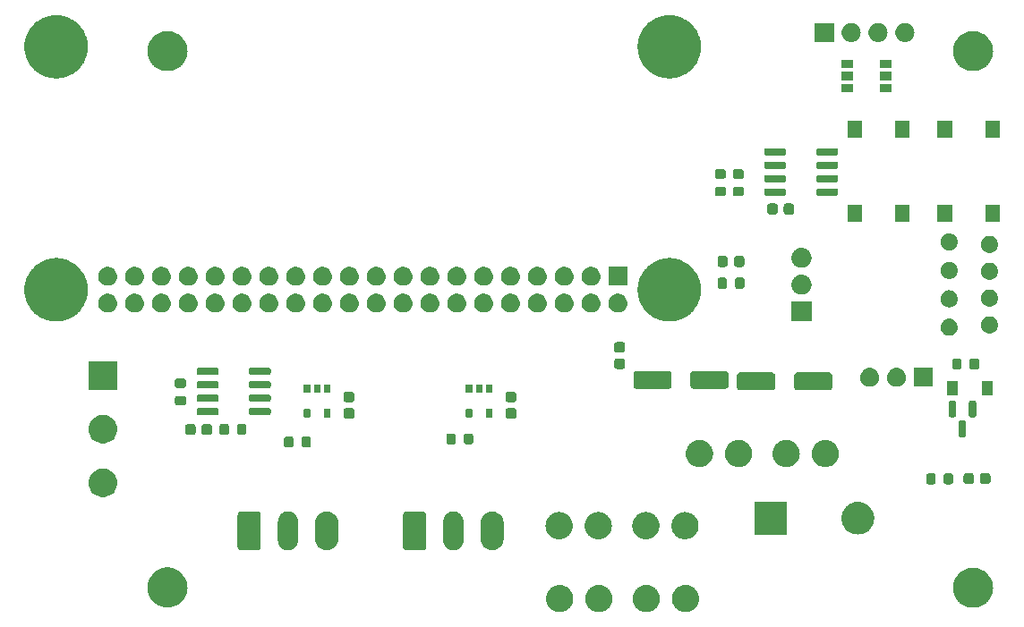
<source format=gbr>
%TF.GenerationSoftware,KiCad,Pcbnew,8.0.7*%
%TF.CreationDate,2024-12-30T21:46:30-05:00*%
%TF.ProjectId,Pi_Zero_W_2,50695f5a-6572-46f5-9f57-5f322e6b6963,v1*%
%TF.SameCoordinates,Original*%
%TF.FileFunction,Soldermask,Top*%
%TF.FilePolarity,Negative*%
%FSLAX46Y46*%
G04 Gerber Fmt 4.6, Leading zero omitted, Abs format (unit mm)*
G04 Created by KiCad (PCBNEW 8.0.7) date 2024-12-30 21:46:30*
%MOMM*%
%LPD*%
G01*
G04 APERTURE LIST*
G04 APERTURE END LIST*
G36*
X-30963215Y15084572D02*
G01*
X-30912031Y15084572D01*
X-30855622Y15075159D01*
X-30794654Y15069825D01*
X-30746773Y15056996D01*
X-30702198Y15049557D01*
X-30642401Y15029029D01*
X-30577707Y15011694D01*
X-30538080Y14993216D01*
X-30500988Y14980482D01*
X-30440044Y14947501D01*
X-30374150Y14916774D01*
X-30343132Y14895055D01*
X-30313894Y14879232D01*
X-30254375Y14832906D01*
X-30190168Y14787948D01*
X-30167540Y14765320D01*
X-30146012Y14748564D01*
X-30090708Y14688488D01*
X-30031352Y14629132D01*
X-30016371Y14607737D01*
X-30001932Y14592052D01*
X-29953768Y14518331D01*
X-29902526Y14445150D01*
X-29893972Y14426805D01*
X-29885577Y14413956D01*
X-29847473Y14327087D01*
X-29807606Y14241593D01*
X-29803894Y14227739D01*
X-29800119Y14219133D01*
X-29774841Y14119312D01*
X-29749475Y14024646D01*
X-29748740Y14016242D01*
X-29747896Y14012910D01*
X-29738010Y13893591D01*
X-29729900Y13800900D01*
X-29738010Y13708202D01*
X-29747896Y13588891D01*
X-29748740Y13585560D01*
X-29749475Y13577154D01*
X-29774846Y13482472D01*
X-29800119Y13382668D01*
X-29803893Y13374065D01*
X-29807606Y13360207D01*
X-29847480Y13274698D01*
X-29885577Y13187845D01*
X-29893970Y13174999D01*
X-29902526Y13156650D01*
X-29953778Y13083456D01*
X-30001932Y13009749D01*
X-30016368Y12994068D01*
X-30031352Y12972668D01*
X-30090719Y12913302D01*
X-30146012Y12853237D01*
X-30167536Y12836485D01*
X-30190168Y12813852D01*
X-30254387Y12768886D01*
X-30313894Y12722569D01*
X-30343126Y12706750D01*
X-30374150Y12685026D01*
X-30440058Y12654294D01*
X-30500988Y12621319D01*
X-30538072Y12608589D01*
X-30577707Y12590106D01*
X-30642414Y12572768D01*
X-30702198Y12552244D01*
X-30746766Y12544807D01*
X-30794654Y12531975D01*
X-30855625Y12526641D01*
X-30912031Y12517228D01*
X-30963215Y12517228D01*
X-31018400Y12512400D01*
X-31073585Y12517228D01*
X-31124769Y12517228D01*
X-31181176Y12526641D01*
X-31242146Y12531975D01*
X-31290034Y12544807D01*
X-31334603Y12552244D01*
X-31394391Y12572770D01*
X-31459093Y12590106D01*
X-31498726Y12608588D01*
X-31535813Y12621319D01*
X-31596750Y12654297D01*
X-31662650Y12685026D01*
X-31693672Y12706748D01*
X-31722907Y12722569D01*
X-31782423Y12768893D01*
X-31846632Y12813852D01*
X-31869262Y12836482D01*
X-31890789Y12853237D01*
X-31946094Y12913314D01*
X-32005448Y12972668D01*
X-32020430Y12994064D01*
X-32034869Y13009749D01*
X-32083038Y13083477D01*
X-32134274Y13156650D01*
X-32142828Y13174994D01*
X-32151224Y13187845D01*
X-32189338Y13274735D01*
X-32229194Y13360207D01*
X-32232906Y13374059D01*
X-32236682Y13382668D01*
X-32261973Y13482540D01*
X-32287325Y13577154D01*
X-32288060Y13585554D01*
X-32288905Y13588891D01*
X-32298809Y13708418D01*
X-32306900Y13800900D01*
X-32298810Y13893375D01*
X-32288905Y14012910D01*
X-32288060Y14016248D01*
X-32287325Y14024646D01*
X-32261978Y14119244D01*
X-32236682Y14219133D01*
X-32232905Y14227744D01*
X-32229194Y14241593D01*
X-32189345Y14327051D01*
X-32151224Y14413956D01*
X-32142826Y14426811D01*
X-32134274Y14445150D01*
X-32083047Y14518310D01*
X-32034869Y14592052D01*
X-32020427Y14607742D01*
X-32005448Y14629132D01*
X-31946106Y14688475D01*
X-31890789Y14748564D01*
X-31869257Y14765324D01*
X-31846632Y14787948D01*
X-31782436Y14832899D01*
X-31722907Y14879232D01*
X-31693666Y14895057D01*
X-31662650Y14916774D01*
X-31596764Y14947498D01*
X-31535813Y14980482D01*
X-31498718Y14993217D01*
X-31459093Y15011694D01*
X-31394405Y15029028D01*
X-31334603Y15049557D01*
X-31290026Y15056996D01*
X-31242146Y15069825D01*
X-31181180Y15075159D01*
X-31124769Y15084572D01*
X-31073585Y15084572D01*
X-31018400Y15089400D01*
X-30963215Y15084572D01*
G37*
G36*
X-27263215Y15084572D02*
G01*
X-27212031Y15084572D01*
X-27155622Y15075159D01*
X-27094654Y15069825D01*
X-27046773Y15056996D01*
X-27002198Y15049557D01*
X-26942401Y15029029D01*
X-26877707Y15011694D01*
X-26838080Y14993216D01*
X-26800988Y14980482D01*
X-26740044Y14947501D01*
X-26674150Y14916774D01*
X-26643132Y14895055D01*
X-26613894Y14879232D01*
X-26554375Y14832906D01*
X-26490168Y14787948D01*
X-26467540Y14765320D01*
X-26446012Y14748564D01*
X-26390708Y14688488D01*
X-26331352Y14629132D01*
X-26316371Y14607737D01*
X-26301932Y14592052D01*
X-26253768Y14518331D01*
X-26202526Y14445150D01*
X-26193972Y14426805D01*
X-26185577Y14413956D01*
X-26147473Y14327087D01*
X-26107606Y14241593D01*
X-26103894Y14227739D01*
X-26100119Y14219133D01*
X-26074841Y14119312D01*
X-26049475Y14024646D01*
X-26048740Y14016242D01*
X-26047896Y14012910D01*
X-26038010Y13893591D01*
X-26029900Y13800900D01*
X-26038010Y13708202D01*
X-26047896Y13588891D01*
X-26048740Y13585560D01*
X-26049475Y13577154D01*
X-26074846Y13482472D01*
X-26100119Y13382668D01*
X-26103893Y13374065D01*
X-26107606Y13360207D01*
X-26147480Y13274698D01*
X-26185577Y13187845D01*
X-26193970Y13174999D01*
X-26202526Y13156650D01*
X-26253778Y13083456D01*
X-26301932Y13009749D01*
X-26316368Y12994068D01*
X-26331352Y12972668D01*
X-26390719Y12913302D01*
X-26446012Y12853237D01*
X-26467536Y12836485D01*
X-26490168Y12813852D01*
X-26554387Y12768886D01*
X-26613894Y12722569D01*
X-26643126Y12706750D01*
X-26674150Y12685026D01*
X-26740058Y12654294D01*
X-26800988Y12621319D01*
X-26838072Y12608589D01*
X-26877707Y12590106D01*
X-26942414Y12572768D01*
X-27002198Y12552244D01*
X-27046766Y12544807D01*
X-27094654Y12531975D01*
X-27155625Y12526641D01*
X-27212031Y12517228D01*
X-27263215Y12517228D01*
X-27318400Y12512400D01*
X-27373585Y12517228D01*
X-27424769Y12517228D01*
X-27481176Y12526641D01*
X-27542146Y12531975D01*
X-27590034Y12544807D01*
X-27634603Y12552244D01*
X-27694391Y12572770D01*
X-27759093Y12590106D01*
X-27798726Y12608588D01*
X-27835813Y12621319D01*
X-27896750Y12654297D01*
X-27962650Y12685026D01*
X-27993672Y12706748D01*
X-28022907Y12722569D01*
X-28082423Y12768893D01*
X-28146632Y12813852D01*
X-28169262Y12836482D01*
X-28190789Y12853237D01*
X-28246094Y12913314D01*
X-28305448Y12972668D01*
X-28320430Y12994064D01*
X-28334869Y13009749D01*
X-28383038Y13083477D01*
X-28434274Y13156650D01*
X-28442828Y13174994D01*
X-28451224Y13187845D01*
X-28489338Y13274735D01*
X-28529194Y13360207D01*
X-28532906Y13374059D01*
X-28536682Y13382668D01*
X-28561973Y13482540D01*
X-28587325Y13577154D01*
X-28588060Y13585554D01*
X-28588905Y13588891D01*
X-28598809Y13708418D01*
X-28606900Y13800900D01*
X-28598810Y13893375D01*
X-28588905Y14012910D01*
X-28588060Y14016248D01*
X-28587325Y14024646D01*
X-28561978Y14119244D01*
X-28536682Y14219133D01*
X-28532905Y14227744D01*
X-28529194Y14241593D01*
X-28489345Y14327051D01*
X-28451224Y14413956D01*
X-28442826Y14426811D01*
X-28434274Y14445150D01*
X-28383047Y14518310D01*
X-28334869Y14592052D01*
X-28320427Y14607742D01*
X-28305448Y14629132D01*
X-28246106Y14688475D01*
X-28190789Y14748564D01*
X-28169257Y14765324D01*
X-28146632Y14787948D01*
X-28082436Y14832899D01*
X-28022907Y14879232D01*
X-27993666Y14895057D01*
X-27962650Y14916774D01*
X-27896764Y14947498D01*
X-27835813Y14980482D01*
X-27798718Y14993217D01*
X-27759093Y15011694D01*
X-27694405Y15029028D01*
X-27634603Y15049557D01*
X-27590026Y15056996D01*
X-27542146Y15069825D01*
X-27481180Y15075159D01*
X-27424769Y15084572D01*
X-27373585Y15084572D01*
X-27318400Y15089400D01*
X-27263215Y15084572D01*
G37*
G36*
X-22763215Y15084572D02*
G01*
X-22712031Y15084572D01*
X-22655622Y15075159D01*
X-22594654Y15069825D01*
X-22546773Y15056996D01*
X-22502198Y15049557D01*
X-22442401Y15029029D01*
X-22377707Y15011694D01*
X-22338080Y14993216D01*
X-22300988Y14980482D01*
X-22240044Y14947501D01*
X-22174150Y14916774D01*
X-22143132Y14895055D01*
X-22113894Y14879232D01*
X-22054375Y14832906D01*
X-21990168Y14787948D01*
X-21967540Y14765320D01*
X-21946012Y14748564D01*
X-21890708Y14688488D01*
X-21831352Y14629132D01*
X-21816371Y14607737D01*
X-21801932Y14592052D01*
X-21753768Y14518331D01*
X-21702526Y14445150D01*
X-21693972Y14426805D01*
X-21685577Y14413956D01*
X-21647473Y14327087D01*
X-21607606Y14241593D01*
X-21603894Y14227739D01*
X-21600119Y14219133D01*
X-21574841Y14119312D01*
X-21549475Y14024646D01*
X-21548740Y14016242D01*
X-21547896Y14012910D01*
X-21538010Y13893591D01*
X-21529900Y13800900D01*
X-21538010Y13708202D01*
X-21547896Y13588891D01*
X-21548740Y13585560D01*
X-21549475Y13577154D01*
X-21574846Y13482472D01*
X-21600119Y13382668D01*
X-21603893Y13374065D01*
X-21607606Y13360207D01*
X-21647480Y13274698D01*
X-21685577Y13187845D01*
X-21693970Y13174999D01*
X-21702526Y13156650D01*
X-21753778Y13083456D01*
X-21801932Y13009749D01*
X-21816368Y12994068D01*
X-21831352Y12972668D01*
X-21890719Y12913302D01*
X-21946012Y12853237D01*
X-21967536Y12836485D01*
X-21990168Y12813852D01*
X-22054387Y12768886D01*
X-22113894Y12722569D01*
X-22143126Y12706750D01*
X-22174150Y12685026D01*
X-22240058Y12654294D01*
X-22300988Y12621319D01*
X-22338072Y12608589D01*
X-22377707Y12590106D01*
X-22442414Y12572768D01*
X-22502198Y12552244D01*
X-22546766Y12544807D01*
X-22594654Y12531975D01*
X-22655625Y12526641D01*
X-22712031Y12517228D01*
X-22763215Y12517228D01*
X-22818400Y12512400D01*
X-22873585Y12517228D01*
X-22924769Y12517228D01*
X-22981176Y12526641D01*
X-23042146Y12531975D01*
X-23090034Y12544807D01*
X-23134603Y12552244D01*
X-23194391Y12572770D01*
X-23259093Y12590106D01*
X-23298726Y12608588D01*
X-23335813Y12621319D01*
X-23396750Y12654297D01*
X-23462650Y12685026D01*
X-23493672Y12706748D01*
X-23522907Y12722569D01*
X-23582423Y12768893D01*
X-23646632Y12813852D01*
X-23669262Y12836482D01*
X-23690789Y12853237D01*
X-23746094Y12913314D01*
X-23805448Y12972668D01*
X-23820430Y12994064D01*
X-23834869Y13009749D01*
X-23883038Y13083477D01*
X-23934274Y13156650D01*
X-23942828Y13174994D01*
X-23951224Y13187845D01*
X-23989338Y13274735D01*
X-24029194Y13360207D01*
X-24032906Y13374059D01*
X-24036682Y13382668D01*
X-24061973Y13482540D01*
X-24087325Y13577154D01*
X-24088060Y13585554D01*
X-24088905Y13588891D01*
X-24098809Y13708418D01*
X-24106900Y13800900D01*
X-24098810Y13893375D01*
X-24088905Y14012910D01*
X-24088060Y14016248D01*
X-24087325Y14024646D01*
X-24061978Y14119244D01*
X-24036682Y14219133D01*
X-24032905Y14227744D01*
X-24029194Y14241593D01*
X-23989345Y14327051D01*
X-23951224Y14413956D01*
X-23942826Y14426811D01*
X-23934274Y14445150D01*
X-23883047Y14518310D01*
X-23834869Y14592052D01*
X-23820427Y14607742D01*
X-23805448Y14629132D01*
X-23746106Y14688475D01*
X-23690789Y14748564D01*
X-23669257Y14765324D01*
X-23646632Y14787948D01*
X-23582436Y14832899D01*
X-23522907Y14879232D01*
X-23493666Y14895057D01*
X-23462650Y14916774D01*
X-23396764Y14947498D01*
X-23335813Y14980482D01*
X-23298718Y14993217D01*
X-23259093Y15011694D01*
X-23194405Y15029028D01*
X-23134603Y15049557D01*
X-23090026Y15056996D01*
X-23042146Y15069825D01*
X-22981180Y15075159D01*
X-22924769Y15084572D01*
X-22873585Y15084572D01*
X-22818400Y15089400D01*
X-22763215Y15084572D01*
G37*
G36*
X-19063215Y15084572D02*
G01*
X-19012031Y15084572D01*
X-18955622Y15075159D01*
X-18894654Y15069825D01*
X-18846773Y15056996D01*
X-18802198Y15049557D01*
X-18742401Y15029029D01*
X-18677707Y15011694D01*
X-18638080Y14993216D01*
X-18600988Y14980482D01*
X-18540044Y14947501D01*
X-18474150Y14916774D01*
X-18443132Y14895055D01*
X-18413894Y14879232D01*
X-18354375Y14832906D01*
X-18290168Y14787948D01*
X-18267540Y14765320D01*
X-18246012Y14748564D01*
X-18190708Y14688488D01*
X-18131352Y14629132D01*
X-18116371Y14607737D01*
X-18101932Y14592052D01*
X-18053768Y14518331D01*
X-18002526Y14445150D01*
X-17993972Y14426805D01*
X-17985577Y14413956D01*
X-17947473Y14327087D01*
X-17907606Y14241593D01*
X-17903894Y14227739D01*
X-17900119Y14219133D01*
X-17874841Y14119312D01*
X-17849475Y14024646D01*
X-17848740Y14016242D01*
X-17847896Y14012910D01*
X-17838010Y13893591D01*
X-17829900Y13800900D01*
X-17838010Y13708202D01*
X-17847896Y13588891D01*
X-17848740Y13585560D01*
X-17849475Y13577154D01*
X-17874846Y13482472D01*
X-17900119Y13382668D01*
X-17903893Y13374065D01*
X-17907606Y13360207D01*
X-17947480Y13274698D01*
X-17985577Y13187845D01*
X-17993970Y13174999D01*
X-18002526Y13156650D01*
X-18053778Y13083456D01*
X-18101932Y13009749D01*
X-18116368Y12994068D01*
X-18131352Y12972668D01*
X-18190719Y12913302D01*
X-18246012Y12853237D01*
X-18267536Y12836485D01*
X-18290168Y12813852D01*
X-18354387Y12768886D01*
X-18413894Y12722569D01*
X-18443126Y12706750D01*
X-18474150Y12685026D01*
X-18540058Y12654294D01*
X-18600988Y12621319D01*
X-18638072Y12608589D01*
X-18677707Y12590106D01*
X-18742414Y12572768D01*
X-18802198Y12552244D01*
X-18846766Y12544807D01*
X-18894654Y12531975D01*
X-18955625Y12526641D01*
X-19012031Y12517228D01*
X-19063215Y12517228D01*
X-19118400Y12512400D01*
X-19173585Y12517228D01*
X-19224769Y12517228D01*
X-19281176Y12526641D01*
X-19342146Y12531975D01*
X-19390034Y12544807D01*
X-19434603Y12552244D01*
X-19494391Y12572770D01*
X-19559093Y12590106D01*
X-19598726Y12608588D01*
X-19635813Y12621319D01*
X-19696750Y12654297D01*
X-19762650Y12685026D01*
X-19793672Y12706748D01*
X-19822907Y12722569D01*
X-19882423Y12768893D01*
X-19946632Y12813852D01*
X-19969262Y12836482D01*
X-19990789Y12853237D01*
X-20046094Y12913314D01*
X-20105448Y12972668D01*
X-20120430Y12994064D01*
X-20134869Y13009749D01*
X-20183038Y13083477D01*
X-20234274Y13156650D01*
X-20242828Y13174994D01*
X-20251224Y13187845D01*
X-20289338Y13274735D01*
X-20329194Y13360207D01*
X-20332906Y13374059D01*
X-20336682Y13382668D01*
X-20361973Y13482540D01*
X-20387325Y13577154D01*
X-20388060Y13585554D01*
X-20388905Y13588891D01*
X-20398809Y13708418D01*
X-20406900Y13800900D01*
X-20398810Y13893375D01*
X-20388905Y14012910D01*
X-20388060Y14016248D01*
X-20387325Y14024646D01*
X-20361978Y14119244D01*
X-20336682Y14219133D01*
X-20332905Y14227744D01*
X-20329194Y14241593D01*
X-20289345Y14327051D01*
X-20251224Y14413956D01*
X-20242826Y14426811D01*
X-20234274Y14445150D01*
X-20183047Y14518310D01*
X-20134869Y14592052D01*
X-20120427Y14607742D01*
X-20105448Y14629132D01*
X-20046106Y14688475D01*
X-19990789Y14748564D01*
X-19969257Y14765324D01*
X-19946632Y14787948D01*
X-19882436Y14832899D01*
X-19822907Y14879232D01*
X-19793666Y14895057D01*
X-19762650Y14916774D01*
X-19696764Y14947498D01*
X-19635813Y14980482D01*
X-19598718Y14993217D01*
X-19559093Y15011694D01*
X-19494405Y15029028D01*
X-19434603Y15049557D01*
X-19390026Y15056996D01*
X-19342146Y15069825D01*
X-19281180Y15075159D01*
X-19224769Y15084572D01*
X-19173585Y15084572D01*
X-19118400Y15089400D01*
X-19063215Y15084572D01*
G37*
G36*
X8147638Y16722177D02*
G01*
X8211307Y16722177D01*
X8280378Y16712684D01*
X8352141Y16707551D01*
X8411209Y16694702D01*
X8468311Y16686853D01*
X8541314Y16666399D01*
X8617174Y16649896D01*
X8668388Y16630794D01*
X8718112Y16616862D01*
X8793288Y16584209D01*
X8871304Y16555110D01*
X8914178Y16531699D01*
X8956042Y16513515D01*
X9031355Y16467716D01*
X9109358Y16425123D01*
X9143829Y16399318D01*
X9177706Y16378717D01*
X9250952Y16319127D01*
X9326490Y16262580D01*
X9352812Y16236258D01*
X9378933Y16215007D01*
X9447774Y16141296D01*
X9518280Y16070790D01*
X9537094Y16045658D01*
X9555999Y16025415D01*
X9618009Y15937567D01*
X9680823Y15853658D01*
X9693064Y15831240D01*
X9705602Y15813478D01*
X9758352Y15711673D01*
X9810810Y15615604D01*
X9817693Y15597149D01*
X9824948Y15583148D01*
X9866029Y15467555D01*
X9905596Y15361474D01*
X9908539Y15347945D01*
X9911825Y15338699D01*
X9939042Y15207724D01*
X9963251Y15096441D01*
X9963819Y15088496D01*
X9964604Y15084719D01*
X9975884Y14919795D01*
X9982600Y14825900D01*
X9975884Y14731998D01*
X9964604Y14567082D01*
X9963819Y14563307D01*
X9963251Y14555359D01*
X9939037Y14444055D01*
X9911825Y14313102D01*
X9908539Y14303859D01*
X9905596Y14290326D01*
X9866022Y14184226D01*
X9824948Y14068653D01*
X9817694Y14054655D01*
X9810810Y14036196D01*
X9758342Y13940109D01*
X9705602Y13838323D01*
X9693066Y13820565D01*
X9680823Y13798142D01*
X9617997Y13714217D01*
X9555999Y13626386D01*
X9537098Y13606148D01*
X9518280Y13581010D01*
X9447760Y13510491D01*
X9378933Y13436794D01*
X9352817Y13415548D01*
X9326490Y13389220D01*
X9250936Y13332662D01*
X9177706Y13273084D01*
X9143836Y13252488D01*
X9109358Y13226677D01*
X9031339Y13184076D01*
X8956042Y13138286D01*
X8914187Y13120107D01*
X8871304Y13096690D01*
X8793272Y13067586D01*
X8718112Y13034939D01*
X8668399Y13021011D01*
X8617174Y13001904D01*
X8541298Y12985399D01*
X8468311Y12964948D01*
X8411218Y12957101D01*
X8352141Y12944249D01*
X8280374Y12939117D01*
X8211307Y12929623D01*
X8147638Y12929623D01*
X8081600Y12924900D01*
X8015562Y12929623D01*
X7951893Y12929623D01*
X7882824Y12939117D01*
X7811059Y12944249D01*
X7751982Y12957101D01*
X7694888Y12964948D01*
X7621897Y12985400D01*
X7546026Y13001904D01*
X7494803Y13021010D01*
X7445087Y13034939D01*
X7369920Y13067589D01*
X7291896Y13096690D01*
X7249016Y13120105D01*
X7207157Y13138286D01*
X7131851Y13184081D01*
X7053842Y13226677D01*
X7019367Y13252485D01*
X6985493Y13273084D01*
X6912250Y13332672D01*
X6836710Y13389220D01*
X6810386Y13415544D01*
X6784266Y13436794D01*
X6715424Y13510506D01*
X6644920Y13581010D01*
X6626106Y13606143D01*
X6607200Y13626386D01*
X6545184Y13714241D01*
X6482377Y13798142D01*
X6470136Y13820559D01*
X6457597Y13838323D01*
X6404838Y13940145D01*
X6352390Y14036196D01*
X6345507Y14054648D01*
X6338251Y14068653D01*
X6297156Y14184283D01*
X6257604Y14290326D01*
X6254661Y14303852D01*
X6251374Y14313102D01*
X6224139Y14444158D01*
X6199949Y14555359D01*
X6199381Y14563300D01*
X6198595Y14567082D01*
X6187292Y14732318D01*
X6180600Y14825900D01*
X6187292Y14919475D01*
X6198595Y15084719D01*
X6199381Y15088503D01*
X6199949Y15096441D01*
X6224135Y15207622D01*
X6251374Y15338699D01*
X6254662Y15347952D01*
X6257604Y15361474D01*
X6297148Y15467498D01*
X6338251Y15583148D01*
X6345509Y15597156D01*
X6352390Y15615604D01*
X6404827Y15711638D01*
X6457597Y15813478D01*
X6470139Y15831246D01*
X6482377Y15853658D01*
X6545172Y15937544D01*
X6607200Y16025415D01*
X6626109Y16045663D01*
X6644920Y16070790D01*
X6715410Y16141281D01*
X6784266Y16215007D01*
X6810392Y16236263D01*
X6836710Y16262580D01*
X6912235Y16319118D01*
X6985493Y16378717D01*
X7019374Y16399322D01*
X7053842Y16425123D01*
X7131835Y16467711D01*
X7207157Y16513515D01*
X7249025Y16531701D01*
X7291896Y16555110D01*
X7369904Y16584206D01*
X7445087Y16616862D01*
X7494814Y16630795D01*
X7546026Y16649896D01*
X7621881Y16666398D01*
X7694888Y16686853D01*
X7751992Y16694702D01*
X7811059Y16707551D01*
X7882820Y16712684D01*
X7951893Y16722177D01*
X8015562Y16722177D01*
X8081600Y16726900D01*
X8147638Y16722177D01*
G37*
G36*
X-68052362Y16747177D02*
G01*
X-67988693Y16747177D01*
X-67919622Y16737684D01*
X-67847859Y16732551D01*
X-67788791Y16719702D01*
X-67731689Y16711853D01*
X-67658686Y16691399D01*
X-67582826Y16674896D01*
X-67531612Y16655794D01*
X-67481888Y16641862D01*
X-67406712Y16609209D01*
X-67328696Y16580110D01*
X-67285822Y16556699D01*
X-67243958Y16538515D01*
X-67168645Y16492716D01*
X-67090642Y16450123D01*
X-67056171Y16424318D01*
X-67022294Y16403717D01*
X-66949048Y16344127D01*
X-66873510Y16287580D01*
X-66847188Y16261258D01*
X-66821067Y16240007D01*
X-66752226Y16166296D01*
X-66681720Y16095790D01*
X-66662906Y16070658D01*
X-66644001Y16050415D01*
X-66581991Y15962567D01*
X-66519177Y15878658D01*
X-66506936Y15856240D01*
X-66494398Y15838478D01*
X-66441648Y15736673D01*
X-66389190Y15640604D01*
X-66382307Y15622149D01*
X-66375052Y15608148D01*
X-66333971Y15492555D01*
X-66294404Y15386474D01*
X-66291461Y15372945D01*
X-66288175Y15363699D01*
X-66260958Y15232724D01*
X-66236749Y15121441D01*
X-66236181Y15113496D01*
X-66235396Y15109719D01*
X-66224116Y14944795D01*
X-66217400Y14850900D01*
X-66224116Y14756998D01*
X-66235396Y14592082D01*
X-66236181Y14588307D01*
X-66236749Y14580359D01*
X-66260963Y14469055D01*
X-66288175Y14338102D01*
X-66291461Y14328859D01*
X-66294404Y14315326D01*
X-66333978Y14209226D01*
X-66375052Y14093653D01*
X-66382306Y14079655D01*
X-66389190Y14061196D01*
X-66441658Y13965109D01*
X-66494398Y13863323D01*
X-66506934Y13845565D01*
X-66519177Y13823142D01*
X-66582003Y13739217D01*
X-66644001Y13651386D01*
X-66662902Y13631148D01*
X-66681720Y13606010D01*
X-66752240Y13535491D01*
X-66821067Y13461794D01*
X-66847183Y13440548D01*
X-66873510Y13414220D01*
X-66949064Y13357662D01*
X-67022294Y13298084D01*
X-67056164Y13277488D01*
X-67090642Y13251677D01*
X-67168661Y13209076D01*
X-67243958Y13163286D01*
X-67285813Y13145107D01*
X-67328696Y13121690D01*
X-67406728Y13092586D01*
X-67481888Y13059939D01*
X-67531601Y13046011D01*
X-67582826Y13026904D01*
X-67658702Y13010399D01*
X-67731689Y12989948D01*
X-67788782Y12982101D01*
X-67847859Y12969249D01*
X-67919626Y12964117D01*
X-67988693Y12954623D01*
X-68052362Y12954623D01*
X-68118400Y12949900D01*
X-68184438Y12954623D01*
X-68248107Y12954623D01*
X-68317176Y12964117D01*
X-68388941Y12969249D01*
X-68448018Y12982101D01*
X-68505112Y12989948D01*
X-68578103Y13010400D01*
X-68653974Y13026904D01*
X-68705197Y13046010D01*
X-68754913Y13059939D01*
X-68830080Y13092589D01*
X-68908104Y13121690D01*
X-68950984Y13145105D01*
X-68992843Y13163286D01*
X-69068149Y13209081D01*
X-69146158Y13251677D01*
X-69180633Y13277485D01*
X-69214507Y13298084D01*
X-69287750Y13357672D01*
X-69363290Y13414220D01*
X-69389614Y13440544D01*
X-69415734Y13461794D01*
X-69484576Y13535506D01*
X-69555080Y13606010D01*
X-69573894Y13631143D01*
X-69592800Y13651386D01*
X-69654816Y13739241D01*
X-69717623Y13823142D01*
X-69729864Y13845559D01*
X-69742403Y13863323D01*
X-69795162Y13965145D01*
X-69847610Y14061196D01*
X-69854493Y14079648D01*
X-69861749Y14093653D01*
X-69902844Y14209283D01*
X-69942396Y14315326D01*
X-69945339Y14328852D01*
X-69948626Y14338102D01*
X-69975861Y14469158D01*
X-70000051Y14580359D01*
X-70000619Y14588300D01*
X-70001405Y14592082D01*
X-70012708Y14757318D01*
X-70019400Y14850900D01*
X-70012708Y14944475D01*
X-70001405Y15109719D01*
X-70000619Y15113503D01*
X-70000051Y15121441D01*
X-69975865Y15232622D01*
X-69948626Y15363699D01*
X-69945338Y15372952D01*
X-69942396Y15386474D01*
X-69902852Y15492498D01*
X-69861749Y15608148D01*
X-69854491Y15622156D01*
X-69847610Y15640604D01*
X-69795173Y15736638D01*
X-69742403Y15838478D01*
X-69729861Y15856246D01*
X-69717623Y15878658D01*
X-69654828Y15962544D01*
X-69592800Y16050415D01*
X-69573891Y16070663D01*
X-69555080Y16095790D01*
X-69484590Y16166281D01*
X-69415734Y16240007D01*
X-69389608Y16261263D01*
X-69363290Y16287580D01*
X-69287765Y16344118D01*
X-69214507Y16403717D01*
X-69180626Y16424322D01*
X-69146158Y16450123D01*
X-69068165Y16492711D01*
X-68992843Y16538515D01*
X-68950975Y16556701D01*
X-68908104Y16580110D01*
X-68830096Y16609206D01*
X-68754913Y16641862D01*
X-68705186Y16655795D01*
X-68653974Y16674896D01*
X-68578119Y16691398D01*
X-68505112Y16711853D01*
X-68448008Y16719702D01*
X-68388941Y16732551D01*
X-68317180Y16737684D01*
X-68248107Y16747177D01*
X-68184438Y16747177D01*
X-68118400Y16751900D01*
X-68052362Y16747177D01*
G37*
G36*
X-59605595Y22049995D02*
G01*
X-59559996Y22045719D01*
X-59552082Y22042950D01*
X-59531378Y22040224D01*
X-59492556Y22022121D01*
X-59460609Y22010942D01*
X-59446925Y22000843D01*
X-59423521Y21989929D01*
X-59399245Y21965653D01*
X-59378764Y21950537D01*
X-59363649Y21930057D01*
X-59339371Y21905779D01*
X-59328458Y21882375D01*
X-59318359Y21868692D01*
X-59307183Y21836751D01*
X-59289076Y21797922D01*
X-59286351Y21777217D01*
X-59283582Y21769305D01*
X-59279304Y21723688D01*
X-59277401Y21709232D01*
X-59277401Y21703397D01*
X-59277400Y21703386D01*
X-59277400Y20199754D01*
X-59277400Y18692567D01*
X-59279307Y18678085D01*
X-59283582Y18632496D01*
X-59286350Y18624587D01*
X-59289076Y18603878D01*
X-59307184Y18565047D01*
X-59318359Y18533109D01*
X-59328456Y18519429D01*
X-59339371Y18496021D01*
X-59363652Y18471741D01*
X-59378764Y18451264D01*
X-59399241Y18436152D01*
X-59423521Y18411871D01*
X-59446929Y18400956D01*
X-59460609Y18390859D01*
X-59492547Y18379684D01*
X-59531378Y18361576D01*
X-59552086Y18358851D01*
X-59559996Y18356082D01*
X-59605612Y18351805D01*
X-59620068Y18349901D01*
X-59625904Y18349901D01*
X-59625914Y18349900D01*
X-61130886Y18349900D01*
X-61130887Y18349901D01*
X-61136733Y18349900D01*
X-61151213Y18351807D01*
X-61196805Y18356082D01*
X-61204716Y18358850D01*
X-61225422Y18361576D01*
X-61264251Y18379683D01*
X-61296192Y18390859D01*
X-61309875Y18400958D01*
X-61333279Y18411871D01*
X-61357557Y18436149D01*
X-61378037Y18451264D01*
X-61393153Y18471745D01*
X-61417429Y18496021D01*
X-61428343Y18519425D01*
X-61438442Y18533109D01*
X-61449621Y18565056D01*
X-61467724Y18603878D01*
X-61470450Y18624581D01*
X-61473219Y18632496D01*
X-61477497Y18678118D01*
X-61479399Y18692568D01*
X-61479400Y18698405D01*
X-61479400Y18698415D01*
X-61479400Y21703386D01*
X-61479400Y21703387D01*
X-61479400Y21709233D01*
X-61477495Y21723705D01*
X-61473219Y21769305D01*
X-61470450Y21777220D01*
X-61467724Y21797922D01*
X-61449622Y21836742D01*
X-61438442Y21868692D01*
X-61428342Y21882379D01*
X-61417429Y21905779D01*
X-61393156Y21930053D01*
X-61378037Y21950537D01*
X-61357553Y21965656D01*
X-61333279Y21989929D01*
X-61309879Y22000842D01*
X-61296192Y22010942D01*
X-61264242Y22022122D01*
X-61225422Y22040224D01*
X-61204722Y22042950D01*
X-61196805Y22045719D01*
X-61151180Y22049998D01*
X-61136732Y22051899D01*
X-61130897Y22051900D01*
X-61130886Y22051900D01*
X-59625914Y22051900D01*
X-59620067Y22051900D01*
X-59605595Y22049995D01*
G37*
G36*
X-43965595Y22049995D02*
G01*
X-43919996Y22045719D01*
X-43912082Y22042950D01*
X-43891378Y22040224D01*
X-43852556Y22022121D01*
X-43820609Y22010942D01*
X-43806925Y22000843D01*
X-43783521Y21989929D01*
X-43759245Y21965653D01*
X-43738764Y21950537D01*
X-43723649Y21930057D01*
X-43699371Y21905779D01*
X-43688458Y21882375D01*
X-43678359Y21868692D01*
X-43667183Y21836751D01*
X-43649076Y21797922D01*
X-43646351Y21777217D01*
X-43643582Y21769305D01*
X-43639304Y21723688D01*
X-43637401Y21709232D01*
X-43637401Y21703397D01*
X-43637400Y21703386D01*
X-43637400Y20199754D01*
X-43637400Y18692567D01*
X-43639307Y18678085D01*
X-43643582Y18632496D01*
X-43646350Y18624587D01*
X-43649076Y18603878D01*
X-43667184Y18565047D01*
X-43678359Y18533109D01*
X-43688456Y18519429D01*
X-43699371Y18496021D01*
X-43723652Y18471741D01*
X-43738764Y18451264D01*
X-43759241Y18436152D01*
X-43783521Y18411871D01*
X-43806929Y18400956D01*
X-43820609Y18390859D01*
X-43852547Y18379684D01*
X-43891378Y18361576D01*
X-43912086Y18358851D01*
X-43919996Y18356082D01*
X-43965612Y18351805D01*
X-43980068Y18349901D01*
X-43985904Y18349901D01*
X-43985914Y18349900D01*
X-45490886Y18349900D01*
X-45490887Y18349901D01*
X-45496733Y18349900D01*
X-45511213Y18351807D01*
X-45556805Y18356082D01*
X-45564716Y18358850D01*
X-45585422Y18361576D01*
X-45624251Y18379683D01*
X-45656192Y18390859D01*
X-45669875Y18400958D01*
X-45693279Y18411871D01*
X-45717557Y18436149D01*
X-45738037Y18451264D01*
X-45753153Y18471745D01*
X-45777429Y18496021D01*
X-45788343Y18519425D01*
X-45798442Y18533109D01*
X-45809621Y18565056D01*
X-45827724Y18603878D01*
X-45830450Y18624581D01*
X-45833219Y18632496D01*
X-45837497Y18678118D01*
X-45839399Y18692568D01*
X-45839400Y18698405D01*
X-45839400Y18698415D01*
X-45839400Y21703386D01*
X-45839400Y21703387D01*
X-45839400Y21709233D01*
X-45837495Y21723705D01*
X-45833219Y21769305D01*
X-45830450Y21777220D01*
X-45827724Y21797922D01*
X-45809622Y21836742D01*
X-45798442Y21868692D01*
X-45788342Y21882379D01*
X-45777429Y21905779D01*
X-45753156Y21930053D01*
X-45738037Y21950537D01*
X-45717553Y21965656D01*
X-45693279Y21989929D01*
X-45669879Y22000842D01*
X-45656192Y22010942D01*
X-45624242Y22022122D01*
X-45585422Y22040224D01*
X-45564722Y22042950D01*
X-45556805Y22045719D01*
X-45511180Y22049998D01*
X-45496732Y22051899D01*
X-45490897Y22051900D01*
X-45490886Y22051900D01*
X-43985914Y22051900D01*
X-43980067Y22051900D01*
X-43965595Y22049995D01*
G37*
G36*
X-56635847Y22047321D02*
G01*
X-56625186Y22047321D01*
X-56583535Y22039036D01*
X-56496484Y22025249D01*
X-56468482Y22016151D01*
X-56442339Y22010950D01*
X-56405444Y21995668D01*
X-56354616Y21979152D01*
X-56307001Y21954891D01*
X-56270102Y21939607D01*
X-56247937Y21924797D01*
X-56221707Y21911432D01*
X-56150410Y21859632D01*
X-56115092Y21836033D01*
X-56107554Y21828495D01*
X-56101030Y21823755D01*
X-55995546Y21718271D01*
X-55990807Y21711748D01*
X-55983267Y21704208D01*
X-55959666Y21668886D01*
X-55907869Y21597594D01*
X-55894506Y21571367D01*
X-55879693Y21549198D01*
X-55864407Y21512295D01*
X-55840149Y21464685D01*
X-55823636Y21413865D01*
X-55808350Y21376961D01*
X-55803149Y21350814D01*
X-55794052Y21322817D01*
X-55780267Y21235777D01*
X-55771979Y21194114D01*
X-55771220Y21178659D01*
X-55770332Y21173053D01*
X-55767884Y21110750D01*
X-55767400Y21100900D01*
X-55767400Y19300900D01*
X-55767885Y19291047D01*
X-55770332Y19228748D01*
X-55771220Y19223144D01*
X-55771979Y19207686D01*
X-55780268Y19166020D01*
X-55794052Y19078984D01*
X-55803149Y19050990D01*
X-55808350Y19024839D01*
X-55823638Y18987932D01*
X-55840149Y18937116D01*
X-55864405Y18889512D01*
X-55879693Y18852602D01*
X-55894508Y18830430D01*
X-55907869Y18804207D01*
X-55959658Y18732927D01*
X-55983267Y18697592D01*
X-55990809Y18690051D01*
X-55995546Y18683530D01*
X-56101030Y18578046D01*
X-56107551Y18573309D01*
X-56115092Y18565767D01*
X-56150427Y18542158D01*
X-56221707Y18490369D01*
X-56247930Y18477008D01*
X-56270102Y18462193D01*
X-56307012Y18446905D01*
X-56354616Y18422649D01*
X-56405432Y18406138D01*
X-56442339Y18390850D01*
X-56468490Y18385649D01*
X-56496484Y18376552D01*
X-56583525Y18362767D01*
X-56625186Y18354479D01*
X-56635847Y18354479D01*
X-56643815Y18353217D01*
X-56792985Y18353217D01*
X-56800953Y18354479D01*
X-56811614Y18354479D01*
X-56853275Y18362766D01*
X-56940317Y18376552D01*
X-56968314Y18385649D01*
X-56994461Y18390850D01*
X-57031365Y18406136D01*
X-57082185Y18422649D01*
X-57129795Y18446907D01*
X-57166698Y18462193D01*
X-57188867Y18477006D01*
X-57215094Y18490369D01*
X-57286386Y18542166D01*
X-57321708Y18565767D01*
X-57329248Y18573307D01*
X-57335771Y18578046D01*
X-57441255Y18683530D01*
X-57445995Y18690054D01*
X-57453533Y18697592D01*
X-57477132Y18732910D01*
X-57528932Y18804207D01*
X-57542297Y18830437D01*
X-57557107Y18852602D01*
X-57572391Y18889501D01*
X-57596652Y18937116D01*
X-57613168Y18987944D01*
X-57628450Y19024839D01*
X-57633651Y19050982D01*
X-57642749Y19078984D01*
X-57656538Y19166044D01*
X-57664821Y19207686D01*
X-57665580Y19223135D01*
X-57666469Y19228748D01*
X-57668917Y19291063D01*
X-57669400Y19300900D01*
X-57669400Y21100900D01*
X-57668917Y21110734D01*
X-57666469Y21173053D01*
X-57665580Y21178668D01*
X-57664821Y21194114D01*
X-57656539Y21235753D01*
X-57642749Y21322817D01*
X-57633650Y21350822D01*
X-57628450Y21376961D01*
X-57613169Y21413854D01*
X-57596652Y21464685D01*
X-57572389Y21512305D01*
X-57557107Y21549198D01*
X-57542299Y21571361D01*
X-57528932Y21597594D01*
X-57477123Y21668904D01*
X-57453533Y21704208D01*
X-57445998Y21711744D01*
X-57441255Y21718271D01*
X-57335771Y21823755D01*
X-57329244Y21828498D01*
X-57321708Y21836033D01*
X-57286404Y21859623D01*
X-57215094Y21911432D01*
X-57188861Y21924799D01*
X-57166698Y21939607D01*
X-57129805Y21954889D01*
X-57082185Y21979152D01*
X-57031354Y21995669D01*
X-56994461Y22010950D01*
X-56968322Y22016150D01*
X-56940317Y22025249D01*
X-56853264Y22039037D01*
X-56811614Y22047321D01*
X-56800953Y22047321D01*
X-56792985Y22048583D01*
X-56643815Y22048583D01*
X-56635847Y22047321D01*
G37*
G36*
X-40995847Y22047321D02*
G01*
X-40985186Y22047321D01*
X-40943535Y22039036D01*
X-40856484Y22025249D01*
X-40828482Y22016151D01*
X-40802339Y22010950D01*
X-40765444Y21995668D01*
X-40714616Y21979152D01*
X-40667001Y21954891D01*
X-40630102Y21939607D01*
X-40607937Y21924797D01*
X-40581707Y21911432D01*
X-40510410Y21859632D01*
X-40475092Y21836033D01*
X-40467554Y21828495D01*
X-40461030Y21823755D01*
X-40355546Y21718271D01*
X-40350807Y21711748D01*
X-40343267Y21704208D01*
X-40319666Y21668886D01*
X-40267869Y21597594D01*
X-40254506Y21571367D01*
X-40239693Y21549198D01*
X-40224407Y21512295D01*
X-40200149Y21464685D01*
X-40183636Y21413865D01*
X-40168350Y21376961D01*
X-40163149Y21350814D01*
X-40154052Y21322817D01*
X-40140267Y21235777D01*
X-40131979Y21194114D01*
X-40131220Y21178659D01*
X-40130332Y21173053D01*
X-40127884Y21110750D01*
X-40127400Y21100900D01*
X-40127400Y19300900D01*
X-40127885Y19291047D01*
X-40130332Y19228748D01*
X-40131220Y19223144D01*
X-40131979Y19207686D01*
X-40140268Y19166020D01*
X-40154052Y19078984D01*
X-40163149Y19050990D01*
X-40168350Y19024839D01*
X-40183638Y18987932D01*
X-40200149Y18937116D01*
X-40224405Y18889512D01*
X-40239693Y18852602D01*
X-40254508Y18830430D01*
X-40267869Y18804207D01*
X-40319658Y18732927D01*
X-40343267Y18697592D01*
X-40350809Y18690051D01*
X-40355546Y18683530D01*
X-40461030Y18578046D01*
X-40467551Y18573309D01*
X-40475092Y18565767D01*
X-40510427Y18542158D01*
X-40581707Y18490369D01*
X-40607930Y18477008D01*
X-40630102Y18462193D01*
X-40667012Y18446905D01*
X-40714616Y18422649D01*
X-40765432Y18406138D01*
X-40802339Y18390850D01*
X-40828490Y18385649D01*
X-40856484Y18376552D01*
X-40943525Y18362767D01*
X-40985186Y18354479D01*
X-40995847Y18354479D01*
X-41003815Y18353217D01*
X-41152985Y18353217D01*
X-41160953Y18354479D01*
X-41171614Y18354479D01*
X-41213275Y18362766D01*
X-41300317Y18376552D01*
X-41328314Y18385649D01*
X-41354461Y18390850D01*
X-41391365Y18406136D01*
X-41442185Y18422649D01*
X-41489795Y18446907D01*
X-41526698Y18462193D01*
X-41548867Y18477006D01*
X-41575094Y18490369D01*
X-41646386Y18542166D01*
X-41681708Y18565767D01*
X-41689248Y18573307D01*
X-41695771Y18578046D01*
X-41801255Y18683530D01*
X-41805995Y18690054D01*
X-41813533Y18697592D01*
X-41837132Y18732910D01*
X-41888932Y18804207D01*
X-41902297Y18830437D01*
X-41917107Y18852602D01*
X-41932391Y18889501D01*
X-41956652Y18937116D01*
X-41973168Y18987944D01*
X-41988450Y19024839D01*
X-41993651Y19050982D01*
X-42002749Y19078984D01*
X-42016538Y19166044D01*
X-42024821Y19207686D01*
X-42025580Y19223135D01*
X-42026469Y19228748D01*
X-42028917Y19291063D01*
X-42029400Y19300900D01*
X-42029400Y21100900D01*
X-42028917Y21110734D01*
X-42026469Y21173053D01*
X-42025580Y21178668D01*
X-42024821Y21194114D01*
X-42016539Y21235753D01*
X-42002749Y21322817D01*
X-41993650Y21350822D01*
X-41988450Y21376961D01*
X-41973169Y21413854D01*
X-41956652Y21464685D01*
X-41932389Y21512305D01*
X-41917107Y21549198D01*
X-41902299Y21571361D01*
X-41888932Y21597594D01*
X-41837123Y21668904D01*
X-41813533Y21704208D01*
X-41805998Y21711744D01*
X-41801255Y21718271D01*
X-41695771Y21823755D01*
X-41689244Y21828498D01*
X-41681708Y21836033D01*
X-41646404Y21859623D01*
X-41575094Y21911432D01*
X-41548861Y21924799D01*
X-41526698Y21939607D01*
X-41489805Y21954889D01*
X-41442185Y21979152D01*
X-41391354Y21995669D01*
X-41354461Y22010950D01*
X-41328322Y22016150D01*
X-41300317Y22025249D01*
X-41213264Y22039037D01*
X-41171614Y22047321D01*
X-41160953Y22047321D01*
X-41152985Y22048583D01*
X-41003815Y22048583D01*
X-40995847Y22047321D01*
G37*
G36*
X-52801377Y22021479D02*
G01*
X-52637066Y21968091D01*
X-52483129Y21889657D01*
X-52343358Y21788107D01*
X-52221193Y21665942D01*
X-52119643Y21526171D01*
X-52041209Y21372234D01*
X-51987821Y21207923D01*
X-51960794Y21037283D01*
X-51957400Y20950900D01*
X-51957400Y19450900D01*
X-51960794Y19364517D01*
X-51987821Y19193877D01*
X-52041209Y19029566D01*
X-52119643Y18875629D01*
X-52221193Y18735858D01*
X-52343358Y18613693D01*
X-52483129Y18512143D01*
X-52637066Y18433709D01*
X-52801377Y18380321D01*
X-52972017Y18353294D01*
X-53144783Y18353294D01*
X-53315423Y18380321D01*
X-53479734Y18433709D01*
X-53633671Y18512143D01*
X-53773442Y18613693D01*
X-53895607Y18735858D01*
X-53997157Y18875629D01*
X-54075591Y19029566D01*
X-54128979Y19193877D01*
X-54156006Y19364517D01*
X-54159400Y19450900D01*
X-54159400Y20950900D01*
X-54156006Y21037283D01*
X-54128979Y21207923D01*
X-54075591Y21372234D01*
X-53997157Y21526171D01*
X-53895607Y21665942D01*
X-53773442Y21788107D01*
X-53633671Y21889657D01*
X-53479734Y21968091D01*
X-53315423Y22021479D01*
X-53144783Y22048506D01*
X-52972017Y22048506D01*
X-52801377Y22021479D01*
G37*
G36*
X-37161377Y22021479D02*
G01*
X-36997066Y21968091D01*
X-36843129Y21889657D01*
X-36703358Y21788107D01*
X-36581193Y21665942D01*
X-36479643Y21526171D01*
X-36401209Y21372234D01*
X-36347821Y21207923D01*
X-36320794Y21037283D01*
X-36317400Y20950900D01*
X-36317400Y19450900D01*
X-36320794Y19364517D01*
X-36347821Y19193877D01*
X-36401209Y19029566D01*
X-36479643Y18875629D01*
X-36581193Y18735858D01*
X-36703358Y18613693D01*
X-36843129Y18512143D01*
X-36997066Y18433709D01*
X-37161377Y18380321D01*
X-37332017Y18353294D01*
X-37504783Y18353294D01*
X-37675423Y18380321D01*
X-37839734Y18433709D01*
X-37993671Y18512143D01*
X-38133442Y18613693D01*
X-38255607Y18735858D01*
X-38357157Y18875629D01*
X-38435591Y19029566D01*
X-38488979Y19193877D01*
X-38516006Y19364517D01*
X-38519400Y19450900D01*
X-38519400Y20950900D01*
X-38516006Y21037283D01*
X-38488979Y21207923D01*
X-38435591Y21372234D01*
X-38357157Y21526171D01*
X-38255607Y21665942D01*
X-38133442Y21788107D01*
X-37993671Y21889657D01*
X-37839734Y21968091D01*
X-37675423Y22021479D01*
X-37504783Y22048506D01*
X-37332017Y22048506D01*
X-37161377Y22021479D01*
G37*
G36*
X-31013215Y21984572D02*
G01*
X-30962031Y21984572D01*
X-30905622Y21975159D01*
X-30844654Y21969825D01*
X-30796773Y21956996D01*
X-30752198Y21949557D01*
X-30692401Y21929029D01*
X-30627707Y21911694D01*
X-30588080Y21893216D01*
X-30550988Y21880482D01*
X-30490044Y21847501D01*
X-30424150Y21816774D01*
X-30393132Y21795055D01*
X-30363894Y21779232D01*
X-30304375Y21732906D01*
X-30240168Y21687948D01*
X-30217540Y21665320D01*
X-30196012Y21648564D01*
X-30140708Y21588488D01*
X-30081352Y21529132D01*
X-30066371Y21507737D01*
X-30051932Y21492052D01*
X-30003768Y21418331D01*
X-29952526Y21345150D01*
X-29943972Y21326805D01*
X-29935577Y21313956D01*
X-29897473Y21227087D01*
X-29857606Y21141593D01*
X-29853894Y21127739D01*
X-29850119Y21119133D01*
X-29824841Y21019312D01*
X-29799475Y20924646D01*
X-29798740Y20916242D01*
X-29797896Y20912910D01*
X-29788010Y20793591D01*
X-29779900Y20700900D01*
X-29788010Y20608202D01*
X-29797896Y20488891D01*
X-29798740Y20485560D01*
X-29799475Y20477154D01*
X-29824846Y20382472D01*
X-29850119Y20282668D01*
X-29853893Y20274065D01*
X-29857606Y20260207D01*
X-29897480Y20174698D01*
X-29935577Y20087845D01*
X-29943970Y20074999D01*
X-29952526Y20056650D01*
X-30003778Y19983456D01*
X-30051932Y19909749D01*
X-30066368Y19894068D01*
X-30081352Y19872668D01*
X-30140719Y19813302D01*
X-30196012Y19753237D01*
X-30217536Y19736485D01*
X-30240168Y19713852D01*
X-30304387Y19668886D01*
X-30363894Y19622569D01*
X-30393126Y19606750D01*
X-30424150Y19585026D01*
X-30490058Y19554294D01*
X-30550988Y19521319D01*
X-30588072Y19508589D01*
X-30627707Y19490106D01*
X-30692414Y19472768D01*
X-30752198Y19452244D01*
X-30796766Y19444807D01*
X-30844654Y19431975D01*
X-30905625Y19426641D01*
X-30962031Y19417228D01*
X-31013215Y19417228D01*
X-31068400Y19412400D01*
X-31123585Y19417228D01*
X-31174769Y19417228D01*
X-31231176Y19426641D01*
X-31292146Y19431975D01*
X-31340034Y19444807D01*
X-31384603Y19452244D01*
X-31444391Y19472770D01*
X-31509093Y19490106D01*
X-31548726Y19508588D01*
X-31585813Y19521319D01*
X-31646750Y19554297D01*
X-31712650Y19585026D01*
X-31743672Y19606748D01*
X-31772907Y19622569D01*
X-31832423Y19668893D01*
X-31896632Y19713852D01*
X-31919262Y19736482D01*
X-31940789Y19753237D01*
X-31996094Y19813314D01*
X-32055448Y19872668D01*
X-32070430Y19894064D01*
X-32084869Y19909749D01*
X-32133038Y19983477D01*
X-32184274Y20056650D01*
X-32192828Y20074994D01*
X-32201224Y20087845D01*
X-32239338Y20174735D01*
X-32279194Y20260207D01*
X-32282906Y20274059D01*
X-32286682Y20282668D01*
X-32311973Y20382540D01*
X-32337325Y20477154D01*
X-32338060Y20485554D01*
X-32338905Y20488891D01*
X-32348809Y20608418D01*
X-32356900Y20700900D01*
X-32348810Y20793375D01*
X-32338905Y20912910D01*
X-32338060Y20916248D01*
X-32337325Y20924646D01*
X-32311978Y21019244D01*
X-32286682Y21119133D01*
X-32282905Y21127744D01*
X-32279194Y21141593D01*
X-32239345Y21227051D01*
X-32201224Y21313956D01*
X-32192826Y21326811D01*
X-32184274Y21345150D01*
X-32133047Y21418310D01*
X-32084869Y21492052D01*
X-32070427Y21507742D01*
X-32055448Y21529132D01*
X-31996106Y21588475D01*
X-31940789Y21648564D01*
X-31919257Y21665324D01*
X-31896632Y21687948D01*
X-31832436Y21732899D01*
X-31772907Y21779232D01*
X-31743666Y21795057D01*
X-31712650Y21816774D01*
X-31646764Y21847498D01*
X-31585813Y21880482D01*
X-31548718Y21893217D01*
X-31509093Y21911694D01*
X-31444405Y21929028D01*
X-31384603Y21949557D01*
X-31340026Y21956996D01*
X-31292146Y21969825D01*
X-31231180Y21975159D01*
X-31174769Y21984572D01*
X-31123585Y21984572D01*
X-31068400Y21989400D01*
X-31013215Y21984572D01*
G37*
G36*
X-27313215Y21984572D02*
G01*
X-27262031Y21984572D01*
X-27205622Y21975159D01*
X-27144654Y21969825D01*
X-27096773Y21956996D01*
X-27052198Y21949557D01*
X-26992401Y21929029D01*
X-26927707Y21911694D01*
X-26888080Y21893216D01*
X-26850988Y21880482D01*
X-26790044Y21847501D01*
X-26724150Y21816774D01*
X-26693132Y21795055D01*
X-26663894Y21779232D01*
X-26604375Y21732906D01*
X-26540168Y21687948D01*
X-26517540Y21665320D01*
X-26496012Y21648564D01*
X-26440708Y21588488D01*
X-26381352Y21529132D01*
X-26366371Y21507737D01*
X-26351932Y21492052D01*
X-26303768Y21418331D01*
X-26252526Y21345150D01*
X-26243972Y21326805D01*
X-26235577Y21313956D01*
X-26197473Y21227087D01*
X-26157606Y21141593D01*
X-26153894Y21127739D01*
X-26150119Y21119133D01*
X-26124841Y21019312D01*
X-26099475Y20924646D01*
X-26098740Y20916242D01*
X-26097896Y20912910D01*
X-26088010Y20793591D01*
X-26079900Y20700900D01*
X-26088010Y20608202D01*
X-26097896Y20488891D01*
X-26098740Y20485560D01*
X-26099475Y20477154D01*
X-26124846Y20382472D01*
X-26150119Y20282668D01*
X-26153893Y20274065D01*
X-26157606Y20260207D01*
X-26197480Y20174698D01*
X-26235577Y20087845D01*
X-26243970Y20074999D01*
X-26252526Y20056650D01*
X-26303778Y19983456D01*
X-26351932Y19909749D01*
X-26366368Y19894068D01*
X-26381352Y19872668D01*
X-26440719Y19813302D01*
X-26496012Y19753237D01*
X-26517536Y19736485D01*
X-26540168Y19713852D01*
X-26604387Y19668886D01*
X-26663894Y19622569D01*
X-26693126Y19606750D01*
X-26724150Y19585026D01*
X-26790058Y19554294D01*
X-26850988Y19521319D01*
X-26888072Y19508589D01*
X-26927707Y19490106D01*
X-26992414Y19472768D01*
X-27052198Y19452244D01*
X-27096766Y19444807D01*
X-27144654Y19431975D01*
X-27205625Y19426641D01*
X-27262031Y19417228D01*
X-27313215Y19417228D01*
X-27368400Y19412400D01*
X-27423585Y19417228D01*
X-27474769Y19417228D01*
X-27531176Y19426641D01*
X-27592146Y19431975D01*
X-27640034Y19444807D01*
X-27684603Y19452244D01*
X-27744391Y19472770D01*
X-27809093Y19490106D01*
X-27848726Y19508588D01*
X-27885813Y19521319D01*
X-27946750Y19554297D01*
X-28012650Y19585026D01*
X-28043672Y19606748D01*
X-28072907Y19622569D01*
X-28132423Y19668893D01*
X-28196632Y19713852D01*
X-28219262Y19736482D01*
X-28240789Y19753237D01*
X-28296094Y19813314D01*
X-28355448Y19872668D01*
X-28370430Y19894064D01*
X-28384869Y19909749D01*
X-28433038Y19983477D01*
X-28484274Y20056650D01*
X-28492828Y20074994D01*
X-28501224Y20087845D01*
X-28539338Y20174735D01*
X-28579194Y20260207D01*
X-28582906Y20274059D01*
X-28586682Y20282668D01*
X-28611973Y20382540D01*
X-28637325Y20477154D01*
X-28638060Y20485554D01*
X-28638905Y20488891D01*
X-28648809Y20608418D01*
X-28656900Y20700900D01*
X-28648810Y20793375D01*
X-28638905Y20912910D01*
X-28638060Y20916248D01*
X-28637325Y20924646D01*
X-28611978Y21019244D01*
X-28586682Y21119133D01*
X-28582905Y21127744D01*
X-28579194Y21141593D01*
X-28539345Y21227051D01*
X-28501224Y21313956D01*
X-28492826Y21326811D01*
X-28484274Y21345150D01*
X-28433047Y21418310D01*
X-28384869Y21492052D01*
X-28370427Y21507742D01*
X-28355448Y21529132D01*
X-28296106Y21588475D01*
X-28240789Y21648564D01*
X-28219257Y21665324D01*
X-28196632Y21687948D01*
X-28132436Y21732899D01*
X-28072907Y21779232D01*
X-28043666Y21795057D01*
X-28012650Y21816774D01*
X-27946764Y21847498D01*
X-27885813Y21880482D01*
X-27848718Y21893217D01*
X-27809093Y21911694D01*
X-27744405Y21929028D01*
X-27684603Y21949557D01*
X-27640026Y21956996D01*
X-27592146Y21969825D01*
X-27531180Y21975159D01*
X-27474769Y21984572D01*
X-27423585Y21984572D01*
X-27368400Y21989400D01*
X-27313215Y21984572D01*
G37*
G36*
X-22813215Y21984572D02*
G01*
X-22762031Y21984572D01*
X-22705622Y21975159D01*
X-22644654Y21969825D01*
X-22596773Y21956996D01*
X-22552198Y21949557D01*
X-22492401Y21929029D01*
X-22427707Y21911694D01*
X-22388080Y21893216D01*
X-22350988Y21880482D01*
X-22290044Y21847501D01*
X-22224150Y21816774D01*
X-22193132Y21795055D01*
X-22163894Y21779232D01*
X-22104375Y21732906D01*
X-22040168Y21687948D01*
X-22017540Y21665320D01*
X-21996012Y21648564D01*
X-21940708Y21588488D01*
X-21881352Y21529132D01*
X-21866371Y21507737D01*
X-21851932Y21492052D01*
X-21803768Y21418331D01*
X-21752526Y21345150D01*
X-21743972Y21326805D01*
X-21735577Y21313956D01*
X-21697473Y21227087D01*
X-21657606Y21141593D01*
X-21653894Y21127739D01*
X-21650119Y21119133D01*
X-21624841Y21019312D01*
X-21599475Y20924646D01*
X-21598740Y20916242D01*
X-21597896Y20912910D01*
X-21588010Y20793591D01*
X-21579900Y20700900D01*
X-21588010Y20608202D01*
X-21597896Y20488891D01*
X-21598740Y20485560D01*
X-21599475Y20477154D01*
X-21624846Y20382472D01*
X-21650119Y20282668D01*
X-21653893Y20274065D01*
X-21657606Y20260207D01*
X-21697480Y20174698D01*
X-21735577Y20087845D01*
X-21743970Y20074999D01*
X-21752526Y20056650D01*
X-21803778Y19983456D01*
X-21851932Y19909749D01*
X-21866368Y19894068D01*
X-21881352Y19872668D01*
X-21940719Y19813302D01*
X-21996012Y19753237D01*
X-22017536Y19736485D01*
X-22040168Y19713852D01*
X-22104387Y19668886D01*
X-22163894Y19622569D01*
X-22193126Y19606750D01*
X-22224150Y19585026D01*
X-22290058Y19554294D01*
X-22350988Y19521319D01*
X-22388072Y19508589D01*
X-22427707Y19490106D01*
X-22492414Y19472768D01*
X-22552198Y19452244D01*
X-22596766Y19444807D01*
X-22644654Y19431975D01*
X-22705625Y19426641D01*
X-22762031Y19417228D01*
X-22813215Y19417228D01*
X-22868400Y19412400D01*
X-22923585Y19417228D01*
X-22974769Y19417228D01*
X-23031176Y19426641D01*
X-23092146Y19431975D01*
X-23140034Y19444807D01*
X-23184603Y19452244D01*
X-23244391Y19472770D01*
X-23309093Y19490106D01*
X-23348726Y19508588D01*
X-23385813Y19521319D01*
X-23446750Y19554297D01*
X-23512650Y19585026D01*
X-23543672Y19606748D01*
X-23572907Y19622569D01*
X-23632423Y19668893D01*
X-23696632Y19713852D01*
X-23719262Y19736482D01*
X-23740789Y19753237D01*
X-23796094Y19813314D01*
X-23855448Y19872668D01*
X-23870430Y19894064D01*
X-23884869Y19909749D01*
X-23933038Y19983477D01*
X-23984274Y20056650D01*
X-23992828Y20074994D01*
X-24001224Y20087845D01*
X-24039338Y20174735D01*
X-24079194Y20260207D01*
X-24082906Y20274059D01*
X-24086682Y20282668D01*
X-24111973Y20382540D01*
X-24137325Y20477154D01*
X-24138060Y20485554D01*
X-24138905Y20488891D01*
X-24148809Y20608418D01*
X-24156900Y20700900D01*
X-24148810Y20793375D01*
X-24138905Y20912910D01*
X-24138060Y20916248D01*
X-24137325Y20924646D01*
X-24111978Y21019244D01*
X-24086682Y21119133D01*
X-24082905Y21127744D01*
X-24079194Y21141593D01*
X-24039345Y21227051D01*
X-24001224Y21313956D01*
X-23992826Y21326811D01*
X-23984274Y21345150D01*
X-23933047Y21418310D01*
X-23884869Y21492052D01*
X-23870427Y21507742D01*
X-23855448Y21529132D01*
X-23796106Y21588475D01*
X-23740789Y21648564D01*
X-23719257Y21665324D01*
X-23696632Y21687948D01*
X-23632436Y21732899D01*
X-23572907Y21779232D01*
X-23543666Y21795057D01*
X-23512650Y21816774D01*
X-23446764Y21847498D01*
X-23385813Y21880482D01*
X-23348718Y21893217D01*
X-23309093Y21911694D01*
X-23244405Y21929028D01*
X-23184603Y21949557D01*
X-23140026Y21956996D01*
X-23092146Y21969825D01*
X-23031180Y21975159D01*
X-22974769Y21984572D01*
X-22923585Y21984572D01*
X-22868400Y21989400D01*
X-22813215Y21984572D01*
G37*
G36*
X-19113215Y21984572D02*
G01*
X-19062031Y21984572D01*
X-19005622Y21975159D01*
X-18944654Y21969825D01*
X-18896773Y21956996D01*
X-18852198Y21949557D01*
X-18792401Y21929029D01*
X-18727707Y21911694D01*
X-18688080Y21893216D01*
X-18650988Y21880482D01*
X-18590044Y21847501D01*
X-18524150Y21816774D01*
X-18493132Y21795055D01*
X-18463894Y21779232D01*
X-18404375Y21732906D01*
X-18340168Y21687948D01*
X-18317540Y21665320D01*
X-18296012Y21648564D01*
X-18240708Y21588488D01*
X-18181352Y21529132D01*
X-18166371Y21507737D01*
X-18151932Y21492052D01*
X-18103768Y21418331D01*
X-18052526Y21345150D01*
X-18043972Y21326805D01*
X-18035577Y21313956D01*
X-17997473Y21227087D01*
X-17957606Y21141593D01*
X-17953894Y21127739D01*
X-17950119Y21119133D01*
X-17924841Y21019312D01*
X-17899475Y20924646D01*
X-17898740Y20916242D01*
X-17897896Y20912910D01*
X-17888010Y20793591D01*
X-17879900Y20700900D01*
X-17888010Y20608202D01*
X-17897896Y20488891D01*
X-17898740Y20485560D01*
X-17899475Y20477154D01*
X-17924846Y20382472D01*
X-17950119Y20282668D01*
X-17953893Y20274065D01*
X-17957606Y20260207D01*
X-17997480Y20174698D01*
X-18035577Y20087845D01*
X-18043970Y20074999D01*
X-18052526Y20056650D01*
X-18103778Y19983456D01*
X-18151932Y19909749D01*
X-18166368Y19894068D01*
X-18181352Y19872668D01*
X-18240719Y19813302D01*
X-18296012Y19753237D01*
X-18317536Y19736485D01*
X-18340168Y19713852D01*
X-18404387Y19668886D01*
X-18463894Y19622569D01*
X-18493126Y19606750D01*
X-18524150Y19585026D01*
X-18590058Y19554294D01*
X-18650988Y19521319D01*
X-18688072Y19508589D01*
X-18727707Y19490106D01*
X-18792414Y19472768D01*
X-18852198Y19452244D01*
X-18896766Y19444807D01*
X-18944654Y19431975D01*
X-19005625Y19426641D01*
X-19062031Y19417228D01*
X-19113215Y19417228D01*
X-19168400Y19412400D01*
X-19223585Y19417228D01*
X-19274769Y19417228D01*
X-19331176Y19426641D01*
X-19392146Y19431975D01*
X-19440034Y19444807D01*
X-19484603Y19452244D01*
X-19544391Y19472770D01*
X-19609093Y19490106D01*
X-19648726Y19508588D01*
X-19685813Y19521319D01*
X-19746750Y19554297D01*
X-19812650Y19585026D01*
X-19843672Y19606748D01*
X-19872907Y19622569D01*
X-19932423Y19668893D01*
X-19996632Y19713852D01*
X-20019262Y19736482D01*
X-20040789Y19753237D01*
X-20096094Y19813314D01*
X-20155448Y19872668D01*
X-20170430Y19894064D01*
X-20184869Y19909749D01*
X-20233038Y19983477D01*
X-20284274Y20056650D01*
X-20292828Y20074994D01*
X-20301224Y20087845D01*
X-20339338Y20174735D01*
X-20379194Y20260207D01*
X-20382906Y20274059D01*
X-20386682Y20282668D01*
X-20411973Y20382540D01*
X-20437325Y20477154D01*
X-20438060Y20485554D01*
X-20438905Y20488891D01*
X-20448809Y20608418D01*
X-20456900Y20700900D01*
X-20448810Y20793375D01*
X-20438905Y20912910D01*
X-20438060Y20916248D01*
X-20437325Y20924646D01*
X-20411978Y21019244D01*
X-20386682Y21119133D01*
X-20382905Y21127744D01*
X-20379194Y21141593D01*
X-20339345Y21227051D01*
X-20301224Y21313956D01*
X-20292826Y21326811D01*
X-20284274Y21345150D01*
X-20233047Y21418310D01*
X-20184869Y21492052D01*
X-20170427Y21507742D01*
X-20155448Y21529132D01*
X-20096106Y21588475D01*
X-20040789Y21648564D01*
X-20019257Y21665324D01*
X-19996632Y21687948D01*
X-19932436Y21732899D01*
X-19872907Y21779232D01*
X-19843666Y21795057D01*
X-19812650Y21816774D01*
X-19746764Y21847498D01*
X-19685813Y21880482D01*
X-19648718Y21893217D01*
X-19609093Y21911694D01*
X-19544405Y21929028D01*
X-19484603Y21949557D01*
X-19440026Y21956996D01*
X-19392146Y21969825D01*
X-19331180Y21975159D01*
X-19274769Y21984572D01*
X-19223585Y21984572D01*
X-19168400Y21989400D01*
X-19113215Y21984572D01*
G37*
G36*
X-9546843Y22959218D02*
G01*
X-9530298Y22948162D01*
X-9519242Y22931617D01*
X-9515360Y22912100D01*
X-9515360Y19912100D01*
X-9519242Y19892583D01*
X-9530298Y19876038D01*
X-9546843Y19864982D01*
X-9566360Y19861100D01*
X-12566360Y19861100D01*
X-12585877Y19864982D01*
X-12602422Y19876038D01*
X-12613478Y19892583D01*
X-12617360Y19912100D01*
X-12617360Y22912100D01*
X-12613478Y22931617D01*
X-12602422Y22948162D01*
X-12585877Y22959218D01*
X-12566360Y22963100D01*
X-9566360Y22963100D01*
X-9546843Y22959218D01*
G37*
G36*
X-2756897Y22958414D02*
G01*
X-2700560Y22958414D01*
X-2639003Y22949136D01*
X-2573810Y22944005D01*
X-2521259Y22931389D01*
X-2471390Y22923872D01*
X-2406225Y22903772D01*
X-2337155Y22887189D01*
X-2292497Y22868691D01*
X-2249921Y22855558D01*
X-2183075Y22823367D01*
X-2112301Y22794051D01*
X-2075974Y22771790D01*
X-2041118Y22755004D01*
X-1974820Y22709803D01*
X-1904785Y22666885D01*
X-1876740Y22642933D01*
X-1849627Y22624447D01*
X-1786321Y22565708D01*
X-1719717Y22508823D01*
X-1699494Y22485144D01*
X-1679734Y22466810D01*
X-1621962Y22394366D01*
X-1561655Y22323755D01*
X-1548392Y22302112D01*
X-1535234Y22285612D01*
X-1485606Y22199653D01*
X-1434489Y22116239D01*
X-1426982Y22098116D01*
X-1419352Y22084900D01*
X-1380446Y21985769D01*
X-1341351Y21891385D01*
X-1338118Y21877916D01*
X-1334683Y21869165D01*
X-1308967Y21756496D01*
X-1284535Y21654730D01*
X-1283902Y21646677D01*
X-1283110Y21643210D01*
X-1272784Y21505408D01*
X-1265440Y21412100D01*
X-1272784Y21318785D01*
X-1283110Y21180991D01*
X-1283902Y21177526D01*
X-1284535Y21169470D01*
X-1308972Y21067686D01*
X-1334683Y20955036D01*
X-1338117Y20946288D01*
X-1341351Y20932815D01*
X-1380454Y20838414D01*
X-1419352Y20739301D01*
X-1426981Y20726089D01*
X-1434489Y20707961D01*
X-1485616Y20624531D01*
X-1535234Y20538589D01*
X-1548390Y20522093D01*
X-1561655Y20500445D01*
X-1621974Y20429821D01*
X-1679734Y20357391D01*
X-1699489Y20339062D01*
X-1719717Y20315377D01*
X-1786335Y20258482D01*
X-1849627Y20199754D01*
X-1876734Y20181273D01*
X-1904785Y20157315D01*
X-1974834Y20114390D01*
X-2041118Y20069197D01*
X-2075966Y20052416D01*
X-2112301Y20030149D01*
X-2183090Y20000828D01*
X-2249921Y19968643D01*
X-2292488Y19955514D01*
X-2337155Y19937011D01*
X-2406240Y19920426D01*
X-2471390Y19900329D01*
X-2521251Y19892814D01*
X-2573810Y19880195D01*
X-2639007Y19875065D01*
X-2700560Y19865786D01*
X-2756897Y19865786D01*
X-2816440Y19861100D01*
X-2875983Y19865786D01*
X-2932320Y19865786D01*
X-2993875Y19875065D01*
X-3059070Y19880195D01*
X-3111629Y19892814D01*
X-3161491Y19900329D01*
X-3226644Y19920427D01*
X-3295725Y19937011D01*
X-3340393Y19955513D01*
X-3382959Y19968643D01*
X-3449794Y20000829D01*
X-3520579Y20030149D01*
X-3556912Y20052414D01*
X-3591765Y20069198D01*
X-3658063Y20114400D01*
X-3728095Y20157315D01*
X-3756139Y20181267D01*
X-3783252Y20199752D01*
X-3846560Y20258493D01*
X-3913163Y20315377D01*
X-3933388Y20339057D01*
X-3953147Y20357391D01*
X-4010922Y20429839D01*
X-4071225Y20500445D01*
X-4084488Y20522088D01*
X-4097647Y20538589D01*
X-4147283Y20624560D01*
X-4198391Y20707961D01*
X-4205898Y20726083D01*
X-4213529Y20739301D01*
X-4252446Y20838460D01*
X-4291529Y20932815D01*
X-4294762Y20946281D01*
X-4298198Y20955036D01*
X-4323929Y21067771D01*
X-4348345Y21169470D01*
X-4348979Y21177519D01*
X-4349771Y21180991D01*
X-4360117Y21319050D01*
X-4367440Y21412100D01*
X-4360118Y21505143D01*
X-4349771Y21643210D01*
X-4348979Y21646684D01*
X-4348345Y21654730D01*
X-4323934Y21756411D01*
X-4298198Y21869165D01*
X-4294762Y21877922D01*
X-4291529Y21891385D01*
X-4252454Y21985723D01*
X-4213529Y22084900D01*
X-4205896Y22098122D01*
X-4198391Y22116239D01*
X-4147293Y22199625D01*
X-4097647Y22285612D01*
X-4084485Y22302117D01*
X-4071225Y22323755D01*
X-4010934Y22394348D01*
X-3953147Y22466810D01*
X-3933384Y22485149D01*
X-3913163Y22508823D01*
X-3846574Y22565696D01*
X-3783252Y22624449D01*
X-3756133Y22642939D01*
X-3728095Y22666885D01*
X-3658078Y22709792D01*
X-3591765Y22755003D01*
X-3556904Y22771792D01*
X-3520579Y22794051D01*
X-3449808Y22823366D01*
X-3382959Y22855558D01*
X-3340383Y22868692D01*
X-3295725Y22887189D01*
X-3226659Y22903771D01*
X-3161491Y22923872D01*
X-3111620Y22931389D01*
X-3059070Y22944005D01*
X-2993879Y22949136D01*
X-2932320Y22958414D01*
X-2875983Y22958414D01*
X-2816440Y22963100D01*
X-2756897Y22958414D01*
G37*
G36*
X-73891749Y26050560D02*
G01*
X-73680709Y25978110D01*
X-73484473Y25871912D01*
X-73308393Y25734863D01*
X-73157271Y25570701D01*
X-73035231Y25383905D01*
X-72945601Y25179569D01*
X-72890826Y24963267D01*
X-72872400Y24740900D01*
X-72890826Y24518533D01*
X-72945601Y24302231D01*
X-73035231Y24097895D01*
X-73157271Y23911099D01*
X-73308393Y23746937D01*
X-73484473Y23609888D01*
X-73680709Y23503690D01*
X-73891749Y23431240D01*
X-74111835Y23394514D01*
X-74334965Y23394514D01*
X-74555051Y23431240D01*
X-74766091Y23503690D01*
X-74962327Y23609888D01*
X-75138407Y23746937D01*
X-75289529Y23911099D01*
X-75411569Y24097895D01*
X-75501199Y24302231D01*
X-75555974Y24518533D01*
X-75574400Y24740900D01*
X-75555974Y24963267D01*
X-75501199Y25179569D01*
X-75411569Y25383905D01*
X-75289529Y25570701D01*
X-75138407Y25734863D01*
X-74962327Y25871912D01*
X-74766091Y25978110D01*
X-74555051Y26050560D01*
X-74334965Y26087286D01*
X-74111835Y26087286D01*
X-73891749Y26050560D01*
G37*
G36*
X4331393Y25646969D02*
G01*
X4376533Y25640392D01*
X4384817Y25636342D01*
X4402654Y25632794D01*
X4431497Y25613522D01*
X4451444Y25603770D01*
X4462222Y25592992D01*
X4484084Y25578384D01*
X4498691Y25556523D01*
X4509469Y25545745D01*
X4519219Y25525801D01*
X4538494Y25496954D01*
X4542042Y25479117D01*
X4546091Y25470834D01*
X4552665Y25425710D01*
X4557600Y25400900D01*
X4557600Y24850900D01*
X4552664Y24826088D01*
X4546091Y24780967D01*
X4542042Y24772686D01*
X4538494Y24754846D01*
X4519217Y24725997D01*
X4509469Y24706056D01*
X4498693Y24695281D01*
X4484084Y24673416D01*
X4462219Y24658807D01*
X4451444Y24648031D01*
X4431503Y24638283D01*
X4402654Y24619006D01*
X4384814Y24615458D01*
X4376533Y24611409D01*
X4331412Y24604836D01*
X4306600Y24599900D01*
X3906600Y24599900D01*
X3881790Y24604835D01*
X3836666Y24611409D01*
X3828383Y24615458D01*
X3810546Y24619006D01*
X3781699Y24638281D01*
X3761755Y24648031D01*
X3750977Y24658809D01*
X3729116Y24673416D01*
X3714508Y24695278D01*
X3703730Y24706056D01*
X3693978Y24726003D01*
X3674706Y24754846D01*
X3671158Y24772683D01*
X3667108Y24780967D01*
X3660531Y24826107D01*
X3655600Y24850900D01*
X3655600Y25400900D01*
X3660531Y25425691D01*
X3667108Y25470834D01*
X3671158Y25479120D01*
X3674706Y25496954D01*
X3693976Y25525795D01*
X3703730Y25545745D01*
X3714510Y25556526D01*
X3729116Y25578384D01*
X3750974Y25592990D01*
X3761755Y25603770D01*
X3781705Y25613524D01*
X3810546Y25632794D01*
X3828380Y25636342D01*
X3836666Y25640392D01*
X3881809Y25646969D01*
X3906600Y25651900D01*
X4306600Y25651900D01*
X4331393Y25646969D01*
G37*
G36*
X5981393Y25646969D02*
G01*
X6026533Y25640392D01*
X6034817Y25636342D01*
X6052654Y25632794D01*
X6081497Y25613522D01*
X6101444Y25603770D01*
X6112222Y25592992D01*
X6134084Y25578384D01*
X6148691Y25556523D01*
X6159469Y25545745D01*
X6169219Y25525801D01*
X6188494Y25496954D01*
X6192042Y25479117D01*
X6196091Y25470834D01*
X6202665Y25425710D01*
X6207600Y25400900D01*
X6207600Y24850900D01*
X6202664Y24826088D01*
X6196091Y24780967D01*
X6192042Y24772686D01*
X6188494Y24754846D01*
X6169217Y24725997D01*
X6159469Y24706056D01*
X6148693Y24695281D01*
X6134084Y24673416D01*
X6112219Y24658807D01*
X6101444Y24648031D01*
X6081503Y24638283D01*
X6052654Y24619006D01*
X6034814Y24615458D01*
X6026533Y24611409D01*
X5981412Y24604836D01*
X5956600Y24599900D01*
X5556600Y24599900D01*
X5531790Y24604835D01*
X5486666Y24611409D01*
X5478383Y24615458D01*
X5460546Y24619006D01*
X5431699Y24638281D01*
X5411755Y24648031D01*
X5400977Y24658809D01*
X5379116Y24673416D01*
X5364508Y24695278D01*
X5353730Y24706056D01*
X5343978Y24726003D01*
X5324706Y24754846D01*
X5321158Y24772683D01*
X5317108Y24780967D01*
X5310531Y24826107D01*
X5305600Y24850900D01*
X5305600Y25400900D01*
X5310531Y25425691D01*
X5317108Y25470834D01*
X5321158Y25479120D01*
X5324706Y25496954D01*
X5343976Y25525795D01*
X5353730Y25545745D01*
X5364510Y25556526D01*
X5379116Y25578384D01*
X5400974Y25592990D01*
X5411755Y25603770D01*
X5431705Y25613524D01*
X5460546Y25632794D01*
X5478380Y25636342D01*
X5486666Y25640392D01*
X5531809Y25646969D01*
X5556600Y25651900D01*
X5956600Y25651900D01*
X5981393Y25646969D01*
G37*
G36*
X7926294Y25669254D02*
G01*
X7970726Y25662216D01*
X7976523Y25659263D01*
X7991079Y25656367D01*
X8019573Y25637328D01*
X8045487Y25624124D01*
X8057878Y25611733D01*
X8078592Y25597892D01*
X8092432Y25577179D01*
X8104823Y25564788D01*
X8118025Y25538877D01*
X8137067Y25510379D01*
X8139962Y25495822D01*
X8142915Y25490027D01*
X8149949Y25445616D01*
X8157600Y25407150D01*
X8157600Y24894650D01*
X8149948Y24856182D01*
X8142915Y24811774D01*
X8139962Y24805981D01*
X8137067Y24791421D01*
X8118023Y24762921D01*
X8104823Y24737013D01*
X8092434Y24724625D01*
X8078592Y24703908D01*
X8057875Y24690066D01*
X8045487Y24677677D01*
X8019579Y24664477D01*
X7991079Y24645433D01*
X7976519Y24642538D01*
X7970726Y24639585D01*
X7926318Y24632552D01*
X7887850Y24624900D01*
X7450350Y24624900D01*
X7411884Y24632551D01*
X7367473Y24639585D01*
X7361678Y24642538D01*
X7347121Y24645433D01*
X7318623Y24664475D01*
X7292712Y24677677D01*
X7280321Y24690068D01*
X7259608Y24703908D01*
X7245767Y24724622D01*
X7233376Y24737013D01*
X7220172Y24762927D01*
X7201133Y24791421D01*
X7198237Y24805977D01*
X7195284Y24811774D01*
X7188246Y24856206D01*
X7180600Y24894650D01*
X7180600Y25407150D01*
X7188246Y25445591D01*
X7195284Y25490027D01*
X7198238Y25495825D01*
X7201133Y25510379D01*
X7220170Y25538871D01*
X7233376Y25564788D01*
X7245769Y25577182D01*
X7259608Y25597892D01*
X7280318Y25611731D01*
X7292712Y25624124D01*
X7318629Y25637330D01*
X7347121Y25656367D01*
X7361675Y25659262D01*
X7367473Y25662216D01*
X7411909Y25669254D01*
X7450350Y25676900D01*
X7887850Y25676900D01*
X7926294Y25669254D01*
G37*
G36*
X9501294Y25669254D02*
G01*
X9545726Y25662216D01*
X9551523Y25659263D01*
X9566079Y25656367D01*
X9594573Y25637328D01*
X9620487Y25624124D01*
X9632878Y25611733D01*
X9653592Y25597892D01*
X9667432Y25577179D01*
X9679823Y25564788D01*
X9693025Y25538877D01*
X9712067Y25510379D01*
X9714962Y25495822D01*
X9717915Y25490027D01*
X9724949Y25445616D01*
X9732600Y25407150D01*
X9732600Y24894650D01*
X9724948Y24856182D01*
X9717915Y24811774D01*
X9714962Y24805981D01*
X9712067Y24791421D01*
X9693023Y24762921D01*
X9679823Y24737013D01*
X9667434Y24724625D01*
X9653592Y24703908D01*
X9632875Y24690066D01*
X9620487Y24677677D01*
X9594579Y24664477D01*
X9566079Y24645433D01*
X9551519Y24642538D01*
X9545726Y24639585D01*
X9501318Y24632552D01*
X9462850Y24624900D01*
X9025350Y24624900D01*
X8986884Y24632551D01*
X8942473Y24639585D01*
X8936678Y24642538D01*
X8922121Y24645433D01*
X8893623Y24664475D01*
X8867712Y24677677D01*
X8855321Y24690068D01*
X8834608Y24703908D01*
X8820767Y24724622D01*
X8808376Y24737013D01*
X8795172Y24762927D01*
X8776133Y24791421D01*
X8773237Y24805977D01*
X8770284Y24811774D01*
X8763246Y24856206D01*
X8755600Y24894650D01*
X8755600Y25407150D01*
X8763246Y25445591D01*
X8770284Y25490027D01*
X8773238Y25495825D01*
X8776133Y25510379D01*
X8795170Y25538871D01*
X8808376Y25564788D01*
X8820769Y25577182D01*
X8834608Y25597892D01*
X8855318Y25611731D01*
X8867712Y25624124D01*
X8893629Y25637330D01*
X8922121Y25656367D01*
X8936675Y25659262D01*
X8942473Y25662216D01*
X8986909Y25669254D01*
X9025350Y25676900D01*
X9462850Y25676900D01*
X9501294Y25669254D01*
G37*
G36*
X-17738215Y28809572D02*
G01*
X-17687031Y28809572D01*
X-17630622Y28800159D01*
X-17569654Y28794825D01*
X-17521773Y28781996D01*
X-17477198Y28774557D01*
X-17417401Y28754029D01*
X-17352707Y28736694D01*
X-17313080Y28718216D01*
X-17275988Y28705482D01*
X-17215044Y28672501D01*
X-17149150Y28641774D01*
X-17118132Y28620055D01*
X-17088894Y28604232D01*
X-17029375Y28557906D01*
X-16965168Y28512948D01*
X-16942540Y28490320D01*
X-16921012Y28473564D01*
X-16865708Y28413488D01*
X-16806352Y28354132D01*
X-16791371Y28332737D01*
X-16776932Y28317052D01*
X-16728768Y28243331D01*
X-16677526Y28170150D01*
X-16668972Y28151805D01*
X-16660577Y28138956D01*
X-16622473Y28052087D01*
X-16582606Y27966593D01*
X-16578894Y27952739D01*
X-16575119Y27944133D01*
X-16549841Y27844312D01*
X-16524475Y27749646D01*
X-16523740Y27741242D01*
X-16522896Y27737910D01*
X-16513010Y27618591D01*
X-16504900Y27525900D01*
X-16513010Y27433202D01*
X-16522896Y27313891D01*
X-16523740Y27310560D01*
X-16524475Y27302154D01*
X-16549846Y27207472D01*
X-16575119Y27107668D01*
X-16578893Y27099065D01*
X-16582606Y27085207D01*
X-16622480Y26999698D01*
X-16660577Y26912845D01*
X-16668970Y26899999D01*
X-16677526Y26881650D01*
X-16728778Y26808456D01*
X-16776932Y26734749D01*
X-16791368Y26719068D01*
X-16806352Y26697668D01*
X-16865719Y26638302D01*
X-16921012Y26578237D01*
X-16942536Y26561485D01*
X-16965168Y26538852D01*
X-17029387Y26493886D01*
X-17088894Y26447569D01*
X-17118126Y26431750D01*
X-17149150Y26410026D01*
X-17215058Y26379294D01*
X-17275988Y26346319D01*
X-17313072Y26333589D01*
X-17352707Y26315106D01*
X-17417414Y26297768D01*
X-17477198Y26277244D01*
X-17521766Y26269807D01*
X-17569654Y26256975D01*
X-17630625Y26251641D01*
X-17687031Y26242228D01*
X-17738215Y26242228D01*
X-17793400Y26237400D01*
X-17848585Y26242228D01*
X-17899769Y26242228D01*
X-17956176Y26251641D01*
X-18017146Y26256975D01*
X-18065034Y26269807D01*
X-18109603Y26277244D01*
X-18169391Y26297770D01*
X-18234093Y26315106D01*
X-18273726Y26333588D01*
X-18310813Y26346319D01*
X-18371750Y26379297D01*
X-18437650Y26410026D01*
X-18468672Y26431748D01*
X-18497907Y26447569D01*
X-18557423Y26493893D01*
X-18621632Y26538852D01*
X-18644262Y26561482D01*
X-18665789Y26578237D01*
X-18721094Y26638314D01*
X-18780448Y26697668D01*
X-18795430Y26719064D01*
X-18809869Y26734749D01*
X-18858038Y26808477D01*
X-18909274Y26881650D01*
X-18917828Y26899994D01*
X-18926224Y26912845D01*
X-18964338Y26999735D01*
X-19004194Y27085207D01*
X-19007906Y27099059D01*
X-19011682Y27107668D01*
X-19036973Y27207540D01*
X-19062325Y27302154D01*
X-19063060Y27310554D01*
X-19063905Y27313891D01*
X-19073809Y27433418D01*
X-19081900Y27525900D01*
X-19073810Y27618375D01*
X-19063905Y27737910D01*
X-19063060Y27741248D01*
X-19062325Y27749646D01*
X-19036978Y27844244D01*
X-19011682Y27944133D01*
X-19007905Y27952744D01*
X-19004194Y27966593D01*
X-18964345Y28052051D01*
X-18926224Y28138956D01*
X-18917826Y28151811D01*
X-18909274Y28170150D01*
X-18858047Y28243310D01*
X-18809869Y28317052D01*
X-18795427Y28332742D01*
X-18780448Y28354132D01*
X-18721106Y28413475D01*
X-18665789Y28473564D01*
X-18644257Y28490324D01*
X-18621632Y28512948D01*
X-18557436Y28557899D01*
X-18497907Y28604232D01*
X-18468666Y28620057D01*
X-18437650Y28641774D01*
X-18371764Y28672498D01*
X-18310813Y28705482D01*
X-18273718Y28718217D01*
X-18234093Y28736694D01*
X-18169405Y28754028D01*
X-18109603Y28774557D01*
X-18065026Y28781996D01*
X-18017146Y28794825D01*
X-17956180Y28800159D01*
X-17899769Y28809572D01*
X-17848585Y28809572D01*
X-17793400Y28814400D01*
X-17738215Y28809572D01*
G37*
G36*
X-14038215Y28809572D02*
G01*
X-13987031Y28809572D01*
X-13930622Y28800159D01*
X-13869654Y28794825D01*
X-13821773Y28781996D01*
X-13777198Y28774557D01*
X-13717401Y28754029D01*
X-13652707Y28736694D01*
X-13613080Y28718216D01*
X-13575988Y28705482D01*
X-13515044Y28672501D01*
X-13449150Y28641774D01*
X-13418132Y28620055D01*
X-13388894Y28604232D01*
X-13329375Y28557906D01*
X-13265168Y28512948D01*
X-13242540Y28490320D01*
X-13221012Y28473564D01*
X-13165708Y28413488D01*
X-13106352Y28354132D01*
X-13091371Y28332737D01*
X-13076932Y28317052D01*
X-13028768Y28243331D01*
X-12977526Y28170150D01*
X-12968972Y28151805D01*
X-12960577Y28138956D01*
X-12922473Y28052087D01*
X-12882606Y27966593D01*
X-12878894Y27952739D01*
X-12875119Y27944133D01*
X-12849841Y27844312D01*
X-12824475Y27749646D01*
X-12823740Y27741242D01*
X-12822896Y27737910D01*
X-12813010Y27618591D01*
X-12804900Y27525900D01*
X-12813010Y27433202D01*
X-12822896Y27313891D01*
X-12823740Y27310560D01*
X-12824475Y27302154D01*
X-12849846Y27207472D01*
X-12875119Y27107668D01*
X-12878893Y27099065D01*
X-12882606Y27085207D01*
X-12922480Y26999698D01*
X-12960577Y26912845D01*
X-12968970Y26899999D01*
X-12977526Y26881650D01*
X-13028778Y26808456D01*
X-13076932Y26734749D01*
X-13091368Y26719068D01*
X-13106352Y26697668D01*
X-13165719Y26638302D01*
X-13221012Y26578237D01*
X-13242536Y26561485D01*
X-13265168Y26538852D01*
X-13329387Y26493886D01*
X-13388894Y26447569D01*
X-13418126Y26431750D01*
X-13449150Y26410026D01*
X-13515058Y26379294D01*
X-13575988Y26346319D01*
X-13613072Y26333589D01*
X-13652707Y26315106D01*
X-13717414Y26297768D01*
X-13777198Y26277244D01*
X-13821766Y26269807D01*
X-13869654Y26256975D01*
X-13930625Y26251641D01*
X-13987031Y26242228D01*
X-14038215Y26242228D01*
X-14093400Y26237400D01*
X-14148585Y26242228D01*
X-14199769Y26242228D01*
X-14256176Y26251641D01*
X-14317146Y26256975D01*
X-14365034Y26269807D01*
X-14409603Y26277244D01*
X-14469391Y26297770D01*
X-14534093Y26315106D01*
X-14573726Y26333588D01*
X-14610813Y26346319D01*
X-14671750Y26379297D01*
X-14737650Y26410026D01*
X-14768672Y26431748D01*
X-14797907Y26447569D01*
X-14857423Y26493893D01*
X-14921632Y26538852D01*
X-14944262Y26561482D01*
X-14965789Y26578237D01*
X-15021094Y26638314D01*
X-15080448Y26697668D01*
X-15095430Y26719064D01*
X-15109869Y26734749D01*
X-15158038Y26808477D01*
X-15209274Y26881650D01*
X-15217828Y26899994D01*
X-15226224Y26912845D01*
X-15264338Y26999735D01*
X-15304194Y27085207D01*
X-15307906Y27099059D01*
X-15311682Y27107668D01*
X-15336973Y27207540D01*
X-15362325Y27302154D01*
X-15363060Y27310554D01*
X-15363905Y27313891D01*
X-15373809Y27433418D01*
X-15381900Y27525900D01*
X-15373810Y27618375D01*
X-15363905Y27737910D01*
X-15363060Y27741248D01*
X-15362325Y27749646D01*
X-15336978Y27844244D01*
X-15311682Y27944133D01*
X-15307905Y27952744D01*
X-15304194Y27966593D01*
X-15264345Y28052051D01*
X-15226224Y28138956D01*
X-15217826Y28151811D01*
X-15209274Y28170150D01*
X-15158047Y28243310D01*
X-15109869Y28317052D01*
X-15095427Y28332742D01*
X-15080448Y28354132D01*
X-15021106Y28413475D01*
X-14965789Y28473564D01*
X-14944257Y28490324D01*
X-14921632Y28512948D01*
X-14857436Y28557899D01*
X-14797907Y28604232D01*
X-14768666Y28620057D01*
X-14737650Y28641774D01*
X-14671764Y28672498D01*
X-14610813Y28705482D01*
X-14573718Y28718217D01*
X-14534093Y28736694D01*
X-14469405Y28754028D01*
X-14409603Y28774557D01*
X-14365026Y28781996D01*
X-14317146Y28794825D01*
X-14256180Y28800159D01*
X-14199769Y28809572D01*
X-14148585Y28809572D01*
X-14093400Y28814400D01*
X-14038215Y28809572D01*
G37*
G36*
X-9538215Y28809572D02*
G01*
X-9487031Y28809572D01*
X-9430622Y28800159D01*
X-9369654Y28794825D01*
X-9321773Y28781996D01*
X-9277198Y28774557D01*
X-9217401Y28754029D01*
X-9152707Y28736694D01*
X-9113080Y28718216D01*
X-9075988Y28705482D01*
X-9015044Y28672501D01*
X-8949150Y28641774D01*
X-8918132Y28620055D01*
X-8888894Y28604232D01*
X-8829375Y28557906D01*
X-8765168Y28512948D01*
X-8742540Y28490320D01*
X-8721012Y28473564D01*
X-8665708Y28413488D01*
X-8606352Y28354132D01*
X-8591371Y28332737D01*
X-8576932Y28317052D01*
X-8528768Y28243331D01*
X-8477526Y28170150D01*
X-8468972Y28151805D01*
X-8460577Y28138956D01*
X-8422473Y28052087D01*
X-8382606Y27966593D01*
X-8378894Y27952739D01*
X-8375119Y27944133D01*
X-8349841Y27844312D01*
X-8324475Y27749646D01*
X-8323740Y27741242D01*
X-8322896Y27737910D01*
X-8313010Y27618591D01*
X-8304900Y27525900D01*
X-8313010Y27433202D01*
X-8322896Y27313891D01*
X-8323740Y27310560D01*
X-8324475Y27302154D01*
X-8349846Y27207472D01*
X-8375119Y27107668D01*
X-8378893Y27099065D01*
X-8382606Y27085207D01*
X-8422480Y26999698D01*
X-8460577Y26912845D01*
X-8468970Y26899999D01*
X-8477526Y26881650D01*
X-8528778Y26808456D01*
X-8576932Y26734749D01*
X-8591368Y26719068D01*
X-8606352Y26697668D01*
X-8665719Y26638302D01*
X-8721012Y26578237D01*
X-8742536Y26561485D01*
X-8765168Y26538852D01*
X-8829387Y26493886D01*
X-8888894Y26447569D01*
X-8918126Y26431750D01*
X-8949150Y26410026D01*
X-9015058Y26379294D01*
X-9075988Y26346319D01*
X-9113072Y26333589D01*
X-9152707Y26315106D01*
X-9217414Y26297768D01*
X-9277198Y26277244D01*
X-9321766Y26269807D01*
X-9369654Y26256975D01*
X-9430625Y26251641D01*
X-9487031Y26242228D01*
X-9538215Y26242228D01*
X-9593400Y26237400D01*
X-9648585Y26242228D01*
X-9699769Y26242228D01*
X-9756176Y26251641D01*
X-9817146Y26256975D01*
X-9865034Y26269807D01*
X-9909603Y26277244D01*
X-9969391Y26297770D01*
X-10034093Y26315106D01*
X-10073726Y26333588D01*
X-10110813Y26346319D01*
X-10171750Y26379297D01*
X-10237650Y26410026D01*
X-10268672Y26431748D01*
X-10297907Y26447569D01*
X-10357423Y26493893D01*
X-10421632Y26538852D01*
X-10444262Y26561482D01*
X-10465789Y26578237D01*
X-10521094Y26638314D01*
X-10580448Y26697668D01*
X-10595430Y26719064D01*
X-10609869Y26734749D01*
X-10658038Y26808477D01*
X-10709274Y26881650D01*
X-10717828Y26899994D01*
X-10726224Y26912845D01*
X-10764338Y26999735D01*
X-10804194Y27085207D01*
X-10807906Y27099059D01*
X-10811682Y27107668D01*
X-10836973Y27207540D01*
X-10862325Y27302154D01*
X-10863060Y27310554D01*
X-10863905Y27313891D01*
X-10873809Y27433418D01*
X-10881900Y27525900D01*
X-10873810Y27618375D01*
X-10863905Y27737910D01*
X-10863060Y27741248D01*
X-10862325Y27749646D01*
X-10836978Y27844244D01*
X-10811682Y27944133D01*
X-10807905Y27952744D01*
X-10804194Y27966593D01*
X-10764345Y28052051D01*
X-10726224Y28138956D01*
X-10717826Y28151811D01*
X-10709274Y28170150D01*
X-10658047Y28243310D01*
X-10609869Y28317052D01*
X-10595427Y28332742D01*
X-10580448Y28354132D01*
X-10521106Y28413475D01*
X-10465789Y28473564D01*
X-10444257Y28490324D01*
X-10421632Y28512948D01*
X-10357436Y28557899D01*
X-10297907Y28604232D01*
X-10268666Y28620057D01*
X-10237650Y28641774D01*
X-10171764Y28672498D01*
X-10110813Y28705482D01*
X-10073718Y28718217D01*
X-10034093Y28736694D01*
X-9969405Y28754028D01*
X-9909603Y28774557D01*
X-9865026Y28781996D01*
X-9817146Y28794825D01*
X-9756180Y28800159D01*
X-9699769Y28809572D01*
X-9648585Y28809572D01*
X-9593400Y28814400D01*
X-9538215Y28809572D01*
G37*
G36*
X-5838215Y28809572D02*
G01*
X-5787031Y28809572D01*
X-5730622Y28800159D01*
X-5669654Y28794825D01*
X-5621773Y28781996D01*
X-5577198Y28774557D01*
X-5517401Y28754029D01*
X-5452707Y28736694D01*
X-5413080Y28718216D01*
X-5375988Y28705482D01*
X-5315044Y28672501D01*
X-5249150Y28641774D01*
X-5218132Y28620055D01*
X-5188894Y28604232D01*
X-5129375Y28557906D01*
X-5065168Y28512948D01*
X-5042540Y28490320D01*
X-5021012Y28473564D01*
X-4965708Y28413488D01*
X-4906352Y28354132D01*
X-4891371Y28332737D01*
X-4876932Y28317052D01*
X-4828768Y28243331D01*
X-4777526Y28170150D01*
X-4768972Y28151805D01*
X-4760577Y28138956D01*
X-4722473Y28052087D01*
X-4682606Y27966593D01*
X-4678894Y27952739D01*
X-4675119Y27944133D01*
X-4649841Y27844312D01*
X-4624475Y27749646D01*
X-4623740Y27741242D01*
X-4622896Y27737910D01*
X-4613010Y27618591D01*
X-4604900Y27525900D01*
X-4613010Y27433202D01*
X-4622896Y27313891D01*
X-4623740Y27310560D01*
X-4624475Y27302154D01*
X-4649846Y27207472D01*
X-4675119Y27107668D01*
X-4678893Y27099065D01*
X-4682606Y27085207D01*
X-4722480Y26999698D01*
X-4760577Y26912845D01*
X-4768970Y26899999D01*
X-4777526Y26881650D01*
X-4828778Y26808456D01*
X-4876932Y26734749D01*
X-4891368Y26719068D01*
X-4906352Y26697668D01*
X-4965719Y26638302D01*
X-5021012Y26578237D01*
X-5042536Y26561485D01*
X-5065168Y26538852D01*
X-5129387Y26493886D01*
X-5188894Y26447569D01*
X-5218126Y26431750D01*
X-5249150Y26410026D01*
X-5315058Y26379294D01*
X-5375988Y26346319D01*
X-5413072Y26333589D01*
X-5452707Y26315106D01*
X-5517414Y26297768D01*
X-5577198Y26277244D01*
X-5621766Y26269807D01*
X-5669654Y26256975D01*
X-5730625Y26251641D01*
X-5787031Y26242228D01*
X-5838215Y26242228D01*
X-5893400Y26237400D01*
X-5948585Y26242228D01*
X-5999769Y26242228D01*
X-6056176Y26251641D01*
X-6117146Y26256975D01*
X-6165034Y26269807D01*
X-6209603Y26277244D01*
X-6269391Y26297770D01*
X-6334093Y26315106D01*
X-6373726Y26333588D01*
X-6410813Y26346319D01*
X-6471750Y26379297D01*
X-6537650Y26410026D01*
X-6568672Y26431748D01*
X-6597907Y26447569D01*
X-6657423Y26493893D01*
X-6721632Y26538852D01*
X-6744262Y26561482D01*
X-6765789Y26578237D01*
X-6821094Y26638314D01*
X-6880448Y26697668D01*
X-6895430Y26719064D01*
X-6909869Y26734749D01*
X-6958038Y26808477D01*
X-7009274Y26881650D01*
X-7017828Y26899994D01*
X-7026224Y26912845D01*
X-7064338Y26999735D01*
X-7104194Y27085207D01*
X-7107906Y27099059D01*
X-7111682Y27107668D01*
X-7136973Y27207540D01*
X-7162325Y27302154D01*
X-7163060Y27310554D01*
X-7163905Y27313891D01*
X-7173809Y27433418D01*
X-7181900Y27525900D01*
X-7173810Y27618375D01*
X-7163905Y27737910D01*
X-7163060Y27741248D01*
X-7162325Y27749646D01*
X-7136978Y27844244D01*
X-7111682Y27944133D01*
X-7107905Y27952744D01*
X-7104194Y27966593D01*
X-7064345Y28052051D01*
X-7026224Y28138956D01*
X-7017826Y28151811D01*
X-7009274Y28170150D01*
X-6958047Y28243310D01*
X-6909869Y28317052D01*
X-6895427Y28332742D01*
X-6880448Y28354132D01*
X-6821106Y28413475D01*
X-6765789Y28473564D01*
X-6744257Y28490324D01*
X-6721632Y28512948D01*
X-6657436Y28557899D01*
X-6597907Y28604232D01*
X-6568666Y28620057D01*
X-6537650Y28641774D01*
X-6471764Y28672498D01*
X-6410813Y28705482D01*
X-6373718Y28718217D01*
X-6334093Y28736694D01*
X-6269405Y28754028D01*
X-6209603Y28774557D01*
X-6165026Y28781996D01*
X-6117146Y28794825D01*
X-6056180Y28800159D01*
X-5999769Y28809572D01*
X-5948585Y28809572D01*
X-5893400Y28814400D01*
X-5838215Y28809572D01*
G37*
G36*
X-56418607Y29136969D02*
G01*
X-56373467Y29130392D01*
X-56365183Y29126342D01*
X-56347346Y29122794D01*
X-56318503Y29103522D01*
X-56298556Y29093770D01*
X-56287778Y29082992D01*
X-56265916Y29068384D01*
X-56251309Y29046523D01*
X-56240531Y29035745D01*
X-56230781Y29015801D01*
X-56211506Y28986954D01*
X-56207958Y28969117D01*
X-56203909Y28960834D01*
X-56197335Y28915710D01*
X-56192400Y28890900D01*
X-56192400Y28340900D01*
X-56197336Y28316088D01*
X-56203909Y28270967D01*
X-56207958Y28262686D01*
X-56211506Y28244846D01*
X-56230783Y28215997D01*
X-56240531Y28196056D01*
X-56251307Y28185281D01*
X-56265916Y28163416D01*
X-56287781Y28148807D01*
X-56298556Y28138031D01*
X-56318497Y28128283D01*
X-56347346Y28109006D01*
X-56365186Y28105458D01*
X-56373467Y28101409D01*
X-56418588Y28094836D01*
X-56443400Y28089900D01*
X-56843400Y28089900D01*
X-56868210Y28094835D01*
X-56913334Y28101409D01*
X-56921617Y28105458D01*
X-56939454Y28109006D01*
X-56968301Y28128281D01*
X-56988245Y28138031D01*
X-56999023Y28148809D01*
X-57020884Y28163416D01*
X-57035492Y28185278D01*
X-57046270Y28196056D01*
X-57056022Y28216003D01*
X-57075294Y28244846D01*
X-57078842Y28262683D01*
X-57082892Y28270967D01*
X-57089469Y28316107D01*
X-57094400Y28340900D01*
X-57094400Y28890900D01*
X-57089469Y28915691D01*
X-57082892Y28960834D01*
X-57078842Y28969120D01*
X-57075294Y28986954D01*
X-57056024Y29015795D01*
X-57046270Y29035745D01*
X-57035490Y29046526D01*
X-57020884Y29068384D01*
X-56999026Y29082990D01*
X-56988245Y29093770D01*
X-56968295Y29103524D01*
X-56939454Y29122794D01*
X-56921620Y29126342D01*
X-56913334Y29130392D01*
X-56868191Y29136969D01*
X-56843400Y29141900D01*
X-56443400Y29141900D01*
X-56418607Y29136969D01*
G37*
G36*
X-54768607Y29136969D02*
G01*
X-54723467Y29130392D01*
X-54715183Y29126342D01*
X-54697346Y29122794D01*
X-54668503Y29103522D01*
X-54648556Y29093770D01*
X-54637778Y29082992D01*
X-54615916Y29068384D01*
X-54601309Y29046523D01*
X-54590531Y29035745D01*
X-54580781Y29015801D01*
X-54561506Y28986954D01*
X-54557958Y28969117D01*
X-54553909Y28960834D01*
X-54547335Y28915710D01*
X-54542400Y28890900D01*
X-54542400Y28340900D01*
X-54547336Y28316088D01*
X-54553909Y28270967D01*
X-54557958Y28262686D01*
X-54561506Y28244846D01*
X-54580783Y28215997D01*
X-54590531Y28196056D01*
X-54601307Y28185281D01*
X-54615916Y28163416D01*
X-54637781Y28148807D01*
X-54648556Y28138031D01*
X-54668497Y28128283D01*
X-54697346Y28109006D01*
X-54715186Y28105458D01*
X-54723467Y28101409D01*
X-54768588Y28094836D01*
X-54793400Y28089900D01*
X-55193400Y28089900D01*
X-55218210Y28094835D01*
X-55263334Y28101409D01*
X-55271617Y28105458D01*
X-55289454Y28109006D01*
X-55318301Y28128281D01*
X-55338245Y28138031D01*
X-55349023Y28148809D01*
X-55370884Y28163416D01*
X-55385492Y28185278D01*
X-55396270Y28196056D01*
X-55406022Y28216003D01*
X-55425294Y28244846D01*
X-55428842Y28262683D01*
X-55432892Y28270967D01*
X-55439469Y28316107D01*
X-55444400Y28340900D01*
X-55444400Y28890900D01*
X-55439469Y28915691D01*
X-55432892Y28960834D01*
X-55428842Y28969120D01*
X-55425294Y28986954D01*
X-55406024Y29015795D01*
X-55396270Y29035745D01*
X-55385490Y29046526D01*
X-55370884Y29068384D01*
X-55349026Y29082990D01*
X-55338245Y29093770D01*
X-55318295Y29103524D01*
X-55289454Y29122794D01*
X-55271620Y29126342D01*
X-55263334Y29130392D01*
X-55218191Y29136969D01*
X-55193400Y29141900D01*
X-54793400Y29141900D01*
X-54768607Y29136969D01*
G37*
G36*
X-41068607Y29421969D02*
G01*
X-41023467Y29415392D01*
X-41015183Y29411342D01*
X-40997346Y29407794D01*
X-40968503Y29388522D01*
X-40948556Y29378770D01*
X-40937778Y29367992D01*
X-40915916Y29353384D01*
X-40901309Y29331523D01*
X-40890531Y29320745D01*
X-40880781Y29300801D01*
X-40861506Y29271954D01*
X-40857958Y29254117D01*
X-40853909Y29245834D01*
X-40847335Y29200710D01*
X-40842400Y29175900D01*
X-40842400Y28625900D01*
X-40847336Y28601088D01*
X-40853909Y28555967D01*
X-40857958Y28547686D01*
X-40861506Y28529846D01*
X-40880783Y28500997D01*
X-40890531Y28481056D01*
X-40901307Y28470281D01*
X-40915916Y28448416D01*
X-40937781Y28433807D01*
X-40948556Y28423031D01*
X-40968497Y28413283D01*
X-40997346Y28394006D01*
X-41015186Y28390458D01*
X-41023467Y28386409D01*
X-41068588Y28379836D01*
X-41093400Y28374900D01*
X-41493400Y28374900D01*
X-41518210Y28379835D01*
X-41563334Y28386409D01*
X-41571617Y28390458D01*
X-41589454Y28394006D01*
X-41618301Y28413281D01*
X-41638245Y28423031D01*
X-41649023Y28433809D01*
X-41670884Y28448416D01*
X-41685492Y28470278D01*
X-41696270Y28481056D01*
X-41706022Y28501003D01*
X-41725294Y28529846D01*
X-41728842Y28547683D01*
X-41732892Y28555967D01*
X-41739469Y28601107D01*
X-41744400Y28625900D01*
X-41744400Y29175900D01*
X-41739469Y29200691D01*
X-41732892Y29245834D01*
X-41728842Y29254120D01*
X-41725294Y29271954D01*
X-41706024Y29300795D01*
X-41696270Y29320745D01*
X-41685490Y29331526D01*
X-41670884Y29353384D01*
X-41649026Y29367990D01*
X-41638245Y29378770D01*
X-41618295Y29388524D01*
X-41589454Y29407794D01*
X-41571620Y29411342D01*
X-41563334Y29415392D01*
X-41518191Y29421969D01*
X-41493400Y29426900D01*
X-41093400Y29426900D01*
X-41068607Y29421969D01*
G37*
G36*
X-39418607Y29421969D02*
G01*
X-39373467Y29415392D01*
X-39365183Y29411342D01*
X-39347346Y29407794D01*
X-39318503Y29388522D01*
X-39298556Y29378770D01*
X-39287778Y29367992D01*
X-39265916Y29353384D01*
X-39251309Y29331523D01*
X-39240531Y29320745D01*
X-39230781Y29300801D01*
X-39211506Y29271954D01*
X-39207958Y29254117D01*
X-39203909Y29245834D01*
X-39197335Y29200710D01*
X-39192400Y29175900D01*
X-39192400Y28625900D01*
X-39197336Y28601088D01*
X-39203909Y28555967D01*
X-39207958Y28547686D01*
X-39211506Y28529846D01*
X-39230783Y28500997D01*
X-39240531Y28481056D01*
X-39251307Y28470281D01*
X-39265916Y28448416D01*
X-39287781Y28433807D01*
X-39298556Y28423031D01*
X-39318497Y28413283D01*
X-39347346Y28394006D01*
X-39365186Y28390458D01*
X-39373467Y28386409D01*
X-39418588Y28379836D01*
X-39443400Y28374900D01*
X-39843400Y28374900D01*
X-39868210Y28379835D01*
X-39913334Y28386409D01*
X-39921617Y28390458D01*
X-39939454Y28394006D01*
X-39968301Y28413281D01*
X-39988245Y28423031D01*
X-39999023Y28433809D01*
X-40020884Y28448416D01*
X-40035492Y28470278D01*
X-40046270Y28481056D01*
X-40056022Y28501003D01*
X-40075294Y28529846D01*
X-40078842Y28547683D01*
X-40082892Y28555967D01*
X-40089469Y28601107D01*
X-40094400Y28625900D01*
X-40094400Y29175900D01*
X-40089469Y29200691D01*
X-40082892Y29245834D01*
X-40078842Y29254120D01*
X-40075294Y29271954D01*
X-40056024Y29300795D01*
X-40046270Y29320745D01*
X-40035490Y29331526D01*
X-40020884Y29353384D01*
X-39999026Y29367990D01*
X-39988245Y29378770D01*
X-39968295Y29388524D01*
X-39939454Y29407794D01*
X-39921620Y29411342D01*
X-39913334Y29415392D01*
X-39868191Y29421969D01*
X-39843400Y29426900D01*
X-39443400Y29426900D01*
X-39418607Y29421969D01*
G37*
G36*
X-73891749Y31130560D02*
G01*
X-73680709Y31058110D01*
X-73484473Y30951912D01*
X-73308393Y30814863D01*
X-73157271Y30650701D01*
X-73035231Y30463905D01*
X-72945601Y30259569D01*
X-72890826Y30043267D01*
X-72872400Y29820900D01*
X-72890826Y29598533D01*
X-72945601Y29382231D01*
X-73035231Y29177895D01*
X-73157271Y28991099D01*
X-73308393Y28826937D01*
X-73484473Y28689888D01*
X-73680709Y28583690D01*
X-73891749Y28511240D01*
X-74111835Y28474514D01*
X-74334965Y28474514D01*
X-74555051Y28511240D01*
X-74766091Y28583690D01*
X-74962327Y28689888D01*
X-75138407Y28826937D01*
X-75289529Y28991099D01*
X-75411569Y29177895D01*
X-75501199Y29382231D01*
X-75555974Y29598533D01*
X-75574400Y29820900D01*
X-75555974Y30043267D01*
X-75501199Y30259569D01*
X-75411569Y30463905D01*
X-75289529Y30650701D01*
X-75138407Y30814863D01*
X-74962327Y30951912D01*
X-74766091Y31058110D01*
X-74555051Y31130560D01*
X-74334965Y31167286D01*
X-74111835Y31167286D01*
X-73891749Y31130560D01*
G37*
G36*
X7247640Y30648710D02*
G01*
X7280587Y30644372D01*
X7288874Y30640508D01*
X7308519Y30636600D01*
X7334538Y30619214D01*
X7345780Y30613972D01*
X7352619Y30607133D01*
X7373728Y30593028D01*
X7387832Y30571920D01*
X7394671Y30565081D01*
X7399912Y30553842D01*
X7417300Y30527819D01*
X7421207Y30508173D01*
X7425071Y30499888D01*
X7429406Y30466954D01*
X7432600Y30450900D01*
X7432600Y29275900D01*
X7429406Y29259846D01*
X7425071Y29226913D01*
X7421208Y29218630D01*
X7417300Y29198981D01*
X7399910Y29172957D01*
X7394671Y29161720D01*
X7387834Y29154884D01*
X7373728Y29133772D01*
X7352616Y29119666D01*
X7345780Y29112829D01*
X7334543Y29107590D01*
X7308519Y29090200D01*
X7288870Y29086292D01*
X7280587Y29082429D01*
X7247654Y29078094D01*
X7231600Y29074900D01*
X6931600Y29074900D01*
X6915546Y29078094D01*
X6882612Y29082429D01*
X6874327Y29086293D01*
X6854681Y29090200D01*
X6828658Y29107588D01*
X6817419Y29112829D01*
X6810580Y29119668D01*
X6789472Y29133772D01*
X6775367Y29154881D01*
X6768528Y29161720D01*
X6763286Y29172962D01*
X6745900Y29198981D01*
X6741992Y29218626D01*
X6738128Y29226913D01*
X6733790Y29259860D01*
X6730600Y29275900D01*
X6730600Y30450900D01*
X6733790Y30466939D01*
X6738128Y30499888D01*
X6741992Y30508177D01*
X6745900Y30527819D01*
X6763284Y30553837D01*
X6768528Y30565081D01*
X6775369Y30571923D01*
X6789472Y30593028D01*
X6810577Y30607131D01*
X6817419Y30613972D01*
X6828663Y30619216D01*
X6854681Y30636600D01*
X6874323Y30640508D01*
X6882612Y30644372D01*
X6915561Y30648710D01*
X6931600Y30651900D01*
X7231600Y30651900D01*
X7247640Y30648710D01*
G37*
G36*
X-65679967Y30319256D02*
G01*
X-65633594Y30311911D01*
X-65627543Y30308828D01*
X-65612779Y30305891D01*
X-65583875Y30286577D01*
X-65557089Y30272929D01*
X-65544282Y30260122D01*
X-65523239Y30246061D01*
X-65509179Y30225019D01*
X-65496372Y30212212D01*
X-65482726Y30185429D01*
X-65463409Y30156521D01*
X-65460473Y30141756D01*
X-65457390Y30135707D01*
X-65450049Y30089355D01*
X-65442400Y30050900D01*
X-65442400Y29550900D01*
X-65450050Y29512442D01*
X-65457390Y29466094D01*
X-65460472Y29460046D01*
X-65463409Y29445279D01*
X-65482728Y29416368D01*
X-65496372Y29389589D01*
X-65509177Y29376785D01*
X-65523239Y29355739D01*
X-65544285Y29341677D01*
X-65557089Y29328872D01*
X-65583868Y29315228D01*
X-65612779Y29295909D01*
X-65627546Y29292972D01*
X-65633594Y29289890D01*
X-65679942Y29282550D01*
X-65718400Y29274900D01*
X-66168400Y29274900D01*
X-66206855Y29282549D01*
X-66253207Y29289890D01*
X-66259256Y29292973D01*
X-66274021Y29295909D01*
X-66302929Y29315226D01*
X-66329712Y29328872D01*
X-66342519Y29341679D01*
X-66363561Y29355739D01*
X-66377622Y29376782D01*
X-66390429Y29389589D01*
X-66404077Y29416375D01*
X-66423391Y29445279D01*
X-66426328Y29460043D01*
X-66429411Y29466094D01*
X-66436756Y29512467D01*
X-66444400Y29550900D01*
X-66444400Y30050900D01*
X-66436756Y30089330D01*
X-66429411Y30135707D01*
X-66426328Y30141759D01*
X-66423391Y30156521D01*
X-66404080Y30185423D01*
X-66390429Y30212212D01*
X-66377620Y30225022D01*
X-66363561Y30246061D01*
X-66342522Y30260120D01*
X-66329712Y30272929D01*
X-66302923Y30286580D01*
X-66274021Y30305891D01*
X-66259259Y30308828D01*
X-66253207Y30311911D01*
X-66206830Y30319256D01*
X-66168400Y30326900D01*
X-65718400Y30326900D01*
X-65679967Y30319256D01*
G37*
G36*
X-64129967Y30319256D02*
G01*
X-64083594Y30311911D01*
X-64077543Y30308828D01*
X-64062779Y30305891D01*
X-64033875Y30286577D01*
X-64007089Y30272929D01*
X-63994282Y30260122D01*
X-63973239Y30246061D01*
X-63959179Y30225019D01*
X-63946372Y30212212D01*
X-63932726Y30185429D01*
X-63913409Y30156521D01*
X-63910473Y30141756D01*
X-63907390Y30135707D01*
X-63900049Y30089355D01*
X-63892400Y30050900D01*
X-63892400Y29550900D01*
X-63900050Y29512442D01*
X-63907390Y29466094D01*
X-63910472Y29460046D01*
X-63913409Y29445279D01*
X-63932728Y29416368D01*
X-63946372Y29389589D01*
X-63959177Y29376785D01*
X-63973239Y29355739D01*
X-63994285Y29341677D01*
X-64007089Y29328872D01*
X-64033868Y29315228D01*
X-64062779Y29295909D01*
X-64077546Y29292972D01*
X-64083594Y29289890D01*
X-64129942Y29282550D01*
X-64168400Y29274900D01*
X-64618400Y29274900D01*
X-64656855Y29282549D01*
X-64703207Y29289890D01*
X-64709256Y29292973D01*
X-64724021Y29295909D01*
X-64752929Y29315226D01*
X-64779712Y29328872D01*
X-64792519Y29341679D01*
X-64813561Y29355739D01*
X-64827622Y29376782D01*
X-64840429Y29389589D01*
X-64854077Y29416375D01*
X-64873391Y29445279D01*
X-64876328Y29460043D01*
X-64879411Y29466094D01*
X-64886756Y29512467D01*
X-64894400Y29550900D01*
X-64894400Y30050900D01*
X-64886756Y30089330D01*
X-64879411Y30135707D01*
X-64876328Y30141759D01*
X-64873391Y30156521D01*
X-64854080Y30185423D01*
X-64840429Y30212212D01*
X-64827620Y30225022D01*
X-64813561Y30246061D01*
X-64792522Y30260120D01*
X-64779712Y30272929D01*
X-64752923Y30286580D01*
X-64724021Y30305891D01*
X-64709259Y30308828D01*
X-64703207Y30311911D01*
X-64656830Y30319256D01*
X-64618400Y30326900D01*
X-64168400Y30326900D01*
X-64129967Y30319256D01*
G37*
G36*
X-62518607Y30321969D02*
G01*
X-62473467Y30315392D01*
X-62465183Y30311342D01*
X-62447346Y30307794D01*
X-62418503Y30288522D01*
X-62398556Y30278770D01*
X-62387778Y30267992D01*
X-62365916Y30253384D01*
X-62351309Y30231523D01*
X-62340531Y30220745D01*
X-62330781Y30200801D01*
X-62311506Y30171954D01*
X-62307958Y30154117D01*
X-62303909Y30145834D01*
X-62297335Y30100710D01*
X-62292400Y30075900D01*
X-62292400Y29525900D01*
X-62297336Y29501088D01*
X-62303909Y29455967D01*
X-62307958Y29447686D01*
X-62311506Y29429846D01*
X-62330783Y29400997D01*
X-62340531Y29381056D01*
X-62351307Y29370281D01*
X-62365916Y29348416D01*
X-62387781Y29333807D01*
X-62398556Y29323031D01*
X-62418497Y29313283D01*
X-62447346Y29294006D01*
X-62465186Y29290458D01*
X-62473467Y29286409D01*
X-62518588Y29279836D01*
X-62543400Y29274900D01*
X-62943400Y29274900D01*
X-62968210Y29279835D01*
X-63013334Y29286409D01*
X-63021617Y29290458D01*
X-63039454Y29294006D01*
X-63068301Y29313281D01*
X-63088245Y29323031D01*
X-63099023Y29333809D01*
X-63120884Y29348416D01*
X-63135492Y29370278D01*
X-63146270Y29381056D01*
X-63156022Y29401003D01*
X-63175294Y29429846D01*
X-63178842Y29447683D01*
X-63182892Y29455967D01*
X-63189469Y29501107D01*
X-63194400Y29525900D01*
X-63194400Y30075900D01*
X-63189469Y30100691D01*
X-63182892Y30145834D01*
X-63178842Y30154120D01*
X-63175294Y30171954D01*
X-63156024Y30200795D01*
X-63146270Y30220745D01*
X-63135490Y30231526D01*
X-63120884Y30253384D01*
X-63099026Y30267990D01*
X-63088245Y30278770D01*
X-63068295Y30288524D01*
X-63039454Y30307794D01*
X-63021620Y30311342D01*
X-63013334Y30315392D01*
X-62968191Y30321969D01*
X-62943400Y30326900D01*
X-62543400Y30326900D01*
X-62518607Y30321969D01*
G37*
G36*
X-60868607Y30321969D02*
G01*
X-60823467Y30315392D01*
X-60815183Y30311342D01*
X-60797346Y30307794D01*
X-60768503Y30288522D01*
X-60748556Y30278770D01*
X-60737778Y30267992D01*
X-60715916Y30253384D01*
X-60701309Y30231523D01*
X-60690531Y30220745D01*
X-60680781Y30200801D01*
X-60661506Y30171954D01*
X-60657958Y30154117D01*
X-60653909Y30145834D01*
X-60647335Y30100710D01*
X-60642400Y30075900D01*
X-60642400Y29525900D01*
X-60647336Y29501088D01*
X-60653909Y29455967D01*
X-60657958Y29447686D01*
X-60661506Y29429846D01*
X-60680783Y29400997D01*
X-60690531Y29381056D01*
X-60701307Y29370281D01*
X-60715916Y29348416D01*
X-60737781Y29333807D01*
X-60748556Y29323031D01*
X-60768497Y29313283D01*
X-60797346Y29294006D01*
X-60815186Y29290458D01*
X-60823467Y29286409D01*
X-60868588Y29279836D01*
X-60893400Y29274900D01*
X-61293400Y29274900D01*
X-61318210Y29279835D01*
X-61363334Y29286409D01*
X-61371617Y29290458D01*
X-61389454Y29294006D01*
X-61418301Y29313281D01*
X-61438245Y29323031D01*
X-61449023Y29333809D01*
X-61470884Y29348416D01*
X-61485492Y29370278D01*
X-61496270Y29381056D01*
X-61506022Y29401003D01*
X-61525294Y29429846D01*
X-61528842Y29447683D01*
X-61532892Y29455967D01*
X-61539469Y29501107D01*
X-61544400Y29525900D01*
X-61544400Y30075900D01*
X-61539469Y30100691D01*
X-61532892Y30145834D01*
X-61528842Y30154120D01*
X-61525294Y30171954D01*
X-61506024Y30200795D01*
X-61496270Y30220745D01*
X-61485490Y30231526D01*
X-61470884Y30253384D01*
X-61449026Y30267990D01*
X-61438245Y30278770D01*
X-61418295Y30288524D01*
X-61389454Y30307794D01*
X-61371620Y30311342D01*
X-61363334Y30315392D01*
X-61318191Y30321969D01*
X-61293400Y30326900D01*
X-60893400Y30326900D01*
X-60868607Y30321969D01*
G37*
G36*
X-50654967Y31819256D02*
G01*
X-50608594Y31811911D01*
X-50602543Y31808828D01*
X-50587779Y31805891D01*
X-50558875Y31786577D01*
X-50532089Y31772929D01*
X-50519282Y31760122D01*
X-50498239Y31746061D01*
X-50484179Y31725019D01*
X-50471372Y31712212D01*
X-50457726Y31685429D01*
X-50438409Y31656521D01*
X-50435473Y31641756D01*
X-50432390Y31635707D01*
X-50425049Y31589355D01*
X-50417400Y31550900D01*
X-50417400Y31100900D01*
X-50425050Y31062442D01*
X-50432390Y31016094D01*
X-50435472Y31010046D01*
X-50438409Y30995279D01*
X-50457728Y30966368D01*
X-50471372Y30939589D01*
X-50484177Y30926785D01*
X-50498239Y30905739D01*
X-50519285Y30891677D01*
X-50532089Y30878872D01*
X-50558868Y30865228D01*
X-50587779Y30845909D01*
X-50602546Y30842972D01*
X-50608594Y30839890D01*
X-50654942Y30832550D01*
X-50693400Y30824900D01*
X-51193400Y30824900D01*
X-51231855Y30832549D01*
X-51278207Y30839890D01*
X-51284256Y30842973D01*
X-51299021Y30845909D01*
X-51327929Y30865226D01*
X-51354712Y30878872D01*
X-51367519Y30891679D01*
X-51388561Y30905739D01*
X-51402622Y30926782D01*
X-51415429Y30939589D01*
X-51429077Y30966375D01*
X-51448391Y30995279D01*
X-51451328Y31010043D01*
X-51454411Y31016094D01*
X-51461756Y31062467D01*
X-51469400Y31100900D01*
X-51469400Y31550900D01*
X-51461756Y31589330D01*
X-51454411Y31635707D01*
X-51451328Y31641759D01*
X-51448391Y31656521D01*
X-51429080Y31685423D01*
X-51415429Y31712212D01*
X-51402620Y31725022D01*
X-51388561Y31746061D01*
X-51367522Y31760120D01*
X-51354712Y31772929D01*
X-51327923Y31786580D01*
X-51299021Y31805891D01*
X-51284259Y31808828D01*
X-51278207Y31811911D01*
X-51231830Y31819256D01*
X-51193400Y31826900D01*
X-50693400Y31826900D01*
X-50654967Y31819256D01*
G37*
G36*
X-35329967Y31819256D02*
G01*
X-35283594Y31811911D01*
X-35277543Y31808828D01*
X-35262779Y31805891D01*
X-35233875Y31786577D01*
X-35207089Y31772929D01*
X-35194282Y31760122D01*
X-35173239Y31746061D01*
X-35159179Y31725019D01*
X-35146372Y31712212D01*
X-35132726Y31685429D01*
X-35113409Y31656521D01*
X-35110473Y31641756D01*
X-35107390Y31635707D01*
X-35100049Y31589355D01*
X-35092400Y31550900D01*
X-35092400Y31100900D01*
X-35100050Y31062442D01*
X-35107390Y31016094D01*
X-35110472Y31010046D01*
X-35113409Y30995279D01*
X-35132728Y30966368D01*
X-35146372Y30939589D01*
X-35159177Y30926785D01*
X-35173239Y30905739D01*
X-35194285Y30891677D01*
X-35207089Y30878872D01*
X-35233868Y30865228D01*
X-35262779Y30845909D01*
X-35277546Y30842972D01*
X-35283594Y30839890D01*
X-35329942Y30832550D01*
X-35368400Y30824900D01*
X-35868400Y30824900D01*
X-35906855Y30832549D01*
X-35953207Y30839890D01*
X-35959256Y30842973D01*
X-35974021Y30845909D01*
X-36002929Y30865226D01*
X-36029712Y30878872D01*
X-36042519Y30891679D01*
X-36063561Y30905739D01*
X-36077622Y30926782D01*
X-36090429Y30939589D01*
X-36104077Y30966375D01*
X-36123391Y30995279D01*
X-36126328Y31010043D01*
X-36129411Y31016094D01*
X-36136756Y31062467D01*
X-36144400Y31100900D01*
X-36144400Y31550900D01*
X-36136756Y31589330D01*
X-36129411Y31635707D01*
X-36126328Y31641759D01*
X-36123391Y31656521D01*
X-36104080Y31685423D01*
X-36090429Y31712212D01*
X-36077620Y31725022D01*
X-36063561Y31746061D01*
X-36042522Y31760120D01*
X-36029712Y31772929D01*
X-36002923Y31786580D01*
X-35974021Y31805891D01*
X-35959259Y31808828D01*
X-35953207Y31811911D01*
X-35906830Y31819256D01*
X-35868400Y31826900D01*
X-35368400Y31826900D01*
X-35329967Y31819256D01*
G37*
G36*
X-54643883Y31738018D02*
G01*
X-54627338Y31726962D01*
X-54616282Y31710417D01*
X-54612400Y31690900D01*
X-54612400Y30990900D01*
X-54616282Y30971383D01*
X-54627338Y30954838D01*
X-54643883Y30943782D01*
X-54663400Y30939900D01*
X-55173400Y30939900D01*
X-55192917Y30943782D01*
X-55209462Y30954838D01*
X-55220518Y30971383D01*
X-55224400Y30990900D01*
X-55224400Y31690900D01*
X-55220518Y31710417D01*
X-55209462Y31726962D01*
X-55192917Y31738018D01*
X-55173400Y31741900D01*
X-54663400Y31741900D01*
X-54643883Y31738018D01*
G37*
G36*
X-52743883Y31738018D02*
G01*
X-52727338Y31726962D01*
X-52716282Y31710417D01*
X-52712400Y31690900D01*
X-52712400Y30990900D01*
X-52716282Y30971383D01*
X-52727338Y30954838D01*
X-52743883Y30943782D01*
X-52763400Y30939900D01*
X-53273400Y30939900D01*
X-53292917Y30943782D01*
X-53309462Y30954838D01*
X-53320518Y30971383D01*
X-53324400Y30990900D01*
X-53324400Y31690900D01*
X-53320518Y31710417D01*
X-53309462Y31726962D01*
X-53292917Y31738018D01*
X-53273400Y31741900D01*
X-52763400Y31741900D01*
X-52743883Y31738018D01*
G37*
G36*
X-39318883Y31738018D02*
G01*
X-39302338Y31726962D01*
X-39291282Y31710417D01*
X-39287400Y31690900D01*
X-39287400Y30990900D01*
X-39291282Y30971383D01*
X-39302338Y30954838D01*
X-39318883Y30943782D01*
X-39338400Y30939900D01*
X-39848400Y30939900D01*
X-39867917Y30943782D01*
X-39884462Y30954838D01*
X-39895518Y30971383D01*
X-39899400Y30990900D01*
X-39899400Y31690900D01*
X-39895518Y31710417D01*
X-39884462Y31726962D01*
X-39867917Y31738018D01*
X-39848400Y31741900D01*
X-39338400Y31741900D01*
X-39318883Y31738018D01*
G37*
G36*
X-37418883Y31738018D02*
G01*
X-37402338Y31726962D01*
X-37391282Y31710417D01*
X-37387400Y31690900D01*
X-37387400Y30990900D01*
X-37391282Y30971383D01*
X-37402338Y30954838D01*
X-37418883Y30943782D01*
X-37438400Y30939900D01*
X-37948400Y30939900D01*
X-37967917Y30943782D01*
X-37984462Y30954838D01*
X-37995518Y30971383D01*
X-37999400Y30990900D01*
X-37999400Y31690900D01*
X-37995518Y31710417D01*
X-37984462Y31726962D01*
X-37967917Y31738018D01*
X-37948400Y31741900D01*
X-37438400Y31741900D01*
X-37418883Y31738018D01*
G37*
G36*
X6297640Y32523710D02*
G01*
X6330587Y32519372D01*
X6338874Y32515508D01*
X6358519Y32511600D01*
X6384538Y32494214D01*
X6395780Y32488972D01*
X6402619Y32482133D01*
X6423728Y32468028D01*
X6437832Y32446920D01*
X6444671Y32440081D01*
X6449912Y32428842D01*
X6467300Y32402819D01*
X6471207Y32383173D01*
X6475071Y32374888D01*
X6479406Y32341954D01*
X6482600Y32325900D01*
X6482600Y31150900D01*
X6479406Y31134846D01*
X6475071Y31101913D01*
X6471208Y31093630D01*
X6467300Y31073981D01*
X6449910Y31047957D01*
X6444671Y31036720D01*
X6437834Y31029884D01*
X6423728Y31008772D01*
X6402616Y30994666D01*
X6395780Y30987829D01*
X6384543Y30982590D01*
X6358519Y30965200D01*
X6338870Y30961292D01*
X6330587Y30957429D01*
X6297654Y30953094D01*
X6281600Y30949900D01*
X5981600Y30949900D01*
X5965546Y30953094D01*
X5932612Y30957429D01*
X5924327Y30961293D01*
X5904681Y30965200D01*
X5878658Y30982588D01*
X5867419Y30987829D01*
X5860580Y30994668D01*
X5839472Y31008772D01*
X5825367Y31029881D01*
X5818528Y31036720D01*
X5813286Y31047962D01*
X5795900Y31073981D01*
X5791992Y31093626D01*
X5788128Y31101913D01*
X5783790Y31134860D01*
X5780600Y31150900D01*
X5780600Y32325900D01*
X5783790Y32341939D01*
X5788128Y32374888D01*
X5791992Y32383177D01*
X5795900Y32402819D01*
X5813284Y32428837D01*
X5818528Y32440081D01*
X5825369Y32446923D01*
X5839472Y32468028D01*
X5860577Y32482131D01*
X5867419Y32488972D01*
X5878663Y32494216D01*
X5904681Y32511600D01*
X5924323Y32515508D01*
X5932612Y32519372D01*
X5965561Y32523710D01*
X5981600Y32526900D01*
X6281600Y32526900D01*
X6297640Y32523710D01*
G37*
G36*
X8197640Y32523710D02*
G01*
X8230587Y32519372D01*
X8238874Y32515508D01*
X8258519Y32511600D01*
X8284538Y32494214D01*
X8295780Y32488972D01*
X8302619Y32482133D01*
X8323728Y32468028D01*
X8337832Y32446920D01*
X8344671Y32440081D01*
X8349912Y32428842D01*
X8367300Y32402819D01*
X8371207Y32383173D01*
X8375071Y32374888D01*
X8379406Y32341954D01*
X8382600Y32325900D01*
X8382600Y31150900D01*
X8379406Y31134846D01*
X8375071Y31101913D01*
X8371208Y31093630D01*
X8367300Y31073981D01*
X8349910Y31047957D01*
X8344671Y31036720D01*
X8337834Y31029884D01*
X8323728Y31008772D01*
X8302616Y30994666D01*
X8295780Y30987829D01*
X8284543Y30982590D01*
X8258519Y30965200D01*
X8238870Y30961292D01*
X8230587Y30957429D01*
X8197654Y30953094D01*
X8181600Y30949900D01*
X7881600Y30949900D01*
X7865546Y30953094D01*
X7832612Y30957429D01*
X7824327Y30961293D01*
X7804681Y30965200D01*
X7778658Y30982588D01*
X7767419Y30987829D01*
X7760580Y30994668D01*
X7739472Y31008772D01*
X7725367Y31029881D01*
X7718528Y31036720D01*
X7713286Y31047962D01*
X7695900Y31073981D01*
X7691992Y31093626D01*
X7688128Y31101913D01*
X7683790Y31134860D01*
X7680600Y31150900D01*
X7680600Y32325900D01*
X7683790Y32341939D01*
X7688128Y32374888D01*
X7691992Y32383177D01*
X7695900Y32402819D01*
X7713284Y32428837D01*
X7718528Y32440081D01*
X7725369Y32446923D01*
X7739472Y32468028D01*
X7760577Y32482131D01*
X7767419Y32488972D01*
X7778663Y32494216D01*
X7804681Y32511600D01*
X7824323Y32515508D01*
X7832612Y32519372D01*
X7865561Y32523710D01*
X7881600Y32526900D01*
X8181600Y32526900D01*
X8197640Y32523710D01*
G37*
G36*
X-63477360Y31838710D02*
G01*
X-63444413Y31834372D01*
X-63436126Y31830508D01*
X-63416481Y31826600D01*
X-63390462Y31809214D01*
X-63379220Y31803972D01*
X-63372381Y31797133D01*
X-63351272Y31783028D01*
X-63337168Y31761920D01*
X-63330329Y31755081D01*
X-63325088Y31743842D01*
X-63307700Y31717819D01*
X-63303793Y31698173D01*
X-63299929Y31689888D01*
X-63295594Y31656954D01*
X-63292400Y31640900D01*
X-63292400Y31340900D01*
X-63295594Y31324846D01*
X-63299929Y31291913D01*
X-63303792Y31283630D01*
X-63307700Y31263981D01*
X-63325090Y31237957D01*
X-63330329Y31226720D01*
X-63337166Y31219884D01*
X-63351272Y31198772D01*
X-63372384Y31184666D01*
X-63379220Y31177829D01*
X-63390457Y31172590D01*
X-63416481Y31155200D01*
X-63436130Y31151292D01*
X-63444413Y31147429D01*
X-63477346Y31143094D01*
X-63493400Y31139900D01*
X-65143400Y31139900D01*
X-65159454Y31143094D01*
X-65192388Y31147429D01*
X-65200673Y31151293D01*
X-65220319Y31155200D01*
X-65246342Y31172588D01*
X-65257581Y31177829D01*
X-65264420Y31184668D01*
X-65285528Y31198772D01*
X-65299633Y31219881D01*
X-65306472Y31226720D01*
X-65311714Y31237962D01*
X-65329100Y31263981D01*
X-65333008Y31283626D01*
X-65336872Y31291913D01*
X-65341210Y31324860D01*
X-65344400Y31340900D01*
X-65344400Y31640900D01*
X-65341210Y31656939D01*
X-65336872Y31689888D01*
X-65333008Y31698177D01*
X-65329100Y31717819D01*
X-65311716Y31743837D01*
X-65306472Y31755081D01*
X-65299631Y31761923D01*
X-65285528Y31783028D01*
X-65264423Y31797131D01*
X-65257581Y31803972D01*
X-65246337Y31809216D01*
X-65220319Y31826600D01*
X-65200677Y31830508D01*
X-65192388Y31834372D01*
X-65159439Y31838710D01*
X-65143400Y31841900D01*
X-63493400Y31841900D01*
X-63477360Y31838710D01*
G37*
G36*
X-58527360Y31838710D02*
G01*
X-58494413Y31834372D01*
X-58486126Y31830508D01*
X-58466481Y31826600D01*
X-58440462Y31809214D01*
X-58429220Y31803972D01*
X-58422381Y31797133D01*
X-58401272Y31783028D01*
X-58387168Y31761920D01*
X-58380329Y31755081D01*
X-58375088Y31743842D01*
X-58357700Y31717819D01*
X-58353793Y31698173D01*
X-58349929Y31689888D01*
X-58345594Y31656954D01*
X-58342400Y31640900D01*
X-58342400Y31340900D01*
X-58345594Y31324846D01*
X-58349929Y31291913D01*
X-58353792Y31283630D01*
X-58357700Y31263981D01*
X-58375090Y31237957D01*
X-58380329Y31226720D01*
X-58387166Y31219884D01*
X-58401272Y31198772D01*
X-58422384Y31184666D01*
X-58429220Y31177829D01*
X-58440457Y31172590D01*
X-58466481Y31155200D01*
X-58486130Y31151292D01*
X-58494413Y31147429D01*
X-58527346Y31143094D01*
X-58543400Y31139900D01*
X-60193400Y31139900D01*
X-60209454Y31143094D01*
X-60242388Y31147429D01*
X-60250673Y31151293D01*
X-60270319Y31155200D01*
X-60296342Y31172588D01*
X-60307581Y31177829D01*
X-60314420Y31184668D01*
X-60335528Y31198772D01*
X-60349633Y31219881D01*
X-60356472Y31226720D01*
X-60361714Y31237962D01*
X-60379100Y31263981D01*
X-60383008Y31283626D01*
X-60386872Y31291913D01*
X-60391210Y31324860D01*
X-60394400Y31340900D01*
X-60394400Y31640900D01*
X-60391210Y31656939D01*
X-60386872Y31689888D01*
X-60383008Y31698177D01*
X-60379100Y31717819D01*
X-60361716Y31743837D01*
X-60356472Y31755081D01*
X-60349631Y31761923D01*
X-60335528Y31783028D01*
X-60314423Y31797131D01*
X-60307581Y31803972D01*
X-60296337Y31809216D01*
X-60270319Y31826600D01*
X-60250677Y31830508D01*
X-60242388Y31834372D01*
X-60209439Y31838710D01*
X-60193400Y31841900D01*
X-58543400Y31841900D01*
X-58527360Y31838710D01*
G37*
G36*
X-66593607Y32966969D02*
G01*
X-66548467Y32960392D01*
X-66540183Y32956342D01*
X-66522346Y32952794D01*
X-66493503Y32933522D01*
X-66473556Y32923770D01*
X-66462778Y32912992D01*
X-66440916Y32898384D01*
X-66426309Y32876523D01*
X-66415531Y32865745D01*
X-66405781Y32845801D01*
X-66386506Y32816954D01*
X-66382958Y32799117D01*
X-66378909Y32790834D01*
X-66372335Y32745710D01*
X-66367400Y32720900D01*
X-66367400Y32320900D01*
X-66372336Y32296088D01*
X-66378909Y32250967D01*
X-66382958Y32242686D01*
X-66386506Y32224846D01*
X-66405783Y32195997D01*
X-66415531Y32176056D01*
X-66426307Y32165281D01*
X-66440916Y32143416D01*
X-66462781Y32128807D01*
X-66473556Y32118031D01*
X-66493497Y32108283D01*
X-66522346Y32089006D01*
X-66540186Y32085458D01*
X-66548467Y32081409D01*
X-66593588Y32074836D01*
X-66618400Y32069900D01*
X-67168400Y32069900D01*
X-67193210Y32074835D01*
X-67238334Y32081409D01*
X-67246617Y32085458D01*
X-67264454Y32089006D01*
X-67293301Y32108281D01*
X-67313245Y32118031D01*
X-67324023Y32128809D01*
X-67345884Y32143416D01*
X-67360492Y32165278D01*
X-67371270Y32176056D01*
X-67381022Y32196003D01*
X-67400294Y32224846D01*
X-67403842Y32242683D01*
X-67407892Y32250967D01*
X-67414469Y32296107D01*
X-67419400Y32320900D01*
X-67419400Y32720900D01*
X-67414469Y32745691D01*
X-67407892Y32790834D01*
X-67403842Y32799120D01*
X-67400294Y32816954D01*
X-67381024Y32845795D01*
X-67371270Y32865745D01*
X-67360490Y32876526D01*
X-67345884Y32898384D01*
X-67324026Y32912990D01*
X-67313245Y32923770D01*
X-67293295Y32933524D01*
X-67264454Y32952794D01*
X-67246620Y32956342D01*
X-67238334Y32960392D01*
X-67193191Y32966969D01*
X-67168400Y32971900D01*
X-66618400Y32971900D01*
X-66593607Y32966969D01*
G37*
G36*
X-50654967Y33369256D02*
G01*
X-50608594Y33361911D01*
X-50602543Y33358828D01*
X-50587779Y33355891D01*
X-50558875Y33336577D01*
X-50532089Y33322929D01*
X-50519282Y33310122D01*
X-50498239Y33296061D01*
X-50484179Y33275019D01*
X-50471372Y33262212D01*
X-50457726Y33235429D01*
X-50438409Y33206521D01*
X-50435473Y33191756D01*
X-50432390Y33185707D01*
X-50425049Y33139355D01*
X-50417400Y33100900D01*
X-50417400Y32650900D01*
X-50425050Y32612442D01*
X-50432390Y32566094D01*
X-50435472Y32560046D01*
X-50438409Y32545279D01*
X-50457728Y32516368D01*
X-50471372Y32489589D01*
X-50484177Y32476785D01*
X-50498239Y32455739D01*
X-50519285Y32441677D01*
X-50532089Y32428872D01*
X-50558868Y32415228D01*
X-50587779Y32395909D01*
X-50602546Y32392972D01*
X-50608594Y32389890D01*
X-50654942Y32382550D01*
X-50693400Y32374900D01*
X-51193400Y32374900D01*
X-51231855Y32382549D01*
X-51278207Y32389890D01*
X-51284256Y32392973D01*
X-51299021Y32395909D01*
X-51327929Y32415226D01*
X-51354712Y32428872D01*
X-51367519Y32441679D01*
X-51388561Y32455739D01*
X-51402622Y32476782D01*
X-51415429Y32489589D01*
X-51429077Y32516375D01*
X-51448391Y32545279D01*
X-51451328Y32560043D01*
X-51454411Y32566094D01*
X-51461756Y32612467D01*
X-51469400Y32650900D01*
X-51469400Y33100900D01*
X-51461756Y33139330D01*
X-51454411Y33185707D01*
X-51451328Y33191759D01*
X-51448391Y33206521D01*
X-51429080Y33235423D01*
X-51415429Y33262212D01*
X-51402620Y33275022D01*
X-51388561Y33296061D01*
X-51367522Y33310120D01*
X-51354712Y33322929D01*
X-51327923Y33336580D01*
X-51299021Y33355891D01*
X-51284259Y33358828D01*
X-51278207Y33361911D01*
X-51231830Y33369256D01*
X-51193400Y33376900D01*
X-50693400Y33376900D01*
X-50654967Y33369256D01*
G37*
G36*
X-35329967Y33369256D02*
G01*
X-35283594Y33361911D01*
X-35277543Y33358828D01*
X-35262779Y33355891D01*
X-35233875Y33336577D01*
X-35207089Y33322929D01*
X-35194282Y33310122D01*
X-35173239Y33296061D01*
X-35159179Y33275019D01*
X-35146372Y33262212D01*
X-35132726Y33235429D01*
X-35113409Y33206521D01*
X-35110473Y33191756D01*
X-35107390Y33185707D01*
X-35100049Y33139355D01*
X-35092400Y33100900D01*
X-35092400Y32650900D01*
X-35100050Y32612442D01*
X-35107390Y32566094D01*
X-35110472Y32560046D01*
X-35113409Y32545279D01*
X-35132728Y32516368D01*
X-35146372Y32489589D01*
X-35159177Y32476785D01*
X-35173239Y32455739D01*
X-35194285Y32441677D01*
X-35207089Y32428872D01*
X-35233868Y32415228D01*
X-35262779Y32395909D01*
X-35277546Y32392972D01*
X-35283594Y32389890D01*
X-35329942Y32382550D01*
X-35368400Y32374900D01*
X-35868400Y32374900D01*
X-35906855Y32382549D01*
X-35953207Y32389890D01*
X-35959256Y32392973D01*
X-35974021Y32395909D01*
X-36002929Y32415226D01*
X-36029712Y32428872D01*
X-36042519Y32441679D01*
X-36063561Y32455739D01*
X-36077622Y32476782D01*
X-36090429Y32489589D01*
X-36104077Y32516375D01*
X-36123391Y32545279D01*
X-36126328Y32560043D01*
X-36129411Y32566094D01*
X-36136756Y32612467D01*
X-36144400Y32650900D01*
X-36144400Y33100900D01*
X-36136756Y33139330D01*
X-36129411Y33185707D01*
X-36126328Y33191759D01*
X-36123391Y33206521D01*
X-36104080Y33235423D01*
X-36090429Y33262212D01*
X-36077620Y33275022D01*
X-36063561Y33296061D01*
X-36042522Y33310120D01*
X-36029712Y33322929D01*
X-36002923Y33336580D01*
X-35974021Y33355891D01*
X-35959259Y33358828D01*
X-35953207Y33361911D01*
X-35906830Y33369256D01*
X-35868400Y33376900D01*
X-35368400Y33376900D01*
X-35329967Y33369256D01*
G37*
G36*
X-63477360Y33108710D02*
G01*
X-63444413Y33104372D01*
X-63436126Y33100508D01*
X-63416481Y33096600D01*
X-63390462Y33079214D01*
X-63379220Y33073972D01*
X-63372381Y33067133D01*
X-63351272Y33053028D01*
X-63337168Y33031920D01*
X-63330329Y33025081D01*
X-63325088Y33013842D01*
X-63307700Y32987819D01*
X-63303793Y32968173D01*
X-63299929Y32959888D01*
X-63295594Y32926954D01*
X-63292400Y32910900D01*
X-63292400Y32610900D01*
X-63295594Y32594846D01*
X-63299929Y32561913D01*
X-63303792Y32553630D01*
X-63307700Y32533981D01*
X-63325090Y32507957D01*
X-63330329Y32496720D01*
X-63337166Y32489884D01*
X-63351272Y32468772D01*
X-63372384Y32454666D01*
X-63379220Y32447829D01*
X-63390457Y32442590D01*
X-63416481Y32425200D01*
X-63436130Y32421292D01*
X-63444413Y32417429D01*
X-63477346Y32413094D01*
X-63493400Y32409900D01*
X-65143400Y32409900D01*
X-65159454Y32413094D01*
X-65192388Y32417429D01*
X-65200673Y32421293D01*
X-65220319Y32425200D01*
X-65246342Y32442588D01*
X-65257581Y32447829D01*
X-65264420Y32454668D01*
X-65285528Y32468772D01*
X-65299633Y32489881D01*
X-65306472Y32496720D01*
X-65311714Y32507962D01*
X-65329100Y32533981D01*
X-65333008Y32553626D01*
X-65336872Y32561913D01*
X-65341210Y32594860D01*
X-65344400Y32610900D01*
X-65344400Y32910900D01*
X-65341210Y32926939D01*
X-65336872Y32959888D01*
X-65333008Y32968177D01*
X-65329100Y32987819D01*
X-65311716Y33013837D01*
X-65306472Y33025081D01*
X-65299631Y33031923D01*
X-65285528Y33053028D01*
X-65264423Y33067131D01*
X-65257581Y33073972D01*
X-65246337Y33079216D01*
X-65220319Y33096600D01*
X-65200677Y33100508D01*
X-65192388Y33104372D01*
X-65159439Y33108710D01*
X-65143400Y33111900D01*
X-63493400Y33111900D01*
X-63477360Y33108710D01*
G37*
G36*
X-58527360Y33108710D02*
G01*
X-58494413Y33104372D01*
X-58486126Y33100508D01*
X-58466481Y33096600D01*
X-58440462Y33079214D01*
X-58429220Y33073972D01*
X-58422381Y33067133D01*
X-58401272Y33053028D01*
X-58387168Y33031920D01*
X-58380329Y33025081D01*
X-58375088Y33013842D01*
X-58357700Y32987819D01*
X-58353793Y32968173D01*
X-58349929Y32959888D01*
X-58345594Y32926954D01*
X-58342400Y32910900D01*
X-58342400Y32610900D01*
X-58345594Y32594846D01*
X-58349929Y32561913D01*
X-58353792Y32553630D01*
X-58357700Y32533981D01*
X-58375090Y32507957D01*
X-58380329Y32496720D01*
X-58387166Y32489884D01*
X-58401272Y32468772D01*
X-58422384Y32454666D01*
X-58429220Y32447829D01*
X-58440457Y32442590D01*
X-58466481Y32425200D01*
X-58486130Y32421292D01*
X-58494413Y32417429D01*
X-58527346Y32413094D01*
X-58543400Y32409900D01*
X-60193400Y32409900D01*
X-60209454Y32413094D01*
X-60242388Y32417429D01*
X-60250673Y32421293D01*
X-60270319Y32425200D01*
X-60296342Y32442588D01*
X-60307581Y32447829D01*
X-60314420Y32454668D01*
X-60335528Y32468772D01*
X-60349633Y32489881D01*
X-60356472Y32496720D01*
X-60361714Y32507962D01*
X-60379100Y32533981D01*
X-60383008Y32553626D01*
X-60386872Y32561913D01*
X-60391210Y32594860D01*
X-60394400Y32610900D01*
X-60394400Y32910900D01*
X-60391210Y32926939D01*
X-60386872Y32959888D01*
X-60383008Y32968177D01*
X-60379100Y32987819D01*
X-60361716Y33013837D01*
X-60356472Y33025081D01*
X-60349631Y33031923D01*
X-60335528Y33053028D01*
X-60314423Y33067131D01*
X-60307581Y33073972D01*
X-60296337Y33079216D01*
X-60270319Y33096600D01*
X-60250677Y33100508D01*
X-60242388Y33104372D01*
X-60209439Y33108710D01*
X-60193400Y33111900D01*
X-58543400Y33111900D01*
X-58527360Y33108710D01*
G37*
G36*
X6601117Y34348018D02*
G01*
X6617662Y34336962D01*
X6628718Y34320417D01*
X6632600Y34300900D01*
X6632600Y33100900D01*
X6628718Y33081383D01*
X6617662Y33064838D01*
X6601117Y33053782D01*
X6581600Y33049900D01*
X5681600Y33049900D01*
X5662083Y33053782D01*
X5645538Y33064838D01*
X5634482Y33081383D01*
X5630600Y33100900D01*
X5630600Y34300900D01*
X5634482Y34320417D01*
X5645538Y34336962D01*
X5662083Y34348018D01*
X5681600Y34351900D01*
X6581600Y34351900D01*
X6601117Y34348018D01*
G37*
G36*
X9901117Y34348018D02*
G01*
X9917662Y34336962D01*
X9928718Y34320417D01*
X9932600Y34300900D01*
X9932600Y33100900D01*
X9928718Y33081383D01*
X9917662Y33064838D01*
X9901117Y33053782D01*
X9881600Y33049900D01*
X8981600Y33049900D01*
X8962083Y33053782D01*
X8945538Y33064838D01*
X8934482Y33081383D01*
X8930600Y33100900D01*
X8930600Y34300900D01*
X8934482Y34320417D01*
X8945538Y34336962D01*
X8962083Y34348018D01*
X8981600Y34351900D01*
X9881600Y34351900D01*
X9901117Y34348018D01*
G37*
G36*
X-54643883Y34058018D02*
G01*
X-54627338Y34046962D01*
X-54616282Y34030417D01*
X-54612400Y34010900D01*
X-54612400Y33310900D01*
X-54616282Y33291383D01*
X-54627338Y33274838D01*
X-54643883Y33263782D01*
X-54663400Y33259900D01*
X-55173400Y33259900D01*
X-55192917Y33263782D01*
X-55209462Y33274838D01*
X-55220518Y33291383D01*
X-55224400Y33310900D01*
X-55224400Y34010900D01*
X-55220518Y34030417D01*
X-55209462Y34046962D01*
X-55192917Y34058018D01*
X-55173400Y34061900D01*
X-54663400Y34061900D01*
X-54643883Y34058018D01*
G37*
G36*
X-53693883Y34058018D02*
G01*
X-53677338Y34046962D01*
X-53666282Y34030417D01*
X-53662400Y34010900D01*
X-53662400Y33310900D01*
X-53666282Y33291383D01*
X-53677338Y33274838D01*
X-53693883Y33263782D01*
X-53713400Y33259900D01*
X-54223400Y33259900D01*
X-54242917Y33263782D01*
X-54259462Y33274838D01*
X-54270518Y33291383D01*
X-54274400Y33310900D01*
X-54274400Y34010900D01*
X-54270518Y34030417D01*
X-54259462Y34046962D01*
X-54242917Y34058018D01*
X-54223400Y34061900D01*
X-53713400Y34061900D01*
X-53693883Y34058018D01*
G37*
G36*
X-52743883Y34058018D02*
G01*
X-52727338Y34046962D01*
X-52716282Y34030417D01*
X-52712400Y34010900D01*
X-52712400Y33310900D01*
X-52716282Y33291383D01*
X-52727338Y33274838D01*
X-52743883Y33263782D01*
X-52763400Y33259900D01*
X-53273400Y33259900D01*
X-53292917Y33263782D01*
X-53309462Y33274838D01*
X-53320518Y33291383D01*
X-53324400Y33310900D01*
X-53324400Y34010900D01*
X-53320518Y34030417D01*
X-53309462Y34046962D01*
X-53292917Y34058018D01*
X-53273400Y34061900D01*
X-52763400Y34061900D01*
X-52743883Y34058018D01*
G37*
G36*
X-39318883Y34058018D02*
G01*
X-39302338Y34046962D01*
X-39291282Y34030417D01*
X-39287400Y34010900D01*
X-39287400Y33310900D01*
X-39291282Y33291383D01*
X-39302338Y33274838D01*
X-39318883Y33263782D01*
X-39338400Y33259900D01*
X-39848400Y33259900D01*
X-39867917Y33263782D01*
X-39884462Y33274838D01*
X-39895518Y33291383D01*
X-39899400Y33310900D01*
X-39899400Y34010900D01*
X-39895518Y34030417D01*
X-39884462Y34046962D01*
X-39867917Y34058018D01*
X-39848400Y34061900D01*
X-39338400Y34061900D01*
X-39318883Y34058018D01*
G37*
G36*
X-38368883Y34058018D02*
G01*
X-38352338Y34046962D01*
X-38341282Y34030417D01*
X-38337400Y34010900D01*
X-38337400Y33310900D01*
X-38341282Y33291383D01*
X-38352338Y33274838D01*
X-38368883Y33263782D01*
X-38388400Y33259900D01*
X-38898400Y33259900D01*
X-38917917Y33263782D01*
X-38934462Y33274838D01*
X-38945518Y33291383D01*
X-38949400Y33310900D01*
X-38949400Y34010900D01*
X-38945518Y34030417D01*
X-38934462Y34046962D01*
X-38917917Y34058018D01*
X-38898400Y34061900D01*
X-38388400Y34061900D01*
X-38368883Y34058018D01*
G37*
G36*
X-37418883Y34058018D02*
G01*
X-37402338Y34046962D01*
X-37391282Y34030417D01*
X-37387400Y34010900D01*
X-37387400Y33310900D01*
X-37391282Y33291383D01*
X-37402338Y33274838D01*
X-37418883Y33263782D01*
X-37438400Y33259900D01*
X-37948400Y33259900D01*
X-37967917Y33263782D01*
X-37984462Y33274838D01*
X-37995518Y33291383D01*
X-37999400Y33310900D01*
X-37999400Y34010900D01*
X-37995518Y34030417D01*
X-37984462Y34046962D01*
X-37967917Y34058018D01*
X-37948400Y34061900D01*
X-37438400Y34061900D01*
X-37418883Y34058018D01*
G37*
G36*
X-10874486Y35193905D02*
G01*
X-10858674Y35186924D01*
X-10850869Y35185687D01*
X-10818361Y35169124D01*
X-10773294Y35149224D01*
X-10695076Y35071006D01*
X-10675174Y35025933D01*
X-10658614Y34993432D01*
X-10657379Y34985630D01*
X-10650395Y34969814D01*
X-10642400Y34900900D01*
X-10642400Y33800900D01*
X-10650395Y33731986D01*
X-10657379Y33716171D01*
X-10658614Y33708369D01*
X-10675171Y33675876D01*
X-10695076Y33630794D01*
X-10773294Y33552576D01*
X-10818376Y33532671D01*
X-10850869Y33516114D01*
X-10858671Y33514879D01*
X-10874486Y33507895D01*
X-10943400Y33499900D01*
X-13943400Y33499900D01*
X-14012314Y33507895D01*
X-14028130Y33514879D01*
X-14035932Y33516114D01*
X-14068433Y33532674D01*
X-14113506Y33552576D01*
X-14191724Y33630794D01*
X-14211624Y33675861D01*
X-14228187Y33708369D01*
X-14229424Y33716174D01*
X-14236405Y33731986D01*
X-14244400Y33800900D01*
X-14244400Y34900900D01*
X-14236405Y34969814D01*
X-14229424Y34985626D01*
X-14228187Y34993432D01*
X-14211620Y35025947D01*
X-14191724Y35071006D01*
X-14113506Y35149224D01*
X-14068447Y35169120D01*
X-14035932Y35185687D01*
X-14028126Y35186924D01*
X-14012314Y35193905D01*
X-13943400Y35201900D01*
X-10943400Y35201900D01*
X-10874486Y35193905D01*
G37*
G36*
X-5474486Y35193905D02*
G01*
X-5458674Y35186924D01*
X-5450869Y35185687D01*
X-5418361Y35169124D01*
X-5373294Y35149224D01*
X-5295076Y35071006D01*
X-5275174Y35025933D01*
X-5258614Y34993432D01*
X-5257379Y34985630D01*
X-5250395Y34969814D01*
X-5242400Y34900900D01*
X-5242400Y33800900D01*
X-5250395Y33731986D01*
X-5257379Y33716171D01*
X-5258614Y33708369D01*
X-5275171Y33675876D01*
X-5295076Y33630794D01*
X-5373294Y33552576D01*
X-5418376Y33532671D01*
X-5450869Y33516114D01*
X-5458671Y33514879D01*
X-5474486Y33507895D01*
X-5543400Y33499900D01*
X-8543400Y33499900D01*
X-8612314Y33507895D01*
X-8628130Y33514879D01*
X-8635932Y33516114D01*
X-8668433Y33532674D01*
X-8713506Y33552576D01*
X-8791724Y33630794D01*
X-8811624Y33675861D01*
X-8828187Y33708369D01*
X-8829424Y33716174D01*
X-8836405Y33731986D01*
X-8844400Y33800900D01*
X-8844400Y34900900D01*
X-8836405Y34969814D01*
X-8829424Y34985626D01*
X-8828187Y34993432D01*
X-8811620Y35025947D01*
X-8791724Y35071006D01*
X-8713506Y35149224D01*
X-8668447Y35169120D01*
X-8635932Y35185687D01*
X-8628126Y35186924D01*
X-8612314Y35193905D01*
X-8543400Y35201900D01*
X-5543400Y35201900D01*
X-5474486Y35193905D01*
G37*
G36*
X-72903883Y36248018D02*
G01*
X-72887338Y36236962D01*
X-72876282Y36220417D01*
X-72872400Y36200900D01*
X-72872400Y33600900D01*
X-72876282Y33581383D01*
X-72887338Y33564838D01*
X-72903883Y33553782D01*
X-72923400Y33549900D01*
X-75523400Y33549900D01*
X-75542917Y33553782D01*
X-75559462Y33564838D01*
X-75570518Y33581383D01*
X-75574400Y33600900D01*
X-75574400Y36200900D01*
X-75570518Y36220417D01*
X-75559462Y36236962D01*
X-75542917Y36248018D01*
X-75523400Y36251900D01*
X-72923400Y36251900D01*
X-72903883Y36248018D01*
G37*
G36*
X-20674486Y35343905D02*
G01*
X-20658674Y35336924D01*
X-20650869Y35335687D01*
X-20618361Y35319124D01*
X-20573294Y35299224D01*
X-20495076Y35221006D01*
X-20475174Y35175933D01*
X-20458614Y35143432D01*
X-20457379Y35135630D01*
X-20450395Y35119814D01*
X-20442400Y35050900D01*
X-20442400Y33950900D01*
X-20450395Y33881986D01*
X-20457379Y33866171D01*
X-20458614Y33858369D01*
X-20475171Y33825876D01*
X-20495076Y33780794D01*
X-20573294Y33702576D01*
X-20618376Y33682671D01*
X-20650869Y33666114D01*
X-20658671Y33664879D01*
X-20674486Y33657895D01*
X-20743400Y33649900D01*
X-23743400Y33649900D01*
X-23812314Y33657895D01*
X-23828130Y33664879D01*
X-23835932Y33666114D01*
X-23868433Y33682674D01*
X-23913506Y33702576D01*
X-23991724Y33780794D01*
X-24011624Y33825861D01*
X-24028187Y33858369D01*
X-24029424Y33866174D01*
X-24036405Y33881986D01*
X-24044400Y33950900D01*
X-24044400Y35050900D01*
X-24036405Y35119814D01*
X-24029424Y35135626D01*
X-24028187Y35143432D01*
X-24011620Y35175947D01*
X-23991724Y35221006D01*
X-23913506Y35299224D01*
X-23868447Y35319120D01*
X-23835932Y35335687D01*
X-23828126Y35336924D01*
X-23812314Y35343905D01*
X-23743400Y35351900D01*
X-20743400Y35351900D01*
X-20674486Y35343905D01*
G37*
G36*
X-15274486Y35343905D02*
G01*
X-15258674Y35336924D01*
X-15250869Y35335687D01*
X-15218361Y35319124D01*
X-15173294Y35299224D01*
X-15095076Y35221006D01*
X-15075174Y35175933D01*
X-15058614Y35143432D01*
X-15057379Y35135630D01*
X-15050395Y35119814D01*
X-15042400Y35050900D01*
X-15042400Y33950900D01*
X-15050395Y33881986D01*
X-15057379Y33866171D01*
X-15058614Y33858369D01*
X-15075171Y33825876D01*
X-15095076Y33780794D01*
X-15173294Y33702576D01*
X-15218376Y33682671D01*
X-15250869Y33666114D01*
X-15258671Y33664879D01*
X-15274486Y33657895D01*
X-15343400Y33649900D01*
X-18343400Y33649900D01*
X-18412314Y33657895D01*
X-18428130Y33664879D01*
X-18435932Y33666114D01*
X-18468433Y33682674D01*
X-18513506Y33702576D01*
X-18591724Y33780794D01*
X-18611624Y33825861D01*
X-18628187Y33858369D01*
X-18629424Y33866174D01*
X-18636405Y33881986D01*
X-18644400Y33950900D01*
X-18644400Y35050900D01*
X-18636405Y35119814D01*
X-18629424Y35135626D01*
X-18628187Y35143432D01*
X-18611620Y35175947D01*
X-18591724Y35221006D01*
X-18513506Y35299224D01*
X-18468447Y35319120D01*
X-18435932Y35335687D01*
X-18428126Y35336924D01*
X-18412314Y35343905D01*
X-18343400Y35351900D01*
X-15343400Y35351900D01*
X-15274486Y35343905D01*
G37*
G36*
X-63477360Y34378710D02*
G01*
X-63444413Y34374372D01*
X-63436126Y34370508D01*
X-63416481Y34366600D01*
X-63390462Y34349214D01*
X-63379220Y34343972D01*
X-63372381Y34337133D01*
X-63351272Y34323028D01*
X-63337168Y34301920D01*
X-63330329Y34295081D01*
X-63325088Y34283842D01*
X-63307700Y34257819D01*
X-63303793Y34238173D01*
X-63299929Y34229888D01*
X-63295594Y34196954D01*
X-63292400Y34180900D01*
X-63292400Y33880900D01*
X-63295594Y33864846D01*
X-63299929Y33831913D01*
X-63303792Y33823630D01*
X-63307700Y33803981D01*
X-63325090Y33777957D01*
X-63330329Y33766720D01*
X-63337166Y33759884D01*
X-63351272Y33738772D01*
X-63372384Y33724666D01*
X-63379220Y33717829D01*
X-63390457Y33712590D01*
X-63416481Y33695200D01*
X-63436130Y33691292D01*
X-63444413Y33687429D01*
X-63477346Y33683094D01*
X-63493400Y33679900D01*
X-65143400Y33679900D01*
X-65159454Y33683094D01*
X-65192388Y33687429D01*
X-65200673Y33691293D01*
X-65220319Y33695200D01*
X-65246342Y33712588D01*
X-65257581Y33717829D01*
X-65264420Y33724668D01*
X-65285528Y33738772D01*
X-65299633Y33759881D01*
X-65306472Y33766720D01*
X-65311714Y33777962D01*
X-65329100Y33803981D01*
X-65333008Y33823626D01*
X-65336872Y33831913D01*
X-65341210Y33864860D01*
X-65344400Y33880900D01*
X-65344400Y34180900D01*
X-65341210Y34196939D01*
X-65336872Y34229888D01*
X-65333008Y34238177D01*
X-65329100Y34257819D01*
X-65311716Y34283837D01*
X-65306472Y34295081D01*
X-65299631Y34301923D01*
X-65285528Y34323028D01*
X-65264423Y34337131D01*
X-65257581Y34343972D01*
X-65246337Y34349216D01*
X-65220319Y34366600D01*
X-65200677Y34370508D01*
X-65192388Y34374372D01*
X-65159439Y34378710D01*
X-65143400Y34381900D01*
X-63493400Y34381900D01*
X-63477360Y34378710D01*
G37*
G36*
X-58527360Y34378710D02*
G01*
X-58494413Y34374372D01*
X-58486126Y34370508D01*
X-58466481Y34366600D01*
X-58440462Y34349214D01*
X-58429220Y34343972D01*
X-58422381Y34337133D01*
X-58401272Y34323028D01*
X-58387168Y34301920D01*
X-58380329Y34295081D01*
X-58375088Y34283842D01*
X-58357700Y34257819D01*
X-58353793Y34238173D01*
X-58349929Y34229888D01*
X-58345594Y34196954D01*
X-58342400Y34180900D01*
X-58342400Y33880900D01*
X-58345594Y33864846D01*
X-58349929Y33831913D01*
X-58353792Y33823630D01*
X-58357700Y33803981D01*
X-58375090Y33777957D01*
X-58380329Y33766720D01*
X-58387166Y33759884D01*
X-58401272Y33738772D01*
X-58422384Y33724666D01*
X-58429220Y33717829D01*
X-58440457Y33712590D01*
X-58466481Y33695200D01*
X-58486130Y33691292D01*
X-58494413Y33687429D01*
X-58527346Y33683094D01*
X-58543400Y33679900D01*
X-60193400Y33679900D01*
X-60209454Y33683094D01*
X-60242388Y33687429D01*
X-60250673Y33691293D01*
X-60270319Y33695200D01*
X-60296342Y33712588D01*
X-60307581Y33717829D01*
X-60314420Y33724668D01*
X-60335528Y33738772D01*
X-60349633Y33759881D01*
X-60356472Y33766720D01*
X-60361714Y33777962D01*
X-60379100Y33803981D01*
X-60383008Y33823626D01*
X-60386872Y33831913D01*
X-60391210Y33864860D01*
X-60394400Y33880900D01*
X-60394400Y34180900D01*
X-60391210Y34196939D01*
X-60386872Y34229888D01*
X-60383008Y34238177D01*
X-60379100Y34257819D01*
X-60361716Y34283837D01*
X-60356472Y34295081D01*
X-60349631Y34301923D01*
X-60335528Y34323028D01*
X-60314423Y34337131D01*
X-60307581Y34343972D01*
X-60296337Y34349216D01*
X-60270319Y34366600D01*
X-60250677Y34370508D01*
X-60242388Y34374372D01*
X-60209439Y34378710D01*
X-60193400Y34381900D01*
X-58543400Y34381900D01*
X-58527360Y34378710D01*
G37*
G36*
X-66593607Y34616969D02*
G01*
X-66548467Y34610392D01*
X-66540183Y34606342D01*
X-66522346Y34602794D01*
X-66493503Y34583522D01*
X-66473556Y34573770D01*
X-66462778Y34562992D01*
X-66440916Y34548384D01*
X-66426309Y34526523D01*
X-66415531Y34515745D01*
X-66405781Y34495801D01*
X-66386506Y34466954D01*
X-66382958Y34449117D01*
X-66378909Y34440834D01*
X-66372335Y34395710D01*
X-66367400Y34370900D01*
X-66367400Y33970900D01*
X-66372336Y33946088D01*
X-66378909Y33900967D01*
X-66382958Y33892686D01*
X-66386506Y33874846D01*
X-66405783Y33845997D01*
X-66415531Y33826056D01*
X-66426307Y33815281D01*
X-66440916Y33793416D01*
X-66462781Y33778807D01*
X-66473556Y33768031D01*
X-66493497Y33758283D01*
X-66522346Y33739006D01*
X-66540186Y33735458D01*
X-66548467Y33731409D01*
X-66593588Y33724836D01*
X-66618400Y33719900D01*
X-67168400Y33719900D01*
X-67193210Y33724835D01*
X-67238334Y33731409D01*
X-67246617Y33735458D01*
X-67264454Y33739006D01*
X-67293301Y33758281D01*
X-67313245Y33768031D01*
X-67324023Y33778809D01*
X-67345884Y33793416D01*
X-67360492Y33815278D01*
X-67371270Y33826056D01*
X-67381022Y33846003D01*
X-67400294Y33874846D01*
X-67403842Y33892683D01*
X-67407892Y33900967D01*
X-67414469Y33946107D01*
X-67419400Y33970900D01*
X-67419400Y34370900D01*
X-67414469Y34395691D01*
X-67407892Y34440834D01*
X-67403842Y34449120D01*
X-67400294Y34466954D01*
X-67381024Y34495795D01*
X-67371270Y34515745D01*
X-67360490Y34526526D01*
X-67345884Y34548384D01*
X-67324026Y34562990D01*
X-67313245Y34573770D01*
X-67293295Y34583524D01*
X-67264454Y34602794D01*
X-67246620Y34606342D01*
X-67238334Y34610392D01*
X-67193191Y34616969D01*
X-67168400Y34621900D01*
X-66618400Y34621900D01*
X-66593607Y34616969D01*
G37*
G36*
X4251117Y35631218D02*
G01*
X4267662Y35620162D01*
X4278718Y35603617D01*
X4282600Y35584100D01*
X4282600Y33884100D01*
X4278718Y33864583D01*
X4267662Y33848038D01*
X4251117Y33836982D01*
X4231600Y33833100D01*
X2531600Y33833100D01*
X2512083Y33836982D01*
X2495538Y33848038D01*
X2484482Y33864583D01*
X2480600Y33884100D01*
X2480600Y35584100D01*
X2484482Y35603617D01*
X2495538Y35620162D01*
X2512083Y35631218D01*
X2531600Y35635100D01*
X4231600Y35635100D01*
X4251117Y35631218D01*
G37*
G36*
X-1654417Y35630164D02*
G01*
X-1604220Y35630164D01*
X-1560876Y35620951D01*
X-1522741Y35617195D01*
X-1474834Y35602663D01*
X-1419976Y35591002D01*
X-1384870Y35575372D01*
X-1353834Y35565957D01*
X-1304516Y35539596D01*
X-1247900Y35514389D01*
X-1221578Y35495265D01*
X-1198168Y35482752D01*
X-1150412Y35443560D01*
X-1095513Y35403673D01*
X-1077689Y35383877D01*
X-1061725Y35370776D01*
X-1018828Y35318506D01*
X-969476Y35263695D01*
X-959108Y35245737D01*
X-949749Y35234333D01*
X-915127Y35169558D01*
X-875296Y35100570D01*
X-870715Y35086470D01*
X-866544Y35078667D01*
X-843548Y35002858D01*
X-817089Y34921428D01*
X-816158Y34912568D01*
X-815306Y34909760D01*
X-807016Y34825587D01*
X-797400Y34734100D01*
X-807017Y34642606D01*
X-815306Y34558441D01*
X-816158Y34555634D01*
X-817089Y34546772D01*
X-843552Y34465329D01*
X-866544Y34389534D01*
X-870714Y34381734D01*
X-875296Y34367630D01*
X-915134Y34298630D01*
X-949749Y34233868D01*
X-959106Y34222467D01*
X-969476Y34204505D01*
X-1018837Y34149685D01*
X-1061725Y34097425D01*
X-1077686Y34084327D01*
X-1095513Y34064527D01*
X-1150423Y34024633D01*
X-1198168Y33985449D01*
X-1221573Y33972939D01*
X-1247900Y33953811D01*
X-1304527Y33928600D01*
X-1353834Y33902244D01*
X-1384863Y33892832D01*
X-1419976Y33877198D01*
X-1474845Y33865536D01*
X-1522741Y33851006D01*
X-1560868Y33847251D01*
X-1604220Y33838036D01*
X-1654427Y33838036D01*
X-1698400Y33833705D01*
X-1742373Y33838036D01*
X-1792580Y33838036D01*
X-1835933Y33847251D01*
X-1874060Y33851006D01*
X-1921959Y33865537D01*
X-1976824Y33877198D01*
X-2011936Y33892831D01*
X-2042967Y33902244D01*
X-2092280Y33928602D01*
X-2148900Y33953811D01*
X-2175225Y33972937D01*
X-2198633Y33985449D01*
X-2246387Y34024640D01*
X-2301287Y34064527D01*
X-2319113Y34084324D01*
X-2335076Y34097425D01*
X-2377975Y34149698D01*
X-2427324Y34204505D01*
X-2437692Y34222463D01*
X-2447052Y34233868D01*
X-2481681Y34298653D01*
X-2521504Y34367630D01*
X-2526085Y34381729D01*
X-2530257Y34389534D01*
X-2553264Y34465375D01*
X-2579711Y34546772D01*
X-2580642Y34555629D01*
X-2581495Y34558441D01*
X-2589800Y34642758D01*
X-2599400Y34734100D01*
X-2589801Y34825436D01*
X-2581495Y34909760D01*
X-2580642Y34912573D01*
X-2579711Y34921428D01*
X-2553268Y35002812D01*
X-2530257Y35078667D01*
X-2526085Y35086474D01*
X-2521504Y35100570D01*
X-2481688Y35169535D01*
X-2447052Y35234333D01*
X-2437690Y35245741D01*
X-2427324Y35263695D01*
X-2377984Y35318493D01*
X-2335076Y35370776D01*
X-2319109Y35383881D01*
X-2301287Y35403673D01*
X-2246398Y35443554D01*
X-2198633Y35482752D01*
X-2175220Y35495267D01*
X-2148900Y35514389D01*
X-2092291Y35539594D01*
X-2042967Y35565957D01*
X-2011929Y35575373D01*
X-1976824Y35591002D01*
X-1921970Y35602662D01*
X-1874060Y35617195D01*
X-1835924Y35620952D01*
X-1792580Y35630164D01*
X-1742384Y35630164D01*
X-1698400Y35634496D01*
X-1654417Y35630164D01*
G37*
G36*
X885583Y35630164D02*
G01*
X935780Y35630164D01*
X979124Y35620951D01*
X1017259Y35617195D01*
X1065166Y35602663D01*
X1120024Y35591002D01*
X1155130Y35575372D01*
X1186166Y35565957D01*
X1235484Y35539596D01*
X1292100Y35514389D01*
X1318422Y35495265D01*
X1341832Y35482752D01*
X1389588Y35443560D01*
X1444487Y35403673D01*
X1462311Y35383877D01*
X1478275Y35370776D01*
X1521172Y35318506D01*
X1570524Y35263695D01*
X1580892Y35245737D01*
X1590251Y35234333D01*
X1624873Y35169558D01*
X1664704Y35100570D01*
X1669285Y35086470D01*
X1673456Y35078667D01*
X1696452Y35002858D01*
X1722911Y34921428D01*
X1723842Y34912568D01*
X1724694Y34909760D01*
X1732984Y34825587D01*
X1742600Y34734100D01*
X1732983Y34642606D01*
X1724694Y34558441D01*
X1723842Y34555634D01*
X1722911Y34546772D01*
X1696448Y34465329D01*
X1673456Y34389534D01*
X1669286Y34381734D01*
X1664704Y34367630D01*
X1624866Y34298630D01*
X1590251Y34233868D01*
X1580894Y34222467D01*
X1570524Y34204505D01*
X1521163Y34149685D01*
X1478275Y34097425D01*
X1462314Y34084327D01*
X1444487Y34064527D01*
X1389577Y34024633D01*
X1341832Y33985449D01*
X1318427Y33972939D01*
X1292100Y33953811D01*
X1235473Y33928600D01*
X1186166Y33902244D01*
X1155137Y33892832D01*
X1120024Y33877198D01*
X1065155Y33865536D01*
X1017259Y33851006D01*
X979132Y33847251D01*
X935780Y33838036D01*
X885573Y33838036D01*
X841600Y33833705D01*
X797627Y33838036D01*
X747420Y33838036D01*
X704067Y33847251D01*
X665940Y33851006D01*
X618041Y33865537D01*
X563176Y33877198D01*
X528064Y33892831D01*
X497033Y33902244D01*
X447720Y33928602D01*
X391100Y33953811D01*
X364775Y33972937D01*
X341367Y33985449D01*
X293613Y34024640D01*
X238713Y34064527D01*
X220887Y34084324D01*
X204924Y34097425D01*
X162025Y34149698D01*
X112676Y34204505D01*
X102308Y34222463D01*
X92948Y34233868D01*
X58319Y34298653D01*
X18496Y34367630D01*
X13915Y34381729D01*
X9743Y34389534D01*
X-13264Y34465375D01*
X-39711Y34546772D01*
X-40642Y34555629D01*
X-41495Y34558441D01*
X-49800Y34642758D01*
X-59400Y34734100D01*
X-49801Y34825436D01*
X-41495Y34909760D01*
X-40642Y34912573D01*
X-39711Y34921428D01*
X-13268Y35002812D01*
X9743Y35078667D01*
X13915Y35086474D01*
X18496Y35100570D01*
X58312Y35169535D01*
X92948Y35234333D01*
X102310Y35245741D01*
X112676Y35263695D01*
X162016Y35318493D01*
X204924Y35370776D01*
X220891Y35383881D01*
X238713Y35403673D01*
X293602Y35443554D01*
X341367Y35482752D01*
X364780Y35495267D01*
X391100Y35514389D01*
X447709Y35539594D01*
X497033Y35565957D01*
X528071Y35575373D01*
X563176Y35591002D01*
X618030Y35602662D01*
X665940Y35617195D01*
X704076Y35620952D01*
X747420Y35630164D01*
X797616Y35630164D01*
X841600Y35634496D01*
X885583Y35630164D01*
G37*
G36*
X-63477360Y35648710D02*
G01*
X-63444413Y35644372D01*
X-63436126Y35640508D01*
X-63416481Y35636600D01*
X-63390462Y35619214D01*
X-63379220Y35613972D01*
X-63372381Y35607133D01*
X-63351272Y35593028D01*
X-63337168Y35571920D01*
X-63330329Y35565081D01*
X-63325088Y35553842D01*
X-63307700Y35527819D01*
X-63303793Y35508173D01*
X-63299929Y35499888D01*
X-63295594Y35466954D01*
X-63292400Y35450900D01*
X-63292400Y35150900D01*
X-63295594Y35134846D01*
X-63299929Y35101913D01*
X-63303792Y35093630D01*
X-63307700Y35073981D01*
X-63325090Y35047957D01*
X-63330329Y35036720D01*
X-63337166Y35029884D01*
X-63351272Y35008772D01*
X-63372384Y34994666D01*
X-63379220Y34987829D01*
X-63390457Y34982590D01*
X-63416481Y34965200D01*
X-63436130Y34961292D01*
X-63444413Y34957429D01*
X-63477346Y34953094D01*
X-63493400Y34949900D01*
X-65143400Y34949900D01*
X-65159454Y34953094D01*
X-65192388Y34957429D01*
X-65200673Y34961293D01*
X-65220319Y34965200D01*
X-65246342Y34982588D01*
X-65257581Y34987829D01*
X-65264420Y34994668D01*
X-65285528Y35008772D01*
X-65299633Y35029881D01*
X-65306472Y35036720D01*
X-65311714Y35047962D01*
X-65329100Y35073981D01*
X-65333008Y35093626D01*
X-65336872Y35101913D01*
X-65341210Y35134860D01*
X-65344400Y35150900D01*
X-65344400Y35450900D01*
X-65341210Y35466939D01*
X-65336872Y35499888D01*
X-65333008Y35508177D01*
X-65329100Y35527819D01*
X-65311716Y35553837D01*
X-65306472Y35565081D01*
X-65299631Y35571923D01*
X-65285528Y35593028D01*
X-65264423Y35607131D01*
X-65257581Y35613972D01*
X-65246337Y35619216D01*
X-65220319Y35636600D01*
X-65200677Y35640508D01*
X-65192388Y35644372D01*
X-65159439Y35648710D01*
X-65143400Y35651900D01*
X-63493400Y35651900D01*
X-63477360Y35648710D01*
G37*
G36*
X-58527360Y35648710D02*
G01*
X-58494413Y35644372D01*
X-58486126Y35640508D01*
X-58466481Y35636600D01*
X-58440462Y35619214D01*
X-58429220Y35613972D01*
X-58422381Y35607133D01*
X-58401272Y35593028D01*
X-58387168Y35571920D01*
X-58380329Y35565081D01*
X-58375088Y35553842D01*
X-58357700Y35527819D01*
X-58353793Y35508173D01*
X-58349929Y35499888D01*
X-58345594Y35466954D01*
X-58342400Y35450900D01*
X-58342400Y35150900D01*
X-58345594Y35134846D01*
X-58349929Y35101913D01*
X-58353792Y35093630D01*
X-58357700Y35073981D01*
X-58375090Y35047957D01*
X-58380329Y35036720D01*
X-58387166Y35029884D01*
X-58401272Y35008772D01*
X-58422384Y34994666D01*
X-58429220Y34987829D01*
X-58440457Y34982590D01*
X-58466481Y34965200D01*
X-58486130Y34961292D01*
X-58494413Y34957429D01*
X-58527346Y34953094D01*
X-58543400Y34949900D01*
X-60193400Y34949900D01*
X-60209454Y34953094D01*
X-60242388Y34957429D01*
X-60250673Y34961293D01*
X-60270319Y34965200D01*
X-60296342Y34982588D01*
X-60307581Y34987829D01*
X-60314420Y34994668D01*
X-60335528Y35008772D01*
X-60349633Y35029881D01*
X-60356472Y35036720D01*
X-60361714Y35047962D01*
X-60379100Y35073981D01*
X-60383008Y35093626D01*
X-60386872Y35101913D01*
X-60391210Y35134860D01*
X-60394400Y35150900D01*
X-60394400Y35450900D01*
X-60391210Y35466939D01*
X-60386872Y35499888D01*
X-60383008Y35508177D01*
X-60379100Y35527819D01*
X-60361716Y35553837D01*
X-60356472Y35565081D01*
X-60349631Y35571923D01*
X-60335528Y35593028D01*
X-60314423Y35607131D01*
X-60307581Y35613972D01*
X-60296337Y35619216D01*
X-60270319Y35636600D01*
X-60250677Y35640508D01*
X-60242388Y35644372D01*
X-60209439Y35648710D01*
X-60193400Y35651900D01*
X-58543400Y35651900D01*
X-58527360Y35648710D01*
G37*
G36*
X6781393Y36521969D02*
G01*
X6826533Y36515392D01*
X6834817Y36511342D01*
X6852654Y36507794D01*
X6881497Y36488522D01*
X6901444Y36478770D01*
X6912222Y36467992D01*
X6934084Y36453384D01*
X6948691Y36431523D01*
X6959469Y36420745D01*
X6969219Y36400801D01*
X6988494Y36371954D01*
X6992042Y36354117D01*
X6996091Y36345834D01*
X7002665Y36300710D01*
X7007600Y36275900D01*
X7007600Y35725900D01*
X7002664Y35701088D01*
X6996091Y35655967D01*
X6992042Y35647686D01*
X6988494Y35629846D01*
X6969217Y35600997D01*
X6959469Y35581056D01*
X6948693Y35570281D01*
X6934084Y35548416D01*
X6912219Y35533807D01*
X6901444Y35523031D01*
X6881503Y35513283D01*
X6852654Y35494006D01*
X6834814Y35490458D01*
X6826533Y35486409D01*
X6781412Y35479836D01*
X6756600Y35474900D01*
X6356600Y35474900D01*
X6331790Y35479835D01*
X6286666Y35486409D01*
X6278383Y35490458D01*
X6260546Y35494006D01*
X6231699Y35513281D01*
X6211755Y35523031D01*
X6200977Y35533809D01*
X6179116Y35548416D01*
X6164508Y35570278D01*
X6153730Y35581056D01*
X6143978Y35601003D01*
X6124706Y35629846D01*
X6121158Y35647683D01*
X6117108Y35655967D01*
X6110531Y35701107D01*
X6105600Y35725900D01*
X6105600Y36275900D01*
X6110531Y36300691D01*
X6117108Y36345834D01*
X6121158Y36354120D01*
X6124706Y36371954D01*
X6143976Y36400795D01*
X6153730Y36420745D01*
X6164510Y36431526D01*
X6179116Y36453384D01*
X6200974Y36467990D01*
X6211755Y36478770D01*
X6231705Y36488524D01*
X6260546Y36507794D01*
X6278380Y36511342D01*
X6286666Y36515392D01*
X6331809Y36521969D01*
X6356600Y36526900D01*
X6756600Y36526900D01*
X6781393Y36521969D01*
G37*
G36*
X8431393Y36521969D02*
G01*
X8476533Y36515392D01*
X8484817Y36511342D01*
X8502654Y36507794D01*
X8531497Y36488522D01*
X8551444Y36478770D01*
X8562222Y36467992D01*
X8584084Y36453384D01*
X8598691Y36431523D01*
X8609469Y36420745D01*
X8619219Y36400801D01*
X8638494Y36371954D01*
X8642042Y36354117D01*
X8646091Y36345834D01*
X8652665Y36300710D01*
X8657600Y36275900D01*
X8657600Y35725900D01*
X8652664Y35701088D01*
X8646091Y35655967D01*
X8642042Y35647686D01*
X8638494Y35629846D01*
X8619217Y35600997D01*
X8609469Y35581056D01*
X8598693Y35570281D01*
X8584084Y35548416D01*
X8562219Y35533807D01*
X8551444Y35523031D01*
X8531503Y35513283D01*
X8502654Y35494006D01*
X8484814Y35490458D01*
X8476533Y35486409D01*
X8431412Y35479836D01*
X8406600Y35474900D01*
X8006600Y35474900D01*
X7981790Y35479835D01*
X7936666Y35486409D01*
X7928383Y35490458D01*
X7910546Y35494006D01*
X7881699Y35513281D01*
X7861755Y35523031D01*
X7850977Y35533809D01*
X7829116Y35548416D01*
X7814508Y35570278D01*
X7803730Y35581056D01*
X7793978Y35601003D01*
X7774706Y35629846D01*
X7771158Y35647683D01*
X7767108Y35655967D01*
X7760531Y35701107D01*
X7755600Y35725900D01*
X7755600Y36275900D01*
X7760531Y36300691D01*
X7767108Y36345834D01*
X7771158Y36354120D01*
X7774706Y36371954D01*
X7793976Y36400795D01*
X7803730Y36420745D01*
X7814510Y36431526D01*
X7829116Y36453384D01*
X7850974Y36467990D01*
X7861755Y36478770D01*
X7881705Y36488524D01*
X7910546Y36507794D01*
X7928380Y36511342D01*
X7936666Y36515392D01*
X7981809Y36521969D01*
X8006600Y36526900D01*
X8406600Y36526900D01*
X8431393Y36521969D01*
G37*
G36*
X-25054967Y36519256D02*
G01*
X-25008594Y36511911D01*
X-25002543Y36508828D01*
X-24987779Y36505891D01*
X-24958875Y36486577D01*
X-24932089Y36472929D01*
X-24919282Y36460122D01*
X-24898239Y36446061D01*
X-24884179Y36425019D01*
X-24871372Y36412212D01*
X-24857726Y36385429D01*
X-24838409Y36356521D01*
X-24835473Y36341756D01*
X-24832390Y36335707D01*
X-24825049Y36289355D01*
X-24817400Y36250900D01*
X-24817400Y35800900D01*
X-24825050Y35762442D01*
X-24832390Y35716094D01*
X-24835472Y35710046D01*
X-24838409Y35695279D01*
X-24857728Y35666368D01*
X-24871372Y35639589D01*
X-24884177Y35626785D01*
X-24898239Y35605739D01*
X-24919285Y35591677D01*
X-24932089Y35578872D01*
X-24958868Y35565228D01*
X-24987779Y35545909D01*
X-25002546Y35542972D01*
X-25008594Y35539890D01*
X-25054942Y35532550D01*
X-25093400Y35524900D01*
X-25593400Y35524900D01*
X-25631855Y35532549D01*
X-25678207Y35539890D01*
X-25684256Y35542973D01*
X-25699021Y35545909D01*
X-25727929Y35565226D01*
X-25754712Y35578872D01*
X-25767519Y35591679D01*
X-25788561Y35605739D01*
X-25802622Y35626782D01*
X-25815429Y35639589D01*
X-25829077Y35666375D01*
X-25848391Y35695279D01*
X-25851328Y35710043D01*
X-25854411Y35716094D01*
X-25861756Y35762467D01*
X-25869400Y35800900D01*
X-25869400Y36250900D01*
X-25861756Y36289330D01*
X-25854411Y36335707D01*
X-25851328Y36341759D01*
X-25848391Y36356521D01*
X-25829080Y36385423D01*
X-25815429Y36412212D01*
X-25802620Y36425022D01*
X-25788561Y36446061D01*
X-25767522Y36460120D01*
X-25754712Y36472929D01*
X-25727923Y36486580D01*
X-25699021Y36505891D01*
X-25684259Y36508828D01*
X-25678207Y36511911D01*
X-25631830Y36519256D01*
X-25593400Y36526900D01*
X-25093400Y36526900D01*
X-25054967Y36519256D01*
G37*
G36*
X-25054967Y38069256D02*
G01*
X-25008594Y38061911D01*
X-25002543Y38058828D01*
X-24987779Y38055891D01*
X-24958875Y38036577D01*
X-24932089Y38022929D01*
X-24919282Y38010122D01*
X-24898239Y37996061D01*
X-24884179Y37975019D01*
X-24871372Y37962212D01*
X-24857726Y37935429D01*
X-24838409Y37906521D01*
X-24835473Y37891756D01*
X-24832390Y37885707D01*
X-24825049Y37839355D01*
X-24817400Y37800900D01*
X-24817400Y37350900D01*
X-24825050Y37312442D01*
X-24832390Y37266094D01*
X-24835472Y37260046D01*
X-24838409Y37245279D01*
X-24857728Y37216368D01*
X-24871372Y37189589D01*
X-24884177Y37176785D01*
X-24898239Y37155739D01*
X-24919285Y37141677D01*
X-24932089Y37128872D01*
X-24958868Y37115228D01*
X-24987779Y37095909D01*
X-25002546Y37092972D01*
X-25008594Y37089890D01*
X-25054942Y37082550D01*
X-25093400Y37074900D01*
X-25593400Y37074900D01*
X-25631855Y37082549D01*
X-25678207Y37089890D01*
X-25684256Y37092973D01*
X-25699021Y37095909D01*
X-25727929Y37115226D01*
X-25754712Y37128872D01*
X-25767519Y37141679D01*
X-25788561Y37155739D01*
X-25802622Y37176782D01*
X-25815429Y37189589D01*
X-25829077Y37216375D01*
X-25848391Y37245279D01*
X-25851328Y37260043D01*
X-25854411Y37266094D01*
X-25861756Y37312467D01*
X-25869400Y37350900D01*
X-25869400Y37800900D01*
X-25861756Y37839330D01*
X-25854411Y37885707D01*
X-25851328Y37891759D01*
X-25848391Y37906521D01*
X-25829080Y37935423D01*
X-25815429Y37962212D01*
X-25802620Y37975022D01*
X-25788561Y37996061D01*
X-25767522Y38010120D01*
X-25754712Y38022929D01*
X-25727923Y38036580D01*
X-25699021Y38055891D01*
X-25684259Y38058828D01*
X-25678207Y38061911D01*
X-25631830Y38069256D01*
X-25593400Y38076900D01*
X-25093400Y38076900D01*
X-25054967Y38069256D01*
G37*
G36*
X5872200Y40281822D02*
G01*
X5911512Y40281822D01*
X5955858Y40272396D01*
X6007510Y40266576D01*
X6045070Y40253433D01*
X6077617Y40246515D01*
X6124517Y40225634D01*
X6179347Y40206448D01*
X6207887Y40188515D01*
X6232755Y40177443D01*
X6279123Y40143755D01*
X6333497Y40109589D01*
X6353023Y40090063D01*
X6370142Y40077625D01*
X6412460Y40030626D01*
X6462229Y39980857D01*
X6473676Y39962638D01*
X6483773Y39951425D01*
X6518316Y39891595D01*
X6559088Y39826707D01*
X6564177Y39812161D01*
X6568684Y39804356D01*
X6591757Y39733342D01*
X6619216Y39654870D01*
X6620257Y39645629D01*
X6621160Y39642850D01*
X6629345Y39564967D01*
X6639600Y39473960D01*
X6629345Y39382947D01*
X6621160Y39305071D01*
X6620257Y39302294D01*
X6619216Y39293050D01*
X6591753Y39214566D01*
X6568684Y39143565D01*
X6564178Y39135762D01*
X6559088Y39121213D01*
X6518309Y39056315D01*
X6483773Y38996496D01*
X6473678Y38985286D01*
X6462229Y38967063D01*
X6412451Y38917286D01*
X6370142Y38870296D01*
X6353027Y38857862D01*
X6333497Y38838331D01*
X6279112Y38804160D01*
X6232755Y38770478D01*
X6207893Y38759409D01*
X6179347Y38741472D01*
X6124506Y38722283D01*
X6077617Y38701406D01*
X6045076Y38694490D01*
X6007510Y38681344D01*
X5955855Y38675524D01*
X5911512Y38666098D01*
X5872200Y38666098D01*
X5826600Y38660960D01*
X5781000Y38666098D01*
X5741688Y38666098D01*
X5697344Y38675524D01*
X5645690Y38681344D01*
X5608124Y38694489D01*
X5575582Y38701406D01*
X5528688Y38722285D01*
X5473853Y38741472D01*
X5445309Y38759408D01*
X5420444Y38770478D01*
X5374079Y38804164D01*
X5319703Y38838331D01*
X5300175Y38857859D01*
X5283057Y38870296D01*
X5240738Y38917296D01*
X5190971Y38967063D01*
X5179523Y38985282D01*
X5169426Y38996496D01*
X5134878Y39056334D01*
X5094112Y39121213D01*
X5089022Y39135758D01*
X5084515Y39143565D01*
X5061432Y39214606D01*
X5033984Y39293050D01*
X5032943Y39302289D01*
X5032039Y39305071D01*
X5023840Y39383079D01*
X5013600Y39473960D01*
X5023839Y39564835D01*
X5032039Y39642850D01*
X5032943Y39645633D01*
X5033984Y39654870D01*
X5061428Y39733302D01*
X5084515Y39804356D01*
X5089023Y39812166D01*
X5094112Y39826707D01*
X5134871Y39891575D01*
X5169426Y39951425D01*
X5179525Y39962642D01*
X5190971Y39980857D01*
X5240730Y40030617D01*
X5283059Y40077627D01*
X5300180Y40090067D01*
X5319703Y40109589D01*
X5374064Y40143747D01*
X5420442Y40177442D01*
X5445313Y40188516D01*
X5473853Y40206448D01*
X5528681Y40225634D01*
X5575583Y40246515D01*
X5608129Y40253433D01*
X5645690Y40266576D01*
X5697341Y40272396D01*
X5741688Y40281822D01*
X5781000Y40281822D01*
X5826600Y40286960D01*
X5872200Y40281822D01*
G37*
G36*
X9682200Y40513762D02*
G01*
X9721512Y40513762D01*
X9765858Y40504336D01*
X9817510Y40498516D01*
X9855070Y40485373D01*
X9887617Y40478455D01*
X9934517Y40457574D01*
X9989347Y40438388D01*
X10017887Y40420455D01*
X10042755Y40409383D01*
X10089123Y40375695D01*
X10143497Y40341529D01*
X10163023Y40322003D01*
X10180142Y40309565D01*
X10222460Y40262566D01*
X10272229Y40212797D01*
X10283676Y40194578D01*
X10293773Y40183365D01*
X10328316Y40123535D01*
X10369088Y40058647D01*
X10374177Y40044101D01*
X10378684Y40036296D01*
X10401757Y39965282D01*
X10429216Y39886810D01*
X10430257Y39877569D01*
X10431160Y39874790D01*
X10439345Y39796907D01*
X10449600Y39705900D01*
X10439345Y39614887D01*
X10431160Y39537011D01*
X10430257Y39534234D01*
X10429216Y39524990D01*
X10401753Y39446506D01*
X10378684Y39375505D01*
X10374178Y39367702D01*
X10369088Y39353153D01*
X10328309Y39288255D01*
X10293773Y39228436D01*
X10283678Y39217226D01*
X10272229Y39199003D01*
X10222451Y39149226D01*
X10180142Y39102236D01*
X10163027Y39089802D01*
X10143497Y39070271D01*
X10089112Y39036100D01*
X10042755Y39002418D01*
X10017893Y38991349D01*
X9989347Y38973412D01*
X9934506Y38954223D01*
X9887617Y38933346D01*
X9855076Y38926430D01*
X9817510Y38913284D01*
X9765855Y38907464D01*
X9721512Y38898038D01*
X9682200Y38898038D01*
X9636600Y38892900D01*
X9591000Y38898038D01*
X9551688Y38898038D01*
X9507344Y38907464D01*
X9455690Y38913284D01*
X9418124Y38926429D01*
X9385582Y38933346D01*
X9338688Y38954225D01*
X9283853Y38973412D01*
X9255309Y38991348D01*
X9230444Y39002418D01*
X9184079Y39036104D01*
X9129703Y39070271D01*
X9110175Y39089799D01*
X9093057Y39102236D01*
X9050738Y39149236D01*
X9000971Y39199003D01*
X8989523Y39217222D01*
X8979426Y39228436D01*
X8944878Y39288274D01*
X8904112Y39353153D01*
X8899022Y39367698D01*
X8894515Y39375505D01*
X8871432Y39446546D01*
X8843984Y39524990D01*
X8842943Y39534229D01*
X8842039Y39537011D01*
X8833840Y39615019D01*
X8823600Y39705900D01*
X8833839Y39796775D01*
X8842039Y39874790D01*
X8842943Y39877573D01*
X8843984Y39886810D01*
X8871428Y39965242D01*
X8894515Y40036296D01*
X8899023Y40044106D01*
X8904112Y40058647D01*
X8944871Y40123515D01*
X8979426Y40183365D01*
X8989525Y40194582D01*
X9000971Y40212797D01*
X9050730Y40262557D01*
X9093059Y40309567D01*
X9110180Y40322007D01*
X9129703Y40341529D01*
X9184064Y40375687D01*
X9230442Y40409382D01*
X9255313Y40420456D01*
X9283853Y40438388D01*
X9338681Y40457574D01*
X9385583Y40478455D01*
X9418129Y40485373D01*
X9455690Y40498516D01*
X9507341Y40504336D01*
X9551688Y40513762D01*
X9591000Y40513762D01*
X9636600Y40518900D01*
X9682200Y40513762D01*
G37*
G36*
X-7223883Y41923018D02*
G01*
X-7207338Y41911962D01*
X-7196282Y41895417D01*
X-7192400Y41875900D01*
X-7192400Y40075900D01*
X-7196282Y40056383D01*
X-7207338Y40039838D01*
X-7223883Y40028782D01*
X-7243400Y40024900D01*
X-9043400Y40024900D01*
X-9062917Y40028782D01*
X-9079462Y40039838D01*
X-9090518Y40056383D01*
X-9094400Y40075900D01*
X-9094400Y41875900D01*
X-9090518Y41895417D01*
X-9079462Y41911962D01*
X-9062917Y41923018D01*
X-9043400Y41926900D01*
X-7243400Y41926900D01*
X-7223883Y41923018D01*
G37*
G36*
X-78561504Y46025824D02*
G01*
X-78473966Y46025824D01*
X-78393008Y46016362D01*
X-78312533Y46011842D01*
X-78220372Y45996184D01*
X-78127455Y45985323D01*
X-78054030Y45967921D01*
X-77980883Y45955493D01*
X-77884832Y45927821D01*
X-77787990Y45904869D01*
X-77722774Y45881132D01*
X-77657626Y45862363D01*
X-77559235Y45821609D01*
X-77460161Y45785548D01*
X-77403606Y45757145D01*
X-77346833Y45733629D01*
X-77247825Y45678909D01*
X-77148400Y45628976D01*
X-77100628Y45597556D01*
X-77052407Y45570905D01*
X-76954695Y45501575D01*
X-76856924Y45437270D01*
X-76817814Y45404453D01*
X-76778056Y45376243D01*
X-76683626Y45291856D01*
X-76589675Y45213021D01*
X-76558855Y45180354D01*
X-76527219Y45152082D01*
X-76438154Y45052418D01*
X-76350267Y44959263D01*
X-76327117Y44928168D01*
X-76303058Y44901245D01*
X-76221489Y44786284D01*
X-76141937Y44679427D01*
X-76125632Y44651186D01*
X-76108396Y44626894D01*
X-76036464Y44496742D01*
X-75967502Y44377298D01*
X-75957026Y44353011D01*
X-75945672Y44332468D01*
X-75885463Y44187108D01*
X-75829322Y44056960D01*
X-75823505Y44037528D01*
X-75816938Y44021675D01*
X-75770458Y43860342D01*
X-75729265Y43722748D01*
X-75726816Y43708859D01*
X-75723808Y43698418D01*
X-75692927Y43516659D01*
X-75668685Y43379179D01*
X-75668225Y43371274D01*
X-75667459Y43366768D01*
X-75653905Y43125405D01*
X-75648400Y43030900D01*
X-75653905Y42936389D01*
X-75667459Y42695033D01*
X-75668225Y42690528D01*
X-75668685Y42682621D01*
X-75692931Y42545116D01*
X-75723808Y42363383D01*
X-75726816Y42352944D01*
X-75729265Y42339052D01*
X-75770466Y42201434D01*
X-75816938Y42040126D01*
X-75823504Y42024277D01*
X-75829322Y42004840D01*
X-75885473Y41874668D01*
X-75945672Y41729333D01*
X-75957024Y41708795D01*
X-75967502Y41684502D01*
X-76036477Y41565036D01*
X-76108396Y41434907D01*
X-76125629Y41410620D01*
X-76141937Y41382373D01*
X-76221504Y41275497D01*
X-76303058Y41160556D01*
X-76327113Y41133639D01*
X-76350267Y41102537D01*
X-76438171Y41009365D01*
X-76527219Y40909719D01*
X-76558849Y40881454D01*
X-76589675Y40848779D01*
X-76683644Y40769930D01*
X-76778056Y40685558D01*
X-76817807Y40657354D01*
X-76856924Y40624530D01*
X-76954714Y40560214D01*
X-77052407Y40490896D01*
X-77100618Y40464251D01*
X-77148400Y40432824D01*
X-77247845Y40382882D01*
X-77346833Y40328172D01*
X-77403595Y40304661D01*
X-77460161Y40276252D01*
X-77559255Y40240185D01*
X-77657626Y40199438D01*
X-77722761Y40180673D01*
X-77787990Y40156931D01*
X-77884852Y40133975D01*
X-77980883Y40106308D01*
X-78054015Y40093883D01*
X-78127455Y40076477D01*
X-78220391Y40065615D01*
X-78312533Y40049959D01*
X-78392991Y40045441D01*
X-78473966Y40035976D01*
X-78561522Y40035976D01*
X-78648400Y40031097D01*
X-78735278Y40035976D01*
X-78822834Y40035976D01*
X-78903809Y40045441D01*
X-78984268Y40049959D01*
X-79076413Y40065615D01*
X-79169345Y40076477D01*
X-79242784Y40093883D01*
X-79315918Y40106308D01*
X-79411955Y40133977D01*
X-79508810Y40156931D01*
X-79574037Y40180672D01*
X-79639175Y40199438D01*
X-79737555Y40240188D01*
X-79836639Y40276252D01*
X-79893202Y40304659D01*
X-79949968Y40328172D01*
X-80048967Y40382887D01*
X-80148400Y40432824D01*
X-80196178Y40464248D01*
X-80244394Y40490896D01*
X-80342101Y40560223D01*
X-80439876Y40624530D01*
X-80478989Y40657350D01*
X-80518745Y40685558D01*
X-80613173Y40769944D01*
X-80707125Y40848779D01*
X-80737947Y40881448D01*
X-80769582Y40909719D01*
X-80858649Y41009385D01*
X-80946533Y41102537D01*
X-80969683Y41133633D01*
X-80993743Y41160556D01*
X-81075318Y41275526D01*
X-81154863Y41382373D01*
X-81171168Y41410613D01*
X-81188405Y41434907D01*
X-81260348Y41565077D01*
X-81329298Y41684502D01*
X-81339774Y41708787D01*
X-81351129Y41729333D01*
X-81411353Y41874727D01*
X-81467478Y42004840D01*
X-81473295Y42024268D01*
X-81479863Y42040126D01*
X-81526362Y42201523D01*
X-81567535Y42339052D01*
X-81569983Y42352935D01*
X-81572993Y42363383D01*
X-81603897Y42545272D01*
X-81628115Y42682621D01*
X-81628575Y42690519D01*
X-81629342Y42695033D01*
X-81642924Y42936869D01*
X-81648400Y43030900D01*
X-81642924Y43124925D01*
X-81629342Y43366768D01*
X-81628575Y43371283D01*
X-81628115Y43379179D01*
X-81603902Y43516503D01*
X-81572993Y43698418D01*
X-81569983Y43708868D01*
X-81567535Y43722748D01*
X-81526369Y43860253D01*
X-81479863Y44021675D01*
X-81473294Y44037537D01*
X-81467478Y44056960D01*
X-81411363Y44187050D01*
X-81351129Y44332468D01*
X-81339772Y44353019D01*
X-81329298Y44377298D01*
X-81260361Y44496702D01*
X-81188405Y44626894D01*
X-81171164Y44651194D01*
X-81154863Y44679427D01*
X-81075333Y44786255D01*
X-80993743Y44901245D01*
X-80969679Y44928174D01*
X-80946533Y44959263D01*
X-80858666Y45052398D01*
X-80769582Y45152082D01*
X-80737941Y45180359D01*
X-80707125Y45213021D01*
X-80613191Y45291842D01*
X-80518745Y45376243D01*
X-80478981Y45404458D01*
X-80439876Y45437270D01*
X-80342120Y45501566D01*
X-80244394Y45570905D01*
X-80196168Y45597559D01*
X-80148400Y45628976D01*
X-80048987Y45678904D01*
X-79949968Y45733629D01*
X-79893190Y45757148D01*
X-79836639Y45785548D01*
X-79737574Y45821606D01*
X-79639175Y45862363D01*
X-79574023Y45881134D01*
X-79508810Y45904869D01*
X-79411975Y45927820D01*
X-79315918Y45955493D01*
X-79242769Y45967922D01*
X-79169345Y45985323D01*
X-79076432Y45996183D01*
X-78984268Y46011842D01*
X-78903792Y46016362D01*
X-78822834Y46025824D01*
X-78735296Y46025824D01*
X-78648400Y46030704D01*
X-78561504Y46025824D01*
G37*
G36*
X-20561504Y46025824D02*
G01*
X-20473966Y46025824D01*
X-20393008Y46016362D01*
X-20312533Y46011842D01*
X-20220372Y45996184D01*
X-20127455Y45985323D01*
X-20054030Y45967921D01*
X-19980883Y45955493D01*
X-19884832Y45927821D01*
X-19787990Y45904869D01*
X-19722774Y45881132D01*
X-19657626Y45862363D01*
X-19559235Y45821609D01*
X-19460161Y45785548D01*
X-19403606Y45757145D01*
X-19346833Y45733629D01*
X-19247825Y45678909D01*
X-19148400Y45628976D01*
X-19100628Y45597556D01*
X-19052407Y45570905D01*
X-18954695Y45501575D01*
X-18856924Y45437270D01*
X-18817814Y45404453D01*
X-18778056Y45376243D01*
X-18683626Y45291856D01*
X-18589675Y45213021D01*
X-18558855Y45180354D01*
X-18527219Y45152082D01*
X-18438154Y45052418D01*
X-18350267Y44959263D01*
X-18327117Y44928168D01*
X-18303058Y44901245D01*
X-18221489Y44786284D01*
X-18141937Y44679427D01*
X-18125632Y44651186D01*
X-18108396Y44626894D01*
X-18036464Y44496742D01*
X-17967502Y44377298D01*
X-17957026Y44353011D01*
X-17945672Y44332468D01*
X-17885463Y44187108D01*
X-17829322Y44056960D01*
X-17823505Y44037528D01*
X-17816938Y44021675D01*
X-17770458Y43860342D01*
X-17729265Y43722748D01*
X-17726816Y43708859D01*
X-17723808Y43698418D01*
X-17692927Y43516659D01*
X-17668685Y43379179D01*
X-17668225Y43371274D01*
X-17667459Y43366768D01*
X-17653905Y43125405D01*
X-17648400Y43030900D01*
X-17653905Y42936389D01*
X-17667459Y42695033D01*
X-17668225Y42690528D01*
X-17668685Y42682621D01*
X-17692931Y42545116D01*
X-17723808Y42363383D01*
X-17726816Y42352944D01*
X-17729265Y42339052D01*
X-17770466Y42201434D01*
X-17816938Y42040126D01*
X-17823504Y42024277D01*
X-17829322Y42004840D01*
X-17885473Y41874668D01*
X-17945672Y41729333D01*
X-17957024Y41708795D01*
X-17967502Y41684502D01*
X-18036477Y41565036D01*
X-18108396Y41434907D01*
X-18125629Y41410620D01*
X-18141937Y41382373D01*
X-18221504Y41275497D01*
X-18303058Y41160556D01*
X-18327113Y41133639D01*
X-18350267Y41102537D01*
X-18438171Y41009365D01*
X-18527219Y40909719D01*
X-18558849Y40881454D01*
X-18589675Y40848779D01*
X-18683644Y40769930D01*
X-18778056Y40685558D01*
X-18817807Y40657354D01*
X-18856924Y40624530D01*
X-18954714Y40560214D01*
X-19052407Y40490896D01*
X-19100618Y40464251D01*
X-19148400Y40432824D01*
X-19247845Y40382882D01*
X-19346833Y40328172D01*
X-19403595Y40304661D01*
X-19460161Y40276252D01*
X-19559255Y40240185D01*
X-19657626Y40199438D01*
X-19722761Y40180673D01*
X-19787990Y40156931D01*
X-19884852Y40133975D01*
X-19980883Y40106308D01*
X-20054015Y40093883D01*
X-20127455Y40076477D01*
X-20220391Y40065615D01*
X-20312533Y40049959D01*
X-20392991Y40045441D01*
X-20473966Y40035976D01*
X-20561522Y40035976D01*
X-20648400Y40031097D01*
X-20735278Y40035976D01*
X-20822834Y40035976D01*
X-20903809Y40045441D01*
X-20984268Y40049959D01*
X-21076413Y40065615D01*
X-21169345Y40076477D01*
X-21242784Y40093883D01*
X-21315918Y40106308D01*
X-21411955Y40133977D01*
X-21508810Y40156931D01*
X-21574037Y40180672D01*
X-21639175Y40199438D01*
X-21737555Y40240188D01*
X-21836639Y40276252D01*
X-21893202Y40304659D01*
X-21949968Y40328172D01*
X-22048967Y40382887D01*
X-22148400Y40432824D01*
X-22196178Y40464248D01*
X-22244394Y40490896D01*
X-22342101Y40560223D01*
X-22439876Y40624530D01*
X-22478989Y40657350D01*
X-22518745Y40685558D01*
X-22613173Y40769944D01*
X-22707125Y40848779D01*
X-22737947Y40881448D01*
X-22769582Y40909719D01*
X-22858649Y41009385D01*
X-22946533Y41102537D01*
X-22969683Y41133633D01*
X-22993743Y41160556D01*
X-23075318Y41275526D01*
X-23154863Y41382373D01*
X-23171168Y41410613D01*
X-23188405Y41434907D01*
X-23260348Y41565077D01*
X-23329298Y41684502D01*
X-23339774Y41708787D01*
X-23351129Y41729333D01*
X-23411353Y41874727D01*
X-23467478Y42004840D01*
X-23473295Y42024268D01*
X-23479863Y42040126D01*
X-23526362Y42201523D01*
X-23567535Y42339052D01*
X-23569983Y42352935D01*
X-23572993Y42363383D01*
X-23603897Y42545272D01*
X-23628115Y42682621D01*
X-23628575Y42690519D01*
X-23629342Y42695033D01*
X-23642924Y42936869D01*
X-23648400Y43030900D01*
X-23642924Y43124925D01*
X-23629342Y43366768D01*
X-23628575Y43371283D01*
X-23628115Y43379179D01*
X-23603902Y43516503D01*
X-23572993Y43698418D01*
X-23569983Y43708868D01*
X-23567535Y43722748D01*
X-23526369Y43860253D01*
X-23479863Y44021675D01*
X-23473294Y44037537D01*
X-23467478Y44056960D01*
X-23411363Y44187050D01*
X-23351129Y44332468D01*
X-23339772Y44353019D01*
X-23329298Y44377298D01*
X-23260361Y44496702D01*
X-23188405Y44626894D01*
X-23171164Y44651194D01*
X-23154863Y44679427D01*
X-23075333Y44786255D01*
X-22993743Y44901245D01*
X-22969679Y44928174D01*
X-22946533Y44959263D01*
X-22858666Y45052398D01*
X-22769582Y45152082D01*
X-22737941Y45180359D01*
X-22707125Y45213021D01*
X-22613191Y45291842D01*
X-22518745Y45376243D01*
X-22478981Y45404458D01*
X-22439876Y45437270D01*
X-22342120Y45501566D01*
X-22244394Y45570905D01*
X-22196168Y45597559D01*
X-22148400Y45628976D01*
X-22048987Y45678904D01*
X-21949968Y45733629D01*
X-21893190Y45757148D01*
X-21836639Y45785548D01*
X-21737574Y45821606D01*
X-21639175Y45862363D01*
X-21574023Y45881134D01*
X-21508810Y45904869D01*
X-21411975Y45927820D01*
X-21315918Y45955493D01*
X-21242769Y45967922D01*
X-21169345Y45985323D01*
X-21076432Y45996183D01*
X-20984268Y46011842D01*
X-20903792Y46016362D01*
X-20822834Y46025824D01*
X-20735296Y46025824D01*
X-20648400Y46030704D01*
X-20561504Y46025824D01*
G37*
G36*
X-73734417Y42656964D02*
G01*
X-73684220Y42656964D01*
X-73640876Y42647751D01*
X-73602741Y42643995D01*
X-73554834Y42629463D01*
X-73499976Y42617802D01*
X-73464870Y42602172D01*
X-73433834Y42592757D01*
X-73384516Y42566396D01*
X-73327900Y42541189D01*
X-73301578Y42522065D01*
X-73278168Y42509552D01*
X-73230412Y42470360D01*
X-73175513Y42430473D01*
X-73157689Y42410677D01*
X-73141725Y42397576D01*
X-73098828Y42345306D01*
X-73049476Y42290495D01*
X-73039108Y42272537D01*
X-73029749Y42261133D01*
X-72995127Y42196358D01*
X-72955296Y42127370D01*
X-72950715Y42113270D01*
X-72946544Y42105467D01*
X-72923548Y42029658D01*
X-72897089Y41948228D01*
X-72896158Y41939368D01*
X-72895306Y41936560D01*
X-72887016Y41852387D01*
X-72877400Y41760900D01*
X-72887017Y41669406D01*
X-72895306Y41585241D01*
X-72896158Y41582434D01*
X-72897089Y41573572D01*
X-72923552Y41492129D01*
X-72946544Y41416334D01*
X-72950714Y41408534D01*
X-72955296Y41394430D01*
X-72995134Y41325430D01*
X-73029749Y41260668D01*
X-73039106Y41249267D01*
X-73049476Y41231305D01*
X-73098837Y41176485D01*
X-73141725Y41124225D01*
X-73157686Y41111127D01*
X-73175513Y41091327D01*
X-73230423Y41051433D01*
X-73278168Y41012249D01*
X-73301573Y40999739D01*
X-73327900Y40980611D01*
X-73384527Y40955400D01*
X-73433834Y40929044D01*
X-73464863Y40919632D01*
X-73499976Y40903998D01*
X-73554845Y40892336D01*
X-73602741Y40877806D01*
X-73640868Y40874051D01*
X-73684220Y40864836D01*
X-73734427Y40864836D01*
X-73778400Y40860505D01*
X-73822373Y40864836D01*
X-73872580Y40864836D01*
X-73915933Y40874051D01*
X-73954060Y40877806D01*
X-74001959Y40892337D01*
X-74056824Y40903998D01*
X-74091936Y40919631D01*
X-74122967Y40929044D01*
X-74172280Y40955402D01*
X-74228900Y40980611D01*
X-74255225Y40999737D01*
X-74278633Y41012249D01*
X-74326387Y41051440D01*
X-74381287Y41091327D01*
X-74399113Y41111124D01*
X-74415076Y41124225D01*
X-74457975Y41176498D01*
X-74507324Y41231305D01*
X-74517692Y41249263D01*
X-74527052Y41260668D01*
X-74561681Y41325453D01*
X-74601504Y41394430D01*
X-74606085Y41408529D01*
X-74610257Y41416334D01*
X-74633264Y41492175D01*
X-74659711Y41573572D01*
X-74660642Y41582429D01*
X-74661495Y41585241D01*
X-74669800Y41669558D01*
X-74679400Y41760900D01*
X-74669801Y41852236D01*
X-74661495Y41936560D01*
X-74660642Y41939373D01*
X-74659711Y41948228D01*
X-74633268Y42029612D01*
X-74610257Y42105467D01*
X-74606085Y42113274D01*
X-74601504Y42127370D01*
X-74561688Y42196335D01*
X-74527052Y42261133D01*
X-74517690Y42272541D01*
X-74507324Y42290495D01*
X-74457984Y42345293D01*
X-74415076Y42397576D01*
X-74399109Y42410681D01*
X-74381287Y42430473D01*
X-74326398Y42470354D01*
X-74278633Y42509552D01*
X-74255220Y42522067D01*
X-74228900Y42541189D01*
X-74172291Y42566394D01*
X-74122967Y42592757D01*
X-74091929Y42602173D01*
X-74056824Y42617802D01*
X-74001970Y42629462D01*
X-73954060Y42643995D01*
X-73915924Y42647752D01*
X-73872580Y42656964D01*
X-73822384Y42656964D01*
X-73778400Y42661296D01*
X-73734417Y42656964D01*
G37*
G36*
X-71194417Y42656964D02*
G01*
X-71144220Y42656964D01*
X-71100876Y42647751D01*
X-71062741Y42643995D01*
X-71014834Y42629463D01*
X-70959976Y42617802D01*
X-70924870Y42602172D01*
X-70893834Y42592757D01*
X-70844516Y42566396D01*
X-70787900Y42541189D01*
X-70761578Y42522065D01*
X-70738168Y42509552D01*
X-70690412Y42470360D01*
X-70635513Y42430473D01*
X-70617689Y42410677D01*
X-70601725Y42397576D01*
X-70558828Y42345306D01*
X-70509476Y42290495D01*
X-70499108Y42272537D01*
X-70489749Y42261133D01*
X-70455127Y42196358D01*
X-70415296Y42127370D01*
X-70410715Y42113270D01*
X-70406544Y42105467D01*
X-70383548Y42029658D01*
X-70357089Y41948228D01*
X-70356158Y41939368D01*
X-70355306Y41936560D01*
X-70347016Y41852387D01*
X-70337400Y41760900D01*
X-70347017Y41669406D01*
X-70355306Y41585241D01*
X-70356158Y41582434D01*
X-70357089Y41573572D01*
X-70383552Y41492129D01*
X-70406544Y41416334D01*
X-70410714Y41408534D01*
X-70415296Y41394430D01*
X-70455134Y41325430D01*
X-70489749Y41260668D01*
X-70499106Y41249267D01*
X-70509476Y41231305D01*
X-70558837Y41176485D01*
X-70601725Y41124225D01*
X-70617686Y41111127D01*
X-70635513Y41091327D01*
X-70690423Y41051433D01*
X-70738168Y41012249D01*
X-70761573Y40999739D01*
X-70787900Y40980611D01*
X-70844527Y40955400D01*
X-70893834Y40929044D01*
X-70924863Y40919632D01*
X-70959976Y40903998D01*
X-71014845Y40892336D01*
X-71062741Y40877806D01*
X-71100868Y40874051D01*
X-71144220Y40864836D01*
X-71194427Y40864836D01*
X-71238400Y40860505D01*
X-71282373Y40864836D01*
X-71332580Y40864836D01*
X-71375933Y40874051D01*
X-71414060Y40877806D01*
X-71461959Y40892337D01*
X-71516824Y40903998D01*
X-71551936Y40919631D01*
X-71582967Y40929044D01*
X-71632280Y40955402D01*
X-71688900Y40980611D01*
X-71715225Y40999737D01*
X-71738633Y41012249D01*
X-71786387Y41051440D01*
X-71841287Y41091327D01*
X-71859113Y41111124D01*
X-71875076Y41124225D01*
X-71917975Y41176498D01*
X-71967324Y41231305D01*
X-71977692Y41249263D01*
X-71987052Y41260668D01*
X-72021681Y41325453D01*
X-72061504Y41394430D01*
X-72066085Y41408529D01*
X-72070257Y41416334D01*
X-72093264Y41492175D01*
X-72119711Y41573572D01*
X-72120642Y41582429D01*
X-72121495Y41585241D01*
X-72129800Y41669558D01*
X-72139400Y41760900D01*
X-72129801Y41852236D01*
X-72121495Y41936560D01*
X-72120642Y41939373D01*
X-72119711Y41948228D01*
X-72093268Y42029612D01*
X-72070257Y42105467D01*
X-72066085Y42113274D01*
X-72061504Y42127370D01*
X-72021688Y42196335D01*
X-71987052Y42261133D01*
X-71977690Y42272541D01*
X-71967324Y42290495D01*
X-71917984Y42345293D01*
X-71875076Y42397576D01*
X-71859109Y42410681D01*
X-71841287Y42430473D01*
X-71786398Y42470354D01*
X-71738633Y42509552D01*
X-71715220Y42522067D01*
X-71688900Y42541189D01*
X-71632291Y42566394D01*
X-71582967Y42592757D01*
X-71551929Y42602173D01*
X-71516824Y42617802D01*
X-71461970Y42629462D01*
X-71414060Y42643995D01*
X-71375924Y42647752D01*
X-71332580Y42656964D01*
X-71282384Y42656964D01*
X-71238400Y42661296D01*
X-71194417Y42656964D01*
G37*
G36*
X-68654417Y42656964D02*
G01*
X-68604220Y42656964D01*
X-68560876Y42647751D01*
X-68522741Y42643995D01*
X-68474834Y42629463D01*
X-68419976Y42617802D01*
X-68384870Y42602172D01*
X-68353834Y42592757D01*
X-68304516Y42566396D01*
X-68247900Y42541189D01*
X-68221578Y42522065D01*
X-68198168Y42509552D01*
X-68150412Y42470360D01*
X-68095513Y42430473D01*
X-68077689Y42410677D01*
X-68061725Y42397576D01*
X-68018828Y42345306D01*
X-67969476Y42290495D01*
X-67959108Y42272537D01*
X-67949749Y42261133D01*
X-67915127Y42196358D01*
X-67875296Y42127370D01*
X-67870715Y42113270D01*
X-67866544Y42105467D01*
X-67843548Y42029658D01*
X-67817089Y41948228D01*
X-67816158Y41939368D01*
X-67815306Y41936560D01*
X-67807016Y41852387D01*
X-67797400Y41760900D01*
X-67807017Y41669406D01*
X-67815306Y41585241D01*
X-67816158Y41582434D01*
X-67817089Y41573572D01*
X-67843552Y41492129D01*
X-67866544Y41416334D01*
X-67870714Y41408534D01*
X-67875296Y41394430D01*
X-67915134Y41325430D01*
X-67949749Y41260668D01*
X-67959106Y41249267D01*
X-67969476Y41231305D01*
X-68018837Y41176485D01*
X-68061725Y41124225D01*
X-68077686Y41111127D01*
X-68095513Y41091327D01*
X-68150423Y41051433D01*
X-68198168Y41012249D01*
X-68221573Y40999739D01*
X-68247900Y40980611D01*
X-68304527Y40955400D01*
X-68353834Y40929044D01*
X-68384863Y40919632D01*
X-68419976Y40903998D01*
X-68474845Y40892336D01*
X-68522741Y40877806D01*
X-68560868Y40874051D01*
X-68604220Y40864836D01*
X-68654427Y40864836D01*
X-68698400Y40860505D01*
X-68742373Y40864836D01*
X-68792580Y40864836D01*
X-68835933Y40874051D01*
X-68874060Y40877806D01*
X-68921959Y40892337D01*
X-68976824Y40903998D01*
X-69011936Y40919631D01*
X-69042967Y40929044D01*
X-69092280Y40955402D01*
X-69148900Y40980611D01*
X-69175225Y40999737D01*
X-69198633Y41012249D01*
X-69246387Y41051440D01*
X-69301287Y41091327D01*
X-69319113Y41111124D01*
X-69335076Y41124225D01*
X-69377975Y41176498D01*
X-69427324Y41231305D01*
X-69437692Y41249263D01*
X-69447052Y41260668D01*
X-69481681Y41325453D01*
X-69521504Y41394430D01*
X-69526085Y41408529D01*
X-69530257Y41416334D01*
X-69553264Y41492175D01*
X-69579711Y41573572D01*
X-69580642Y41582429D01*
X-69581495Y41585241D01*
X-69589800Y41669558D01*
X-69599400Y41760900D01*
X-69589801Y41852236D01*
X-69581495Y41936560D01*
X-69580642Y41939373D01*
X-69579711Y41948228D01*
X-69553268Y42029612D01*
X-69530257Y42105467D01*
X-69526085Y42113274D01*
X-69521504Y42127370D01*
X-69481688Y42196335D01*
X-69447052Y42261133D01*
X-69437690Y42272541D01*
X-69427324Y42290495D01*
X-69377984Y42345293D01*
X-69335076Y42397576D01*
X-69319109Y42410681D01*
X-69301287Y42430473D01*
X-69246398Y42470354D01*
X-69198633Y42509552D01*
X-69175220Y42522067D01*
X-69148900Y42541189D01*
X-69092291Y42566394D01*
X-69042967Y42592757D01*
X-69011929Y42602173D01*
X-68976824Y42617802D01*
X-68921970Y42629462D01*
X-68874060Y42643995D01*
X-68835924Y42647752D01*
X-68792580Y42656964D01*
X-68742384Y42656964D01*
X-68698400Y42661296D01*
X-68654417Y42656964D01*
G37*
G36*
X-66114417Y42656964D02*
G01*
X-66064220Y42656964D01*
X-66020876Y42647751D01*
X-65982741Y42643995D01*
X-65934834Y42629463D01*
X-65879976Y42617802D01*
X-65844870Y42602172D01*
X-65813834Y42592757D01*
X-65764516Y42566396D01*
X-65707900Y42541189D01*
X-65681578Y42522065D01*
X-65658168Y42509552D01*
X-65610412Y42470360D01*
X-65555513Y42430473D01*
X-65537689Y42410677D01*
X-65521725Y42397576D01*
X-65478828Y42345306D01*
X-65429476Y42290495D01*
X-65419108Y42272537D01*
X-65409749Y42261133D01*
X-65375127Y42196358D01*
X-65335296Y42127370D01*
X-65330715Y42113270D01*
X-65326544Y42105467D01*
X-65303548Y42029658D01*
X-65277089Y41948228D01*
X-65276158Y41939368D01*
X-65275306Y41936560D01*
X-65267016Y41852387D01*
X-65257400Y41760900D01*
X-65267017Y41669406D01*
X-65275306Y41585241D01*
X-65276158Y41582434D01*
X-65277089Y41573572D01*
X-65303552Y41492129D01*
X-65326544Y41416334D01*
X-65330714Y41408534D01*
X-65335296Y41394430D01*
X-65375134Y41325430D01*
X-65409749Y41260668D01*
X-65419106Y41249267D01*
X-65429476Y41231305D01*
X-65478837Y41176485D01*
X-65521725Y41124225D01*
X-65537686Y41111127D01*
X-65555513Y41091327D01*
X-65610423Y41051433D01*
X-65658168Y41012249D01*
X-65681573Y40999739D01*
X-65707900Y40980611D01*
X-65764527Y40955400D01*
X-65813834Y40929044D01*
X-65844863Y40919632D01*
X-65879976Y40903998D01*
X-65934845Y40892336D01*
X-65982741Y40877806D01*
X-66020868Y40874051D01*
X-66064220Y40864836D01*
X-66114427Y40864836D01*
X-66158400Y40860505D01*
X-66202373Y40864836D01*
X-66252580Y40864836D01*
X-66295933Y40874051D01*
X-66334060Y40877806D01*
X-66381959Y40892337D01*
X-66436824Y40903998D01*
X-66471936Y40919631D01*
X-66502967Y40929044D01*
X-66552280Y40955402D01*
X-66608900Y40980611D01*
X-66635225Y40999737D01*
X-66658633Y41012249D01*
X-66706387Y41051440D01*
X-66761287Y41091327D01*
X-66779113Y41111124D01*
X-66795076Y41124225D01*
X-66837975Y41176498D01*
X-66887324Y41231305D01*
X-66897692Y41249263D01*
X-66907052Y41260668D01*
X-66941681Y41325453D01*
X-66981504Y41394430D01*
X-66986085Y41408529D01*
X-66990257Y41416334D01*
X-67013264Y41492175D01*
X-67039711Y41573572D01*
X-67040642Y41582429D01*
X-67041495Y41585241D01*
X-67049800Y41669558D01*
X-67059400Y41760900D01*
X-67049801Y41852236D01*
X-67041495Y41936560D01*
X-67040642Y41939373D01*
X-67039711Y41948228D01*
X-67013268Y42029612D01*
X-66990257Y42105467D01*
X-66986085Y42113274D01*
X-66981504Y42127370D01*
X-66941688Y42196335D01*
X-66907052Y42261133D01*
X-66897690Y42272541D01*
X-66887324Y42290495D01*
X-66837984Y42345293D01*
X-66795076Y42397576D01*
X-66779109Y42410681D01*
X-66761287Y42430473D01*
X-66706398Y42470354D01*
X-66658633Y42509552D01*
X-66635220Y42522067D01*
X-66608900Y42541189D01*
X-66552291Y42566394D01*
X-66502967Y42592757D01*
X-66471929Y42602173D01*
X-66436824Y42617802D01*
X-66381970Y42629462D01*
X-66334060Y42643995D01*
X-66295924Y42647752D01*
X-66252580Y42656964D01*
X-66202384Y42656964D01*
X-66158400Y42661296D01*
X-66114417Y42656964D01*
G37*
G36*
X-63574417Y42656964D02*
G01*
X-63524220Y42656964D01*
X-63480876Y42647751D01*
X-63442741Y42643995D01*
X-63394834Y42629463D01*
X-63339976Y42617802D01*
X-63304870Y42602172D01*
X-63273834Y42592757D01*
X-63224516Y42566396D01*
X-63167900Y42541189D01*
X-63141578Y42522065D01*
X-63118168Y42509552D01*
X-63070412Y42470360D01*
X-63015513Y42430473D01*
X-62997689Y42410677D01*
X-62981725Y42397576D01*
X-62938828Y42345306D01*
X-62889476Y42290495D01*
X-62879108Y42272537D01*
X-62869749Y42261133D01*
X-62835127Y42196358D01*
X-62795296Y42127370D01*
X-62790715Y42113270D01*
X-62786544Y42105467D01*
X-62763548Y42029658D01*
X-62737089Y41948228D01*
X-62736158Y41939368D01*
X-62735306Y41936560D01*
X-62727016Y41852387D01*
X-62717400Y41760900D01*
X-62727017Y41669406D01*
X-62735306Y41585241D01*
X-62736158Y41582434D01*
X-62737089Y41573572D01*
X-62763552Y41492129D01*
X-62786544Y41416334D01*
X-62790714Y41408534D01*
X-62795296Y41394430D01*
X-62835134Y41325430D01*
X-62869749Y41260668D01*
X-62879106Y41249267D01*
X-62889476Y41231305D01*
X-62938837Y41176485D01*
X-62981725Y41124225D01*
X-62997686Y41111127D01*
X-63015513Y41091327D01*
X-63070423Y41051433D01*
X-63118168Y41012249D01*
X-63141573Y40999739D01*
X-63167900Y40980611D01*
X-63224527Y40955400D01*
X-63273834Y40929044D01*
X-63304863Y40919632D01*
X-63339976Y40903998D01*
X-63394845Y40892336D01*
X-63442741Y40877806D01*
X-63480868Y40874051D01*
X-63524220Y40864836D01*
X-63574427Y40864836D01*
X-63618400Y40860505D01*
X-63662373Y40864836D01*
X-63712580Y40864836D01*
X-63755933Y40874051D01*
X-63794060Y40877806D01*
X-63841959Y40892337D01*
X-63896824Y40903998D01*
X-63931936Y40919631D01*
X-63962967Y40929044D01*
X-64012280Y40955402D01*
X-64068900Y40980611D01*
X-64095225Y40999737D01*
X-64118633Y41012249D01*
X-64166387Y41051440D01*
X-64221287Y41091327D01*
X-64239113Y41111124D01*
X-64255076Y41124225D01*
X-64297975Y41176498D01*
X-64347324Y41231305D01*
X-64357692Y41249263D01*
X-64367052Y41260668D01*
X-64401681Y41325453D01*
X-64441504Y41394430D01*
X-64446085Y41408529D01*
X-64450257Y41416334D01*
X-64473264Y41492175D01*
X-64499711Y41573572D01*
X-64500642Y41582429D01*
X-64501495Y41585241D01*
X-64509800Y41669558D01*
X-64519400Y41760900D01*
X-64509801Y41852236D01*
X-64501495Y41936560D01*
X-64500642Y41939373D01*
X-64499711Y41948228D01*
X-64473268Y42029612D01*
X-64450257Y42105467D01*
X-64446085Y42113274D01*
X-64441504Y42127370D01*
X-64401688Y42196335D01*
X-64367052Y42261133D01*
X-64357690Y42272541D01*
X-64347324Y42290495D01*
X-64297984Y42345293D01*
X-64255076Y42397576D01*
X-64239109Y42410681D01*
X-64221287Y42430473D01*
X-64166398Y42470354D01*
X-64118633Y42509552D01*
X-64095220Y42522067D01*
X-64068900Y42541189D01*
X-64012291Y42566394D01*
X-63962967Y42592757D01*
X-63931929Y42602173D01*
X-63896824Y42617802D01*
X-63841970Y42629462D01*
X-63794060Y42643995D01*
X-63755924Y42647752D01*
X-63712580Y42656964D01*
X-63662384Y42656964D01*
X-63618400Y42661296D01*
X-63574417Y42656964D01*
G37*
G36*
X-61034417Y42656964D02*
G01*
X-60984220Y42656964D01*
X-60940876Y42647751D01*
X-60902741Y42643995D01*
X-60854834Y42629463D01*
X-60799976Y42617802D01*
X-60764870Y42602172D01*
X-60733834Y42592757D01*
X-60684516Y42566396D01*
X-60627900Y42541189D01*
X-60601578Y42522065D01*
X-60578168Y42509552D01*
X-60530412Y42470360D01*
X-60475513Y42430473D01*
X-60457689Y42410677D01*
X-60441725Y42397576D01*
X-60398828Y42345306D01*
X-60349476Y42290495D01*
X-60339108Y42272537D01*
X-60329749Y42261133D01*
X-60295127Y42196358D01*
X-60255296Y42127370D01*
X-60250715Y42113270D01*
X-60246544Y42105467D01*
X-60223548Y42029658D01*
X-60197089Y41948228D01*
X-60196158Y41939368D01*
X-60195306Y41936560D01*
X-60187016Y41852387D01*
X-60177400Y41760900D01*
X-60187017Y41669406D01*
X-60195306Y41585241D01*
X-60196158Y41582434D01*
X-60197089Y41573572D01*
X-60223552Y41492129D01*
X-60246544Y41416334D01*
X-60250714Y41408534D01*
X-60255296Y41394430D01*
X-60295134Y41325430D01*
X-60329749Y41260668D01*
X-60339106Y41249267D01*
X-60349476Y41231305D01*
X-60398837Y41176485D01*
X-60441725Y41124225D01*
X-60457686Y41111127D01*
X-60475513Y41091327D01*
X-60530423Y41051433D01*
X-60578168Y41012249D01*
X-60601573Y40999739D01*
X-60627900Y40980611D01*
X-60684527Y40955400D01*
X-60733834Y40929044D01*
X-60764863Y40919632D01*
X-60799976Y40903998D01*
X-60854845Y40892336D01*
X-60902741Y40877806D01*
X-60940868Y40874051D01*
X-60984220Y40864836D01*
X-61034427Y40864836D01*
X-61078400Y40860505D01*
X-61122373Y40864836D01*
X-61172580Y40864836D01*
X-61215933Y40874051D01*
X-61254060Y40877806D01*
X-61301959Y40892337D01*
X-61356824Y40903998D01*
X-61391936Y40919631D01*
X-61422967Y40929044D01*
X-61472280Y40955402D01*
X-61528900Y40980611D01*
X-61555225Y40999737D01*
X-61578633Y41012249D01*
X-61626387Y41051440D01*
X-61681287Y41091327D01*
X-61699113Y41111124D01*
X-61715076Y41124225D01*
X-61757975Y41176498D01*
X-61807324Y41231305D01*
X-61817692Y41249263D01*
X-61827052Y41260668D01*
X-61861681Y41325453D01*
X-61901504Y41394430D01*
X-61906085Y41408529D01*
X-61910257Y41416334D01*
X-61933264Y41492175D01*
X-61959711Y41573572D01*
X-61960642Y41582429D01*
X-61961495Y41585241D01*
X-61969800Y41669558D01*
X-61979400Y41760900D01*
X-61969801Y41852236D01*
X-61961495Y41936560D01*
X-61960642Y41939373D01*
X-61959711Y41948228D01*
X-61933268Y42029612D01*
X-61910257Y42105467D01*
X-61906085Y42113274D01*
X-61901504Y42127370D01*
X-61861688Y42196335D01*
X-61827052Y42261133D01*
X-61817690Y42272541D01*
X-61807324Y42290495D01*
X-61757984Y42345293D01*
X-61715076Y42397576D01*
X-61699109Y42410681D01*
X-61681287Y42430473D01*
X-61626398Y42470354D01*
X-61578633Y42509552D01*
X-61555220Y42522067D01*
X-61528900Y42541189D01*
X-61472291Y42566394D01*
X-61422967Y42592757D01*
X-61391929Y42602173D01*
X-61356824Y42617802D01*
X-61301970Y42629462D01*
X-61254060Y42643995D01*
X-61215924Y42647752D01*
X-61172580Y42656964D01*
X-61122384Y42656964D01*
X-61078400Y42661296D01*
X-61034417Y42656964D01*
G37*
G36*
X-58494417Y42656964D02*
G01*
X-58444220Y42656964D01*
X-58400876Y42647751D01*
X-58362741Y42643995D01*
X-58314834Y42629463D01*
X-58259976Y42617802D01*
X-58224870Y42602172D01*
X-58193834Y42592757D01*
X-58144516Y42566396D01*
X-58087900Y42541189D01*
X-58061578Y42522065D01*
X-58038168Y42509552D01*
X-57990412Y42470360D01*
X-57935513Y42430473D01*
X-57917689Y42410677D01*
X-57901725Y42397576D01*
X-57858828Y42345306D01*
X-57809476Y42290495D01*
X-57799108Y42272537D01*
X-57789749Y42261133D01*
X-57755127Y42196358D01*
X-57715296Y42127370D01*
X-57710715Y42113270D01*
X-57706544Y42105467D01*
X-57683548Y42029658D01*
X-57657089Y41948228D01*
X-57656158Y41939368D01*
X-57655306Y41936560D01*
X-57647016Y41852387D01*
X-57637400Y41760900D01*
X-57647017Y41669406D01*
X-57655306Y41585241D01*
X-57656158Y41582434D01*
X-57657089Y41573572D01*
X-57683552Y41492129D01*
X-57706544Y41416334D01*
X-57710714Y41408534D01*
X-57715296Y41394430D01*
X-57755134Y41325430D01*
X-57789749Y41260668D01*
X-57799106Y41249267D01*
X-57809476Y41231305D01*
X-57858837Y41176485D01*
X-57901725Y41124225D01*
X-57917686Y41111127D01*
X-57935513Y41091327D01*
X-57990423Y41051433D01*
X-58038168Y41012249D01*
X-58061573Y40999739D01*
X-58087900Y40980611D01*
X-58144527Y40955400D01*
X-58193834Y40929044D01*
X-58224863Y40919632D01*
X-58259976Y40903998D01*
X-58314845Y40892336D01*
X-58362741Y40877806D01*
X-58400868Y40874051D01*
X-58444220Y40864836D01*
X-58494427Y40864836D01*
X-58538400Y40860505D01*
X-58582373Y40864836D01*
X-58632580Y40864836D01*
X-58675933Y40874051D01*
X-58714060Y40877806D01*
X-58761959Y40892337D01*
X-58816824Y40903998D01*
X-58851936Y40919631D01*
X-58882967Y40929044D01*
X-58932280Y40955402D01*
X-58988900Y40980611D01*
X-59015225Y40999737D01*
X-59038633Y41012249D01*
X-59086387Y41051440D01*
X-59141287Y41091327D01*
X-59159113Y41111124D01*
X-59175076Y41124225D01*
X-59217975Y41176498D01*
X-59267324Y41231305D01*
X-59277692Y41249263D01*
X-59287052Y41260668D01*
X-59321681Y41325453D01*
X-59361504Y41394430D01*
X-59366085Y41408529D01*
X-59370257Y41416334D01*
X-59393264Y41492175D01*
X-59419711Y41573572D01*
X-59420642Y41582429D01*
X-59421495Y41585241D01*
X-59429800Y41669558D01*
X-59439400Y41760900D01*
X-59429801Y41852236D01*
X-59421495Y41936560D01*
X-59420642Y41939373D01*
X-59419711Y41948228D01*
X-59393268Y42029612D01*
X-59370257Y42105467D01*
X-59366085Y42113274D01*
X-59361504Y42127370D01*
X-59321688Y42196335D01*
X-59287052Y42261133D01*
X-59277690Y42272541D01*
X-59267324Y42290495D01*
X-59217984Y42345293D01*
X-59175076Y42397576D01*
X-59159109Y42410681D01*
X-59141287Y42430473D01*
X-59086398Y42470354D01*
X-59038633Y42509552D01*
X-59015220Y42522067D01*
X-58988900Y42541189D01*
X-58932291Y42566394D01*
X-58882967Y42592757D01*
X-58851929Y42602173D01*
X-58816824Y42617802D01*
X-58761970Y42629462D01*
X-58714060Y42643995D01*
X-58675924Y42647752D01*
X-58632580Y42656964D01*
X-58582384Y42656964D01*
X-58538400Y42661296D01*
X-58494417Y42656964D01*
G37*
G36*
X-55954417Y42656964D02*
G01*
X-55904220Y42656964D01*
X-55860876Y42647751D01*
X-55822741Y42643995D01*
X-55774834Y42629463D01*
X-55719976Y42617802D01*
X-55684870Y42602172D01*
X-55653834Y42592757D01*
X-55604516Y42566396D01*
X-55547900Y42541189D01*
X-55521578Y42522065D01*
X-55498168Y42509552D01*
X-55450412Y42470360D01*
X-55395513Y42430473D01*
X-55377689Y42410677D01*
X-55361725Y42397576D01*
X-55318828Y42345306D01*
X-55269476Y42290495D01*
X-55259108Y42272537D01*
X-55249749Y42261133D01*
X-55215127Y42196358D01*
X-55175296Y42127370D01*
X-55170715Y42113270D01*
X-55166544Y42105467D01*
X-55143548Y42029658D01*
X-55117089Y41948228D01*
X-55116158Y41939368D01*
X-55115306Y41936560D01*
X-55107016Y41852387D01*
X-55097400Y41760900D01*
X-55107017Y41669406D01*
X-55115306Y41585241D01*
X-55116158Y41582434D01*
X-55117089Y41573572D01*
X-55143552Y41492129D01*
X-55166544Y41416334D01*
X-55170714Y41408534D01*
X-55175296Y41394430D01*
X-55215134Y41325430D01*
X-55249749Y41260668D01*
X-55259106Y41249267D01*
X-55269476Y41231305D01*
X-55318837Y41176485D01*
X-55361725Y41124225D01*
X-55377686Y41111127D01*
X-55395513Y41091327D01*
X-55450423Y41051433D01*
X-55498168Y41012249D01*
X-55521573Y40999739D01*
X-55547900Y40980611D01*
X-55604527Y40955400D01*
X-55653834Y40929044D01*
X-55684863Y40919632D01*
X-55719976Y40903998D01*
X-55774845Y40892336D01*
X-55822741Y40877806D01*
X-55860868Y40874051D01*
X-55904220Y40864836D01*
X-55954427Y40864836D01*
X-55998400Y40860505D01*
X-56042373Y40864836D01*
X-56092580Y40864836D01*
X-56135933Y40874051D01*
X-56174060Y40877806D01*
X-56221959Y40892337D01*
X-56276824Y40903998D01*
X-56311936Y40919631D01*
X-56342967Y40929044D01*
X-56392280Y40955402D01*
X-56448900Y40980611D01*
X-56475225Y40999737D01*
X-56498633Y41012249D01*
X-56546387Y41051440D01*
X-56601287Y41091327D01*
X-56619113Y41111124D01*
X-56635076Y41124225D01*
X-56677975Y41176498D01*
X-56727324Y41231305D01*
X-56737692Y41249263D01*
X-56747052Y41260668D01*
X-56781681Y41325453D01*
X-56821504Y41394430D01*
X-56826085Y41408529D01*
X-56830257Y41416334D01*
X-56853264Y41492175D01*
X-56879711Y41573572D01*
X-56880642Y41582429D01*
X-56881495Y41585241D01*
X-56889800Y41669558D01*
X-56899400Y41760900D01*
X-56889801Y41852236D01*
X-56881495Y41936560D01*
X-56880642Y41939373D01*
X-56879711Y41948228D01*
X-56853268Y42029612D01*
X-56830257Y42105467D01*
X-56826085Y42113274D01*
X-56821504Y42127370D01*
X-56781688Y42196335D01*
X-56747052Y42261133D01*
X-56737690Y42272541D01*
X-56727324Y42290495D01*
X-56677984Y42345293D01*
X-56635076Y42397576D01*
X-56619109Y42410681D01*
X-56601287Y42430473D01*
X-56546398Y42470354D01*
X-56498633Y42509552D01*
X-56475220Y42522067D01*
X-56448900Y42541189D01*
X-56392291Y42566394D01*
X-56342967Y42592757D01*
X-56311929Y42602173D01*
X-56276824Y42617802D01*
X-56221970Y42629462D01*
X-56174060Y42643995D01*
X-56135924Y42647752D01*
X-56092580Y42656964D01*
X-56042384Y42656964D01*
X-55998400Y42661296D01*
X-55954417Y42656964D01*
G37*
G36*
X-53414417Y42656964D02*
G01*
X-53364220Y42656964D01*
X-53320876Y42647751D01*
X-53282741Y42643995D01*
X-53234834Y42629463D01*
X-53179976Y42617802D01*
X-53144870Y42602172D01*
X-53113834Y42592757D01*
X-53064516Y42566396D01*
X-53007900Y42541189D01*
X-52981578Y42522065D01*
X-52958168Y42509552D01*
X-52910412Y42470360D01*
X-52855513Y42430473D01*
X-52837689Y42410677D01*
X-52821725Y42397576D01*
X-52778828Y42345306D01*
X-52729476Y42290495D01*
X-52719108Y42272537D01*
X-52709749Y42261133D01*
X-52675127Y42196358D01*
X-52635296Y42127370D01*
X-52630715Y42113270D01*
X-52626544Y42105467D01*
X-52603548Y42029658D01*
X-52577089Y41948228D01*
X-52576158Y41939368D01*
X-52575306Y41936560D01*
X-52567016Y41852387D01*
X-52557400Y41760900D01*
X-52567017Y41669406D01*
X-52575306Y41585241D01*
X-52576158Y41582434D01*
X-52577089Y41573572D01*
X-52603552Y41492129D01*
X-52626544Y41416334D01*
X-52630714Y41408534D01*
X-52635296Y41394430D01*
X-52675134Y41325430D01*
X-52709749Y41260668D01*
X-52719106Y41249267D01*
X-52729476Y41231305D01*
X-52778837Y41176485D01*
X-52821725Y41124225D01*
X-52837686Y41111127D01*
X-52855513Y41091327D01*
X-52910423Y41051433D01*
X-52958168Y41012249D01*
X-52981573Y40999739D01*
X-53007900Y40980611D01*
X-53064527Y40955400D01*
X-53113834Y40929044D01*
X-53144863Y40919632D01*
X-53179976Y40903998D01*
X-53234845Y40892336D01*
X-53282741Y40877806D01*
X-53320868Y40874051D01*
X-53364220Y40864836D01*
X-53414427Y40864836D01*
X-53458400Y40860505D01*
X-53502373Y40864836D01*
X-53552580Y40864836D01*
X-53595933Y40874051D01*
X-53634060Y40877806D01*
X-53681959Y40892337D01*
X-53736824Y40903998D01*
X-53771936Y40919631D01*
X-53802967Y40929044D01*
X-53852280Y40955402D01*
X-53908900Y40980611D01*
X-53935225Y40999737D01*
X-53958633Y41012249D01*
X-54006387Y41051440D01*
X-54061287Y41091327D01*
X-54079113Y41111124D01*
X-54095076Y41124225D01*
X-54137975Y41176498D01*
X-54187324Y41231305D01*
X-54197692Y41249263D01*
X-54207052Y41260668D01*
X-54241681Y41325453D01*
X-54281504Y41394430D01*
X-54286085Y41408529D01*
X-54290257Y41416334D01*
X-54313264Y41492175D01*
X-54339711Y41573572D01*
X-54340642Y41582429D01*
X-54341495Y41585241D01*
X-54349800Y41669558D01*
X-54359400Y41760900D01*
X-54349801Y41852236D01*
X-54341495Y41936560D01*
X-54340642Y41939373D01*
X-54339711Y41948228D01*
X-54313268Y42029612D01*
X-54290257Y42105467D01*
X-54286085Y42113274D01*
X-54281504Y42127370D01*
X-54241688Y42196335D01*
X-54207052Y42261133D01*
X-54197690Y42272541D01*
X-54187324Y42290495D01*
X-54137984Y42345293D01*
X-54095076Y42397576D01*
X-54079109Y42410681D01*
X-54061287Y42430473D01*
X-54006398Y42470354D01*
X-53958633Y42509552D01*
X-53935220Y42522067D01*
X-53908900Y42541189D01*
X-53852291Y42566394D01*
X-53802967Y42592757D01*
X-53771929Y42602173D01*
X-53736824Y42617802D01*
X-53681970Y42629462D01*
X-53634060Y42643995D01*
X-53595924Y42647752D01*
X-53552580Y42656964D01*
X-53502384Y42656964D01*
X-53458400Y42661296D01*
X-53414417Y42656964D01*
G37*
G36*
X-50874417Y42656964D02*
G01*
X-50824220Y42656964D01*
X-50780876Y42647751D01*
X-50742741Y42643995D01*
X-50694834Y42629463D01*
X-50639976Y42617802D01*
X-50604870Y42602172D01*
X-50573834Y42592757D01*
X-50524516Y42566396D01*
X-50467900Y42541189D01*
X-50441578Y42522065D01*
X-50418168Y42509552D01*
X-50370412Y42470360D01*
X-50315513Y42430473D01*
X-50297689Y42410677D01*
X-50281725Y42397576D01*
X-50238828Y42345306D01*
X-50189476Y42290495D01*
X-50179108Y42272537D01*
X-50169749Y42261133D01*
X-50135127Y42196358D01*
X-50095296Y42127370D01*
X-50090715Y42113270D01*
X-50086544Y42105467D01*
X-50063548Y42029658D01*
X-50037089Y41948228D01*
X-50036158Y41939368D01*
X-50035306Y41936560D01*
X-50027016Y41852387D01*
X-50017400Y41760900D01*
X-50027017Y41669406D01*
X-50035306Y41585241D01*
X-50036158Y41582434D01*
X-50037089Y41573572D01*
X-50063552Y41492129D01*
X-50086544Y41416334D01*
X-50090714Y41408534D01*
X-50095296Y41394430D01*
X-50135134Y41325430D01*
X-50169749Y41260668D01*
X-50179106Y41249267D01*
X-50189476Y41231305D01*
X-50238837Y41176485D01*
X-50281725Y41124225D01*
X-50297686Y41111127D01*
X-50315513Y41091327D01*
X-50370423Y41051433D01*
X-50418168Y41012249D01*
X-50441573Y40999739D01*
X-50467900Y40980611D01*
X-50524527Y40955400D01*
X-50573834Y40929044D01*
X-50604863Y40919632D01*
X-50639976Y40903998D01*
X-50694845Y40892336D01*
X-50742741Y40877806D01*
X-50780868Y40874051D01*
X-50824220Y40864836D01*
X-50874427Y40864836D01*
X-50918400Y40860505D01*
X-50962373Y40864836D01*
X-51012580Y40864836D01*
X-51055933Y40874051D01*
X-51094060Y40877806D01*
X-51141959Y40892337D01*
X-51196824Y40903998D01*
X-51231936Y40919631D01*
X-51262967Y40929044D01*
X-51312280Y40955402D01*
X-51368900Y40980611D01*
X-51395225Y40999737D01*
X-51418633Y41012249D01*
X-51466387Y41051440D01*
X-51521287Y41091327D01*
X-51539113Y41111124D01*
X-51555076Y41124225D01*
X-51597975Y41176498D01*
X-51647324Y41231305D01*
X-51657692Y41249263D01*
X-51667052Y41260668D01*
X-51701681Y41325453D01*
X-51741504Y41394430D01*
X-51746085Y41408529D01*
X-51750257Y41416334D01*
X-51773264Y41492175D01*
X-51799711Y41573572D01*
X-51800642Y41582429D01*
X-51801495Y41585241D01*
X-51809800Y41669558D01*
X-51819400Y41760900D01*
X-51809801Y41852236D01*
X-51801495Y41936560D01*
X-51800642Y41939373D01*
X-51799711Y41948228D01*
X-51773268Y42029612D01*
X-51750257Y42105467D01*
X-51746085Y42113274D01*
X-51741504Y42127370D01*
X-51701688Y42196335D01*
X-51667052Y42261133D01*
X-51657690Y42272541D01*
X-51647324Y42290495D01*
X-51597984Y42345293D01*
X-51555076Y42397576D01*
X-51539109Y42410681D01*
X-51521287Y42430473D01*
X-51466398Y42470354D01*
X-51418633Y42509552D01*
X-51395220Y42522067D01*
X-51368900Y42541189D01*
X-51312291Y42566394D01*
X-51262967Y42592757D01*
X-51231929Y42602173D01*
X-51196824Y42617802D01*
X-51141970Y42629462D01*
X-51094060Y42643995D01*
X-51055924Y42647752D01*
X-51012580Y42656964D01*
X-50962384Y42656964D01*
X-50918400Y42661296D01*
X-50874417Y42656964D01*
G37*
G36*
X-48334417Y42656964D02*
G01*
X-48284220Y42656964D01*
X-48240876Y42647751D01*
X-48202741Y42643995D01*
X-48154834Y42629463D01*
X-48099976Y42617802D01*
X-48064870Y42602172D01*
X-48033834Y42592757D01*
X-47984516Y42566396D01*
X-47927900Y42541189D01*
X-47901578Y42522065D01*
X-47878168Y42509552D01*
X-47830412Y42470360D01*
X-47775513Y42430473D01*
X-47757689Y42410677D01*
X-47741725Y42397576D01*
X-47698828Y42345306D01*
X-47649476Y42290495D01*
X-47639108Y42272537D01*
X-47629749Y42261133D01*
X-47595127Y42196358D01*
X-47555296Y42127370D01*
X-47550715Y42113270D01*
X-47546544Y42105467D01*
X-47523548Y42029658D01*
X-47497089Y41948228D01*
X-47496158Y41939368D01*
X-47495306Y41936560D01*
X-47487016Y41852387D01*
X-47477400Y41760900D01*
X-47487017Y41669406D01*
X-47495306Y41585241D01*
X-47496158Y41582434D01*
X-47497089Y41573572D01*
X-47523552Y41492129D01*
X-47546544Y41416334D01*
X-47550714Y41408534D01*
X-47555296Y41394430D01*
X-47595134Y41325430D01*
X-47629749Y41260668D01*
X-47639106Y41249267D01*
X-47649476Y41231305D01*
X-47698837Y41176485D01*
X-47741725Y41124225D01*
X-47757686Y41111127D01*
X-47775513Y41091327D01*
X-47830423Y41051433D01*
X-47878168Y41012249D01*
X-47901573Y40999739D01*
X-47927900Y40980611D01*
X-47984527Y40955400D01*
X-48033834Y40929044D01*
X-48064863Y40919632D01*
X-48099976Y40903998D01*
X-48154845Y40892336D01*
X-48202741Y40877806D01*
X-48240868Y40874051D01*
X-48284220Y40864836D01*
X-48334427Y40864836D01*
X-48378400Y40860505D01*
X-48422373Y40864836D01*
X-48472580Y40864836D01*
X-48515933Y40874051D01*
X-48554060Y40877806D01*
X-48601959Y40892337D01*
X-48656824Y40903998D01*
X-48691936Y40919631D01*
X-48722967Y40929044D01*
X-48772280Y40955402D01*
X-48828900Y40980611D01*
X-48855225Y40999737D01*
X-48878633Y41012249D01*
X-48926387Y41051440D01*
X-48981287Y41091327D01*
X-48999113Y41111124D01*
X-49015076Y41124225D01*
X-49057975Y41176498D01*
X-49107324Y41231305D01*
X-49117692Y41249263D01*
X-49127052Y41260668D01*
X-49161681Y41325453D01*
X-49201504Y41394430D01*
X-49206085Y41408529D01*
X-49210257Y41416334D01*
X-49233264Y41492175D01*
X-49259711Y41573572D01*
X-49260642Y41582429D01*
X-49261495Y41585241D01*
X-49269800Y41669558D01*
X-49279400Y41760900D01*
X-49269801Y41852236D01*
X-49261495Y41936560D01*
X-49260642Y41939373D01*
X-49259711Y41948228D01*
X-49233268Y42029612D01*
X-49210257Y42105467D01*
X-49206085Y42113274D01*
X-49201504Y42127370D01*
X-49161688Y42196335D01*
X-49127052Y42261133D01*
X-49117690Y42272541D01*
X-49107324Y42290495D01*
X-49057984Y42345293D01*
X-49015076Y42397576D01*
X-48999109Y42410681D01*
X-48981287Y42430473D01*
X-48926398Y42470354D01*
X-48878633Y42509552D01*
X-48855220Y42522067D01*
X-48828900Y42541189D01*
X-48772291Y42566394D01*
X-48722967Y42592757D01*
X-48691929Y42602173D01*
X-48656824Y42617802D01*
X-48601970Y42629462D01*
X-48554060Y42643995D01*
X-48515924Y42647752D01*
X-48472580Y42656964D01*
X-48422384Y42656964D01*
X-48378400Y42661296D01*
X-48334417Y42656964D01*
G37*
G36*
X-45794417Y42656964D02*
G01*
X-45744220Y42656964D01*
X-45700876Y42647751D01*
X-45662741Y42643995D01*
X-45614834Y42629463D01*
X-45559976Y42617802D01*
X-45524870Y42602172D01*
X-45493834Y42592757D01*
X-45444516Y42566396D01*
X-45387900Y42541189D01*
X-45361578Y42522065D01*
X-45338168Y42509552D01*
X-45290412Y42470360D01*
X-45235513Y42430473D01*
X-45217689Y42410677D01*
X-45201725Y42397576D01*
X-45158828Y42345306D01*
X-45109476Y42290495D01*
X-45099108Y42272537D01*
X-45089749Y42261133D01*
X-45055127Y42196358D01*
X-45015296Y42127370D01*
X-45010715Y42113270D01*
X-45006544Y42105467D01*
X-44983548Y42029658D01*
X-44957089Y41948228D01*
X-44956158Y41939368D01*
X-44955306Y41936560D01*
X-44947016Y41852387D01*
X-44937400Y41760900D01*
X-44947017Y41669406D01*
X-44955306Y41585241D01*
X-44956158Y41582434D01*
X-44957089Y41573572D01*
X-44983552Y41492129D01*
X-45006544Y41416334D01*
X-45010714Y41408534D01*
X-45015296Y41394430D01*
X-45055134Y41325430D01*
X-45089749Y41260668D01*
X-45099106Y41249267D01*
X-45109476Y41231305D01*
X-45158837Y41176485D01*
X-45201725Y41124225D01*
X-45217686Y41111127D01*
X-45235513Y41091327D01*
X-45290423Y41051433D01*
X-45338168Y41012249D01*
X-45361573Y40999739D01*
X-45387900Y40980611D01*
X-45444527Y40955400D01*
X-45493834Y40929044D01*
X-45524863Y40919632D01*
X-45559976Y40903998D01*
X-45614845Y40892336D01*
X-45662741Y40877806D01*
X-45700868Y40874051D01*
X-45744220Y40864836D01*
X-45794427Y40864836D01*
X-45838400Y40860505D01*
X-45882373Y40864836D01*
X-45932580Y40864836D01*
X-45975933Y40874051D01*
X-46014060Y40877806D01*
X-46061959Y40892337D01*
X-46116824Y40903998D01*
X-46151936Y40919631D01*
X-46182967Y40929044D01*
X-46232280Y40955402D01*
X-46288900Y40980611D01*
X-46315225Y40999737D01*
X-46338633Y41012249D01*
X-46386387Y41051440D01*
X-46441287Y41091327D01*
X-46459113Y41111124D01*
X-46475076Y41124225D01*
X-46517975Y41176498D01*
X-46567324Y41231305D01*
X-46577692Y41249263D01*
X-46587052Y41260668D01*
X-46621681Y41325453D01*
X-46661504Y41394430D01*
X-46666085Y41408529D01*
X-46670257Y41416334D01*
X-46693264Y41492175D01*
X-46719711Y41573572D01*
X-46720642Y41582429D01*
X-46721495Y41585241D01*
X-46729800Y41669558D01*
X-46739400Y41760900D01*
X-46729801Y41852236D01*
X-46721495Y41936560D01*
X-46720642Y41939373D01*
X-46719711Y41948228D01*
X-46693268Y42029612D01*
X-46670257Y42105467D01*
X-46666085Y42113274D01*
X-46661504Y42127370D01*
X-46621688Y42196335D01*
X-46587052Y42261133D01*
X-46577690Y42272541D01*
X-46567324Y42290495D01*
X-46517984Y42345293D01*
X-46475076Y42397576D01*
X-46459109Y42410681D01*
X-46441287Y42430473D01*
X-46386398Y42470354D01*
X-46338633Y42509552D01*
X-46315220Y42522067D01*
X-46288900Y42541189D01*
X-46232291Y42566394D01*
X-46182967Y42592757D01*
X-46151929Y42602173D01*
X-46116824Y42617802D01*
X-46061970Y42629462D01*
X-46014060Y42643995D01*
X-45975924Y42647752D01*
X-45932580Y42656964D01*
X-45882384Y42656964D01*
X-45838400Y42661296D01*
X-45794417Y42656964D01*
G37*
G36*
X-43254417Y42656964D02*
G01*
X-43204220Y42656964D01*
X-43160876Y42647751D01*
X-43122741Y42643995D01*
X-43074834Y42629463D01*
X-43019976Y42617802D01*
X-42984870Y42602172D01*
X-42953834Y42592757D01*
X-42904516Y42566396D01*
X-42847900Y42541189D01*
X-42821578Y42522065D01*
X-42798168Y42509552D01*
X-42750412Y42470360D01*
X-42695513Y42430473D01*
X-42677689Y42410677D01*
X-42661725Y42397576D01*
X-42618828Y42345306D01*
X-42569476Y42290495D01*
X-42559108Y42272537D01*
X-42549749Y42261133D01*
X-42515127Y42196358D01*
X-42475296Y42127370D01*
X-42470715Y42113270D01*
X-42466544Y42105467D01*
X-42443548Y42029658D01*
X-42417089Y41948228D01*
X-42416158Y41939368D01*
X-42415306Y41936560D01*
X-42407016Y41852387D01*
X-42397400Y41760900D01*
X-42407017Y41669406D01*
X-42415306Y41585241D01*
X-42416158Y41582434D01*
X-42417089Y41573572D01*
X-42443552Y41492129D01*
X-42466544Y41416334D01*
X-42470714Y41408534D01*
X-42475296Y41394430D01*
X-42515134Y41325430D01*
X-42549749Y41260668D01*
X-42559106Y41249267D01*
X-42569476Y41231305D01*
X-42618837Y41176485D01*
X-42661725Y41124225D01*
X-42677686Y41111127D01*
X-42695513Y41091327D01*
X-42750423Y41051433D01*
X-42798168Y41012249D01*
X-42821573Y40999739D01*
X-42847900Y40980611D01*
X-42904527Y40955400D01*
X-42953834Y40929044D01*
X-42984863Y40919632D01*
X-43019976Y40903998D01*
X-43074845Y40892336D01*
X-43122741Y40877806D01*
X-43160868Y40874051D01*
X-43204220Y40864836D01*
X-43254427Y40864836D01*
X-43298400Y40860505D01*
X-43342373Y40864836D01*
X-43392580Y40864836D01*
X-43435933Y40874051D01*
X-43474060Y40877806D01*
X-43521959Y40892337D01*
X-43576824Y40903998D01*
X-43611936Y40919631D01*
X-43642967Y40929044D01*
X-43692280Y40955402D01*
X-43748900Y40980611D01*
X-43775225Y40999737D01*
X-43798633Y41012249D01*
X-43846387Y41051440D01*
X-43901287Y41091327D01*
X-43919113Y41111124D01*
X-43935076Y41124225D01*
X-43977975Y41176498D01*
X-44027324Y41231305D01*
X-44037692Y41249263D01*
X-44047052Y41260668D01*
X-44081681Y41325453D01*
X-44121504Y41394430D01*
X-44126085Y41408529D01*
X-44130257Y41416334D01*
X-44153264Y41492175D01*
X-44179711Y41573572D01*
X-44180642Y41582429D01*
X-44181495Y41585241D01*
X-44189800Y41669558D01*
X-44199400Y41760900D01*
X-44189801Y41852236D01*
X-44181495Y41936560D01*
X-44180642Y41939373D01*
X-44179711Y41948228D01*
X-44153268Y42029612D01*
X-44130257Y42105467D01*
X-44126085Y42113274D01*
X-44121504Y42127370D01*
X-44081688Y42196335D01*
X-44047052Y42261133D01*
X-44037690Y42272541D01*
X-44027324Y42290495D01*
X-43977984Y42345293D01*
X-43935076Y42397576D01*
X-43919109Y42410681D01*
X-43901287Y42430473D01*
X-43846398Y42470354D01*
X-43798633Y42509552D01*
X-43775220Y42522067D01*
X-43748900Y42541189D01*
X-43692291Y42566394D01*
X-43642967Y42592757D01*
X-43611929Y42602173D01*
X-43576824Y42617802D01*
X-43521970Y42629462D01*
X-43474060Y42643995D01*
X-43435924Y42647752D01*
X-43392580Y42656964D01*
X-43342384Y42656964D01*
X-43298400Y42661296D01*
X-43254417Y42656964D01*
G37*
G36*
X-40714417Y42656964D02*
G01*
X-40664220Y42656964D01*
X-40620876Y42647751D01*
X-40582741Y42643995D01*
X-40534834Y42629463D01*
X-40479976Y42617802D01*
X-40444870Y42602172D01*
X-40413834Y42592757D01*
X-40364516Y42566396D01*
X-40307900Y42541189D01*
X-40281578Y42522065D01*
X-40258168Y42509552D01*
X-40210412Y42470360D01*
X-40155513Y42430473D01*
X-40137689Y42410677D01*
X-40121725Y42397576D01*
X-40078828Y42345306D01*
X-40029476Y42290495D01*
X-40019108Y42272537D01*
X-40009749Y42261133D01*
X-39975127Y42196358D01*
X-39935296Y42127370D01*
X-39930715Y42113270D01*
X-39926544Y42105467D01*
X-39903548Y42029658D01*
X-39877089Y41948228D01*
X-39876158Y41939368D01*
X-39875306Y41936560D01*
X-39867016Y41852387D01*
X-39857400Y41760900D01*
X-39867017Y41669406D01*
X-39875306Y41585241D01*
X-39876158Y41582434D01*
X-39877089Y41573572D01*
X-39903552Y41492129D01*
X-39926544Y41416334D01*
X-39930714Y41408534D01*
X-39935296Y41394430D01*
X-39975134Y41325430D01*
X-40009749Y41260668D01*
X-40019106Y41249267D01*
X-40029476Y41231305D01*
X-40078837Y41176485D01*
X-40121725Y41124225D01*
X-40137686Y41111127D01*
X-40155513Y41091327D01*
X-40210423Y41051433D01*
X-40258168Y41012249D01*
X-40281573Y40999739D01*
X-40307900Y40980611D01*
X-40364527Y40955400D01*
X-40413834Y40929044D01*
X-40444863Y40919632D01*
X-40479976Y40903998D01*
X-40534845Y40892336D01*
X-40582741Y40877806D01*
X-40620868Y40874051D01*
X-40664220Y40864836D01*
X-40714427Y40864836D01*
X-40758400Y40860505D01*
X-40802373Y40864836D01*
X-40852580Y40864836D01*
X-40895933Y40874051D01*
X-40934060Y40877806D01*
X-40981959Y40892337D01*
X-41036824Y40903998D01*
X-41071936Y40919631D01*
X-41102967Y40929044D01*
X-41152280Y40955402D01*
X-41208900Y40980611D01*
X-41235225Y40999737D01*
X-41258633Y41012249D01*
X-41306387Y41051440D01*
X-41361287Y41091327D01*
X-41379113Y41111124D01*
X-41395076Y41124225D01*
X-41437975Y41176498D01*
X-41487324Y41231305D01*
X-41497692Y41249263D01*
X-41507052Y41260668D01*
X-41541681Y41325453D01*
X-41581504Y41394430D01*
X-41586085Y41408529D01*
X-41590257Y41416334D01*
X-41613264Y41492175D01*
X-41639711Y41573572D01*
X-41640642Y41582429D01*
X-41641495Y41585241D01*
X-41649800Y41669558D01*
X-41659400Y41760900D01*
X-41649801Y41852236D01*
X-41641495Y41936560D01*
X-41640642Y41939373D01*
X-41639711Y41948228D01*
X-41613268Y42029612D01*
X-41590257Y42105467D01*
X-41586085Y42113274D01*
X-41581504Y42127370D01*
X-41541688Y42196335D01*
X-41507052Y42261133D01*
X-41497690Y42272541D01*
X-41487324Y42290495D01*
X-41437984Y42345293D01*
X-41395076Y42397576D01*
X-41379109Y42410681D01*
X-41361287Y42430473D01*
X-41306398Y42470354D01*
X-41258633Y42509552D01*
X-41235220Y42522067D01*
X-41208900Y42541189D01*
X-41152291Y42566394D01*
X-41102967Y42592757D01*
X-41071929Y42602173D01*
X-41036824Y42617802D01*
X-40981970Y42629462D01*
X-40934060Y42643995D01*
X-40895924Y42647752D01*
X-40852580Y42656964D01*
X-40802384Y42656964D01*
X-40758400Y42661296D01*
X-40714417Y42656964D01*
G37*
G36*
X-38174417Y42656964D02*
G01*
X-38124220Y42656964D01*
X-38080876Y42647751D01*
X-38042741Y42643995D01*
X-37994834Y42629463D01*
X-37939976Y42617802D01*
X-37904870Y42602172D01*
X-37873834Y42592757D01*
X-37824516Y42566396D01*
X-37767900Y42541189D01*
X-37741578Y42522065D01*
X-37718168Y42509552D01*
X-37670412Y42470360D01*
X-37615513Y42430473D01*
X-37597689Y42410677D01*
X-37581725Y42397576D01*
X-37538828Y42345306D01*
X-37489476Y42290495D01*
X-37479108Y42272537D01*
X-37469749Y42261133D01*
X-37435127Y42196358D01*
X-37395296Y42127370D01*
X-37390715Y42113270D01*
X-37386544Y42105467D01*
X-37363548Y42029658D01*
X-37337089Y41948228D01*
X-37336158Y41939368D01*
X-37335306Y41936560D01*
X-37327016Y41852387D01*
X-37317400Y41760900D01*
X-37327017Y41669406D01*
X-37335306Y41585241D01*
X-37336158Y41582434D01*
X-37337089Y41573572D01*
X-37363552Y41492129D01*
X-37386544Y41416334D01*
X-37390714Y41408534D01*
X-37395296Y41394430D01*
X-37435134Y41325430D01*
X-37469749Y41260668D01*
X-37479106Y41249267D01*
X-37489476Y41231305D01*
X-37538837Y41176485D01*
X-37581725Y41124225D01*
X-37597686Y41111127D01*
X-37615513Y41091327D01*
X-37670423Y41051433D01*
X-37718168Y41012249D01*
X-37741573Y40999739D01*
X-37767900Y40980611D01*
X-37824527Y40955400D01*
X-37873834Y40929044D01*
X-37904863Y40919632D01*
X-37939976Y40903998D01*
X-37994845Y40892336D01*
X-38042741Y40877806D01*
X-38080868Y40874051D01*
X-38124220Y40864836D01*
X-38174427Y40864836D01*
X-38218400Y40860505D01*
X-38262373Y40864836D01*
X-38312580Y40864836D01*
X-38355933Y40874051D01*
X-38394060Y40877806D01*
X-38441959Y40892337D01*
X-38496824Y40903998D01*
X-385319
... [156607 chars truncated]
</source>
